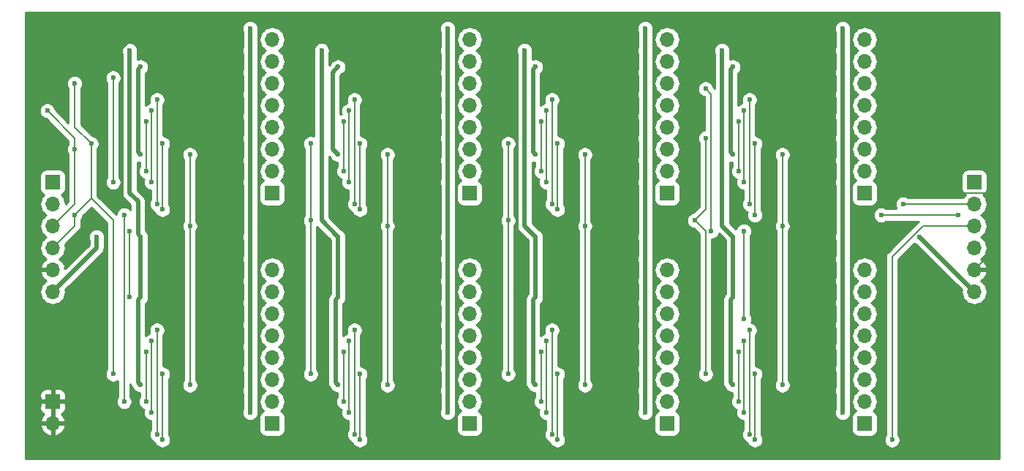
<source format=gbr>
G04 #@! TF.GenerationSoftware,KiCad,Pcbnew,5.1.0-060a0da~80~ubuntu16.04.1*
G04 #@! TF.CreationDate,2019-04-09T13:02:11+02:00*
G04 #@! TF.ProjectId,74HC165 Breakout,37344843-3136-4352-9042-7265616b6f75,rev?*
G04 #@! TF.SameCoordinates,Original*
G04 #@! TF.FileFunction,Copper,L2,Bot*
G04 #@! TF.FilePolarity,Positive*
%FSLAX46Y46*%
G04 Gerber Fmt 4.6, Leading zero omitted, Abs format (unit mm)*
G04 Created by KiCad (PCBNEW 5.1.0-060a0da~80~ubuntu16.04.1) date 2019-04-09 13:02:11*
%MOMM*%
%LPD*%
G04 APERTURE LIST*
%ADD10O,1.700000X1.700000*%
%ADD11R,1.700000X1.700000*%
%ADD12C,0.600000*%
%ADD13C,0.500000*%
%ADD14C,0.200000*%
%ADD15C,0.254000*%
G04 APERTURE END LIST*
D10*
X103810000Y-128260000D03*
D11*
X103810000Y-125720000D03*
D10*
X210490000Y-113020000D03*
X210490000Y-110480000D03*
X210490000Y-107940000D03*
X210490000Y-105400000D03*
X210490000Y-102860000D03*
D11*
X210490000Y-100320000D03*
D10*
X103810000Y-113020000D03*
X103810000Y-110480000D03*
X103810000Y-107940000D03*
X103810000Y-105400000D03*
X103810000Y-102860000D03*
D11*
X103810000Y-100320000D03*
D10*
X197790000Y-110480000D03*
X197790000Y-113020000D03*
X197790000Y-115560000D03*
X197790000Y-118100000D03*
X197790000Y-120640000D03*
X197790000Y-123180000D03*
X197790000Y-125720000D03*
D11*
X197790000Y-128260000D03*
D10*
X174930000Y-110480000D03*
X174930000Y-113020000D03*
X174930000Y-115560000D03*
X174930000Y-118100000D03*
X174930000Y-120640000D03*
X174930000Y-123180000D03*
X174930000Y-125720000D03*
D11*
X174930000Y-128260000D03*
D10*
X152070000Y-110480000D03*
X152070000Y-113020000D03*
X152070000Y-115560000D03*
X152070000Y-118100000D03*
X152070000Y-120640000D03*
X152070000Y-123180000D03*
X152070000Y-125720000D03*
D11*
X152070000Y-128260000D03*
D10*
X129210000Y-110480000D03*
X129210000Y-113020000D03*
X129210000Y-115560000D03*
X129210000Y-118100000D03*
X129210000Y-120640000D03*
X129210000Y-123180000D03*
X129210000Y-125720000D03*
D11*
X129210000Y-128260000D03*
D10*
X197790000Y-83810000D03*
X197790000Y-86350000D03*
X197790000Y-88890000D03*
X197790000Y-91430000D03*
X197790000Y-93970000D03*
X197790000Y-96510000D03*
X197790000Y-99050000D03*
D11*
X197790000Y-101590000D03*
D10*
X174930000Y-83810000D03*
X174930000Y-86350000D03*
X174930000Y-88890000D03*
X174930000Y-91430000D03*
X174930000Y-93970000D03*
X174930000Y-96510000D03*
X174930000Y-99050000D03*
D11*
X174930000Y-101590000D03*
D10*
X152070000Y-83810000D03*
X152070000Y-86350000D03*
X152070000Y-88890000D03*
X152070000Y-91430000D03*
X152070000Y-93970000D03*
X152070000Y-96510000D03*
X152070000Y-99050000D03*
D11*
X152070000Y-101590000D03*
D10*
X129210000Y-83810000D03*
X129210000Y-86350000D03*
X129210000Y-88890000D03*
X129210000Y-91430000D03*
X129210000Y-93970000D03*
X129210000Y-96510000D03*
X129210000Y-99050000D03*
D11*
X129210000Y-101590000D03*
D12*
X108890000Y-106670000D03*
X126670000Y-82540000D03*
X126670000Y-85080000D03*
X126670000Y-87620000D03*
X126670000Y-90160000D03*
X126670000Y-92700000D03*
X126670000Y-95240000D03*
X126670000Y-97780000D03*
X126670000Y-100320000D03*
X149530000Y-106670000D03*
X149530000Y-82540000D03*
X149530000Y-85080000D03*
X149530000Y-87620000D03*
X149530000Y-90160000D03*
X149530000Y-92700000D03*
X149530000Y-95240000D03*
X149530000Y-97780000D03*
X149530000Y-100320000D03*
X172390000Y-106670000D03*
X172390000Y-82540000D03*
X172390000Y-85080000D03*
X172390000Y-87620000D03*
X172390000Y-90160000D03*
X172390000Y-92700000D03*
X172390000Y-95240000D03*
X172390000Y-97780000D03*
X172390000Y-100320000D03*
X195250000Y-106670000D03*
X195250000Y-82540000D03*
X195250000Y-85080000D03*
X195250000Y-87620000D03*
X195250000Y-90160000D03*
X195250000Y-92700000D03*
X195250000Y-95240000D03*
X195250000Y-97780000D03*
X195250000Y-100320000D03*
X204140000Y-106670000D03*
X126670000Y-126990000D03*
X126670000Y-124450000D03*
X126670000Y-121910000D03*
X126670000Y-119370000D03*
X126670000Y-116830000D03*
X126670000Y-114290000D03*
X126670000Y-111750000D03*
X126670000Y-109210000D03*
X149530000Y-126990000D03*
X149530000Y-124450000D03*
X149530000Y-121910000D03*
X149530000Y-119370000D03*
X149530000Y-116830000D03*
X149530000Y-114290000D03*
X149530000Y-111750000D03*
X149530000Y-109210000D03*
X172390000Y-109210000D03*
X172390000Y-111750000D03*
X172390000Y-114290000D03*
X172390000Y-116830000D03*
X172390000Y-119370000D03*
X172390000Y-121910000D03*
X172390000Y-124450000D03*
X172390000Y-126990000D03*
X195250000Y-109210000D03*
X195250000Y-111750000D03*
X195250000Y-114290000D03*
X195250000Y-116830000D03*
X195250000Y-119370000D03*
X195250000Y-121910000D03*
X195250000Y-124450000D03*
X195250000Y-126990000D03*
X113970000Y-97145000D03*
X113970000Y-86985000D03*
X136830000Y-97145000D03*
X136830000Y-86985000D03*
X159690000Y-97145000D03*
X159690000Y-86985000D03*
X182550000Y-97145000D03*
X182550000Y-86985000D03*
X113970000Y-123815000D03*
X113970000Y-113655000D03*
X136830000Y-123815000D03*
X136830000Y-113655000D03*
X159690000Y-123815000D03*
X159690000Y-113655000D03*
X182550000Y-123815000D03*
X182550000Y-113655000D03*
X113970000Y-106670000D03*
X159690000Y-106670000D03*
X182550000Y-106670000D03*
X136830000Y-106670000D03*
X126670000Y-106670000D03*
X181280000Y-85080000D03*
X158420000Y-85080000D03*
X134925000Y-85080000D03*
X112700000Y-85080000D03*
X186360000Y-85080000D03*
X186360000Y-107940000D03*
X163500000Y-85080000D03*
X163500000Y-107940000D03*
X140640000Y-85080000D03*
X140640000Y-107940000D03*
X117780000Y-85080000D03*
X117780000Y-107940000D03*
X117780000Y-111750000D03*
X140640000Y-111750000D03*
X163500000Y-111750000D03*
X186360000Y-111750000D03*
X109524986Y-90160000D03*
X204775000Y-98415000D03*
X114605000Y-93335000D03*
X114605000Y-99050000D03*
X115240000Y-92065000D03*
X115240000Y-100320000D03*
X115875000Y-90795000D03*
X115875000Y-102860000D03*
X137465000Y-93335000D03*
X137465000Y-99050000D03*
X138100000Y-92065000D03*
X138100000Y-100320000D03*
X138735000Y-90795000D03*
X138735000Y-102860000D03*
X160325000Y-93335000D03*
X160325000Y-99050000D03*
X160960000Y-92065000D03*
X160960000Y-100320000D03*
X161595000Y-90795000D03*
X161595000Y-102860000D03*
X183185000Y-93335000D03*
X183185000Y-99050000D03*
X183820000Y-92065000D03*
X183820000Y-100320000D03*
X184455000Y-90795000D03*
X184455000Y-102860000D03*
X114605000Y-120005000D03*
X114605000Y-125720000D03*
X115240000Y-118735000D03*
X115240000Y-126990000D03*
X115875000Y-117465000D03*
X115875000Y-129530000D03*
X137465000Y-120005000D03*
X137465000Y-125720000D03*
X138100000Y-118735000D03*
X138100000Y-126990000D03*
X138735000Y-117465000D03*
X138735000Y-129530000D03*
X160325000Y-120005000D03*
X160325000Y-125720000D03*
X160960000Y-118735000D03*
X160960000Y-126990000D03*
X161595000Y-117465000D03*
X161595000Y-129530000D03*
X183185000Y-120005000D03*
X183185000Y-125720000D03*
X183820000Y-118735000D03*
X183820000Y-126990000D03*
X184455000Y-117465000D03*
X184455000Y-129530000D03*
X106350000Y-104130000D03*
X108255000Y-95875000D03*
X133655000Y-95875000D03*
X133655000Y-104765000D03*
X156515000Y-95875000D03*
X156515000Y-104765000D03*
X178105000Y-104765000D03*
X179375000Y-95240000D03*
X179375000Y-122545000D03*
X156515000Y-122545000D03*
X133655000Y-122545000D03*
X110795000Y-122545000D03*
X106350000Y-88890056D03*
X208585000Y-104130000D03*
X199694996Y-104130000D03*
X106350000Y-96510000D03*
X116510000Y-95875000D03*
X139370000Y-95875000D03*
X162230000Y-95875000D03*
X116510000Y-103495000D03*
X139370000Y-103495000D03*
X162230000Y-103495000D03*
X185090000Y-95875000D03*
X185090000Y-104130000D03*
X112065000Y-104130000D03*
X112065000Y-125720000D03*
X116510000Y-122545000D03*
X116510000Y-130165000D03*
X139370000Y-122545000D03*
X139370000Y-130165000D03*
X162230000Y-122545000D03*
X162230000Y-130165000D03*
X185090000Y-122545000D03*
X185090000Y-130165000D03*
X200965000Y-130165000D03*
X103175000Y-92065000D03*
X119685000Y-97145000D03*
X119685000Y-105400000D03*
X142545000Y-97145000D03*
X142545000Y-105400000D03*
X165405000Y-97145000D03*
X165405000Y-105400000D03*
X188265000Y-97145000D03*
X188265000Y-105400000D03*
X119685000Y-123815000D03*
X142545000Y-123815000D03*
X165405000Y-123815000D03*
X188265000Y-123815000D03*
X202235000Y-102860000D03*
X110795000Y-88255000D03*
X110795000Y-100320000D03*
X183820000Y-116195000D03*
X183820000Y-106000010D03*
X179375000Y-89525000D03*
X112700000Y-113655000D03*
X112700000Y-106000010D03*
X180010000Y-106035000D03*
D13*
X103810000Y-113020000D02*
X108890000Y-107940000D01*
X108890000Y-107940000D02*
X108890000Y-106670000D01*
X126670000Y-85080000D02*
X126670000Y-82540000D01*
X126670000Y-87620000D02*
X126670000Y-85080000D01*
X126670000Y-90160000D02*
X126670000Y-87620000D01*
X126670000Y-92700000D02*
X126670000Y-90160000D01*
X126670000Y-95240000D02*
X126670000Y-92700000D01*
X126670000Y-97780000D02*
X126670000Y-95240000D01*
X126670000Y-100320000D02*
X126670000Y-97780000D01*
X149530000Y-85080000D02*
X149530000Y-82540000D01*
X149530000Y-87620000D02*
X149530000Y-85080000D01*
X149530000Y-90160000D02*
X149530000Y-87620000D01*
X149530000Y-92700000D02*
X149530000Y-90160000D01*
X149530000Y-95240000D02*
X149530000Y-92700000D01*
X149530000Y-97780000D02*
X149530000Y-95240000D01*
X149530000Y-106670000D02*
X149530000Y-97780000D01*
X172390000Y-85080000D02*
X172390000Y-82540000D01*
X172390000Y-87620000D02*
X172390000Y-85080000D01*
X172390000Y-90160000D02*
X172390000Y-87620000D01*
X172390000Y-92700000D02*
X172390000Y-90160000D01*
X172390000Y-95240000D02*
X172390000Y-92700000D01*
X172390000Y-97780000D02*
X172390000Y-95240000D01*
X172390000Y-106670000D02*
X172390000Y-100320000D01*
X172390000Y-100320000D02*
X172390000Y-97780000D01*
X195250000Y-85080000D02*
X195250000Y-82540000D01*
X195250000Y-87620000D02*
X195250000Y-85080000D01*
X195250000Y-90160000D02*
X195250000Y-87620000D01*
X195250000Y-92700000D02*
X195250000Y-90160000D01*
X195250000Y-95240000D02*
X195250000Y-92700000D01*
X195250000Y-97780000D02*
X195250000Y-95240000D01*
X195250000Y-100320000D02*
X195250000Y-97780000D01*
X195250000Y-106670000D02*
X195250000Y-100320000D01*
X210490000Y-113020000D02*
X204140000Y-106670000D01*
X126670000Y-124450000D02*
X126670000Y-126990000D01*
X126670000Y-121910000D02*
X126670000Y-124450000D01*
X126670000Y-119370000D02*
X126670000Y-121910000D01*
X126670000Y-116830000D02*
X126670000Y-119370000D01*
X126670000Y-111750000D02*
X126670000Y-116830000D01*
X126670000Y-109210000D02*
X126670000Y-111750000D01*
X149530000Y-124450000D02*
X149530000Y-126990000D01*
X149530000Y-121910000D02*
X149530000Y-124450000D01*
X149530000Y-119370000D02*
X149530000Y-121910000D01*
X149530000Y-116830000D02*
X149530000Y-119370000D01*
X149530000Y-114290000D02*
X149530000Y-116830000D01*
X149530000Y-111750000D02*
X149530000Y-114290000D01*
X149530000Y-106670000D02*
X149530000Y-109210000D01*
X149530000Y-109210000D02*
X149530000Y-111750000D01*
X172390000Y-106670000D02*
X172390000Y-109210000D01*
X172390000Y-109210000D02*
X172390000Y-111750000D01*
X172390000Y-111750000D02*
X172390000Y-114290000D01*
X172390000Y-114290000D02*
X172390000Y-116830000D01*
X172390000Y-116830000D02*
X172390000Y-119370000D01*
X172390000Y-119370000D02*
X172390000Y-121910000D01*
X172390000Y-121910000D02*
X172390000Y-124450000D01*
X172390000Y-124450000D02*
X172390000Y-126990000D01*
X195250000Y-106670000D02*
X195250000Y-109210000D01*
X195250000Y-109210000D02*
X195250000Y-111750000D01*
X195250000Y-111750000D02*
X195250000Y-114290000D01*
X195250000Y-114290000D02*
X195250000Y-116830000D01*
X195250000Y-116830000D02*
X195250000Y-119370000D01*
X195250000Y-119370000D02*
X195250000Y-121910000D01*
X195250000Y-121910000D02*
X195250000Y-124450000D01*
X195250000Y-124450000D02*
X195250000Y-126990000D01*
X113670001Y-96845001D02*
X113670001Y-87284999D01*
X113670001Y-87284999D02*
X113970000Y-86985000D01*
X113970000Y-97145000D02*
X113670001Y-96845001D01*
X136195000Y-96510000D02*
X136195000Y-87620000D01*
X136830000Y-97145000D02*
X136195000Y-96510000D01*
X136195000Y-87620000D02*
X136830000Y-86985000D01*
X159390001Y-87284999D02*
X159690000Y-86985000D01*
X159390001Y-96845001D02*
X159390001Y-87284999D01*
X159690000Y-97145000D02*
X159390001Y-96845001D01*
X182250001Y-87284999D02*
X182550000Y-86985000D01*
X182250001Y-96845001D02*
X182250001Y-87284999D01*
X182550000Y-97145000D02*
X182250001Y-96845001D01*
X113670001Y-113954999D02*
X113970000Y-113655000D01*
X113670001Y-123515001D02*
X113670001Y-113954999D01*
X113970000Y-123815000D02*
X113670001Y-123515001D01*
X136530001Y-113954999D02*
X136830000Y-113655000D01*
X136530001Y-123515001D02*
X136530001Y-113954999D01*
X136830000Y-123815000D02*
X136530001Y-123515001D01*
X159390001Y-113954999D02*
X159690000Y-113655000D01*
X159390001Y-123515001D02*
X159390001Y-113954999D01*
X159690000Y-123815000D02*
X159390001Y-123515001D01*
X182250001Y-113954999D02*
X182550000Y-113655000D01*
X182250001Y-123515001D02*
X182250001Y-113954999D01*
X182550000Y-123815000D02*
X182250001Y-123515001D01*
X113970000Y-113655000D02*
X113970000Y-106670000D01*
X159690000Y-113655000D02*
X159690000Y-106670000D01*
X182550000Y-113655000D02*
X182550000Y-106670000D01*
X126670000Y-100320000D02*
X126670000Y-106670000D01*
X136830000Y-113655000D02*
X136830000Y-106670000D01*
X126670000Y-106670000D02*
X126670000Y-109210000D01*
X181280000Y-105400000D02*
X181280000Y-98255002D01*
X181280000Y-98255002D02*
X181280000Y-85080000D01*
X182550000Y-106670000D02*
X181280000Y-105400000D01*
X158420000Y-98255002D02*
X158420000Y-85080000D01*
X158420000Y-105400000D02*
X158420000Y-98255002D01*
X159690000Y-106670000D02*
X158420000Y-105400000D01*
X134925000Y-104765000D02*
X134925000Y-85080000D01*
X136830000Y-106670000D02*
X134925000Y-104765000D01*
X113670001Y-106370001D02*
X113670001Y-102560001D01*
X113970000Y-106670000D02*
X113670001Y-106370001D01*
X113670001Y-102560001D02*
X112700000Y-101590000D01*
X112700000Y-101590000D02*
X112700000Y-85080000D01*
X186360000Y-85080000D02*
X186360000Y-107940000D01*
X163500000Y-85080000D02*
X163500000Y-107940000D01*
X140640000Y-85080000D02*
X140640000Y-107940000D01*
X117780000Y-85080000D02*
X117780000Y-107940000D01*
X117780000Y-107940000D02*
X117780000Y-111750000D01*
X140640000Y-107940000D02*
X140640000Y-111750000D01*
X163500000Y-107940000D02*
X163500000Y-111750000D01*
X186360000Y-107940000D02*
X186360000Y-111750000D01*
X109524986Y-89735736D02*
X109524986Y-90160000D01*
X117780000Y-85080000D02*
X116510000Y-83810000D01*
X116510000Y-83810000D02*
X112699990Y-83810000D01*
X109524986Y-86985004D02*
X109524986Y-89735736D01*
X112699990Y-83810000D02*
X109524986Y-86985004D01*
D14*
X211339999Y-109630001D02*
X210490000Y-110480000D01*
X204775000Y-98415000D02*
X207950000Y-101590000D01*
X207950000Y-101590000D02*
X211760000Y-101590000D01*
X211760000Y-101590000D02*
X212395000Y-102225000D01*
X212395000Y-108575000D02*
X211339999Y-109630001D01*
X212395000Y-102225000D02*
X212395000Y-108575000D01*
X114605000Y-93335000D02*
X114605000Y-99050000D01*
X115240000Y-92065000D02*
X115240000Y-100320000D01*
X115875000Y-91219264D02*
X115875000Y-102860000D01*
X115875000Y-90795000D02*
X115875000Y-91219264D01*
X137465000Y-93335000D02*
X137465000Y-99050000D01*
X138100000Y-92065000D02*
X138100000Y-100320000D01*
X138735000Y-90795000D02*
X138735000Y-102860000D01*
X160325000Y-93335000D02*
X160325000Y-99050000D01*
X160960000Y-92065000D02*
X160960000Y-100320000D01*
X161595000Y-90795000D02*
X161595000Y-102860000D01*
X183185000Y-93335000D02*
X183185000Y-99050000D01*
X183820000Y-92065000D02*
X183820000Y-100320000D01*
X184455000Y-90795000D02*
X184455000Y-102860000D01*
X114605000Y-120005000D02*
X114605000Y-125720000D01*
X115240000Y-118735000D02*
X115240000Y-126990000D01*
X115875000Y-117465000D02*
X115875000Y-129530000D01*
X137465000Y-120005000D02*
X137465000Y-125720000D01*
X138100000Y-118735000D02*
X138100000Y-126990000D01*
X138735000Y-117465000D02*
X138735000Y-129530000D01*
X160325000Y-120005000D02*
X160325000Y-125720000D01*
X160960000Y-118735000D02*
X160960000Y-126990000D01*
X161595000Y-117465000D02*
X161595000Y-129530000D01*
X183185000Y-120005000D02*
X183185000Y-125720000D01*
X183820000Y-118735000D02*
X183820000Y-126990000D01*
X184455000Y-117465000D02*
X184455000Y-129530000D01*
X106350000Y-105400000D02*
X106350000Y-104130000D01*
X103810000Y-107940000D02*
X106350000Y-105400000D01*
X108255000Y-102225000D02*
X106350000Y-104130000D01*
X108255000Y-95875000D02*
X108255000Y-102225000D01*
X133655000Y-95875000D02*
X133655000Y-104765000D01*
X156515000Y-95875000D02*
X156515000Y-104765000D01*
X179375000Y-95839998D02*
X179375000Y-95240000D01*
X179375000Y-103495000D02*
X179375000Y-95839998D01*
X178105000Y-104765000D02*
X179375000Y-103495000D01*
X179375000Y-106035000D02*
X179375000Y-122545000D01*
X178105000Y-104765000D02*
X179375000Y-106035000D01*
X156515000Y-104765000D02*
X156515000Y-122545000D01*
X133655000Y-104765000D02*
X133655000Y-122545000D01*
X110795000Y-122545000D02*
X110795000Y-104765000D01*
X110795000Y-104765000D02*
X108255000Y-102225000D01*
X106350000Y-89314320D02*
X106350000Y-88890056D01*
X108255000Y-95875000D02*
X106350000Y-93970000D01*
X106350000Y-93970000D02*
X106350000Y-89314320D01*
X208585000Y-104130000D02*
X199694996Y-104130000D01*
X106350000Y-102022002D02*
X106350000Y-96510000D01*
X106350000Y-102860000D02*
X106350000Y-102022002D01*
X103810000Y-105400000D02*
X106350000Y-102860000D01*
X116510000Y-95875000D02*
X116510000Y-103495000D01*
X139370000Y-95875000D02*
X139370000Y-103495000D01*
X162230000Y-95875000D02*
X162230000Y-103495000D01*
X185090000Y-95875000D02*
X185090000Y-104130000D01*
X112065000Y-104130000D02*
X112065000Y-125720000D01*
X116510000Y-122545000D02*
X116510000Y-130165000D01*
X139370000Y-122545000D02*
X139370000Y-130165000D01*
X162230000Y-122545000D02*
X162230000Y-130165000D01*
X185090000Y-122545000D02*
X185090000Y-130165000D01*
X209287919Y-105400000D02*
X210490000Y-105400000D01*
X200965000Y-108956998D02*
X204521998Y-105400000D01*
X204521998Y-105400000D02*
X209287919Y-105400000D01*
X200965000Y-130165000D02*
X200965000Y-108956998D01*
X106350000Y-95240000D02*
X103175000Y-92065000D01*
X106350000Y-96510000D02*
X106350000Y-95240000D01*
X119685000Y-97145000D02*
X119685000Y-105400000D01*
X142545000Y-97145000D02*
X142545000Y-105400000D01*
X165405000Y-97145000D02*
X165405000Y-105400000D01*
X188265000Y-97145000D02*
X188265000Y-105400000D01*
X119685000Y-105400000D02*
X119685000Y-123815000D01*
X142545000Y-105400000D02*
X142545000Y-123815000D01*
X165405000Y-105400000D02*
X165405000Y-123815000D01*
X188265000Y-105400000D02*
X188265000Y-123815000D01*
X210490000Y-102860000D02*
X202235000Y-102860000D01*
X110795000Y-88255000D02*
X110795000Y-100320000D01*
X183820000Y-116195000D02*
X183820000Y-106000010D01*
X112700000Y-113655000D02*
X112700000Y-106000010D01*
X179375000Y-89525000D02*
X180010000Y-90160000D01*
X180010000Y-90160000D02*
X180010000Y-105610736D01*
X180010000Y-105610736D02*
X180010000Y-106035000D01*
D15*
G36*
X213340001Y-132340000D02*
G01*
X100660000Y-132340000D01*
X100660000Y-128616890D01*
X102368524Y-128616890D01*
X102413175Y-128764099D01*
X102538359Y-129026920D01*
X102712412Y-129260269D01*
X102928645Y-129455178D01*
X103178748Y-129604157D01*
X103453109Y-129701481D01*
X103683000Y-129580814D01*
X103683000Y-128387000D01*
X103937000Y-128387000D01*
X103937000Y-129580814D01*
X104166891Y-129701481D01*
X104441252Y-129604157D01*
X104691355Y-129455178D01*
X104907588Y-129260269D01*
X105081641Y-129026920D01*
X105206825Y-128764099D01*
X105251476Y-128616890D01*
X105130155Y-128387000D01*
X103937000Y-128387000D01*
X103683000Y-128387000D01*
X102489845Y-128387000D01*
X102368524Y-128616890D01*
X100660000Y-128616890D01*
X100660000Y-126570000D01*
X102321928Y-126570000D01*
X102334188Y-126694482D01*
X102370498Y-126814180D01*
X102429463Y-126924494D01*
X102508815Y-127021185D01*
X102605506Y-127100537D01*
X102715820Y-127159502D01*
X102796466Y-127183966D01*
X102712412Y-127259731D01*
X102538359Y-127493080D01*
X102413175Y-127755901D01*
X102368524Y-127903110D01*
X102489845Y-128133000D01*
X103683000Y-128133000D01*
X103683000Y-125847000D01*
X103937000Y-125847000D01*
X103937000Y-128133000D01*
X105130155Y-128133000D01*
X105251476Y-127903110D01*
X105206825Y-127755901D01*
X105081641Y-127493080D01*
X104907588Y-127259731D01*
X104823534Y-127183966D01*
X104904180Y-127159502D01*
X105014494Y-127100537D01*
X105111185Y-127021185D01*
X105190537Y-126924494D01*
X105249502Y-126814180D01*
X105285812Y-126694482D01*
X105298072Y-126570000D01*
X105295000Y-126005750D01*
X105136250Y-125847000D01*
X103937000Y-125847000D01*
X103683000Y-125847000D01*
X102483750Y-125847000D01*
X102325000Y-126005750D01*
X102321928Y-126570000D01*
X100660000Y-126570000D01*
X100660000Y-124870000D01*
X102321928Y-124870000D01*
X102325000Y-125434250D01*
X102483750Y-125593000D01*
X103683000Y-125593000D01*
X103683000Y-124393750D01*
X103937000Y-124393750D01*
X103937000Y-125593000D01*
X105136250Y-125593000D01*
X105295000Y-125434250D01*
X105298072Y-124870000D01*
X105285812Y-124745518D01*
X105249502Y-124625820D01*
X105190537Y-124515506D01*
X105111185Y-124418815D01*
X105014494Y-124339463D01*
X104904180Y-124280498D01*
X104784482Y-124244188D01*
X104660000Y-124231928D01*
X104095750Y-124235000D01*
X103937000Y-124393750D01*
X103683000Y-124393750D01*
X103524250Y-124235000D01*
X102960000Y-124231928D01*
X102835518Y-124244188D01*
X102715820Y-124280498D01*
X102605506Y-124339463D01*
X102508815Y-124418815D01*
X102429463Y-124515506D01*
X102370498Y-124625820D01*
X102334188Y-124745518D01*
X102321928Y-124870000D01*
X100660000Y-124870000D01*
X100660000Y-91972911D01*
X102240000Y-91972911D01*
X102240000Y-92157089D01*
X102275932Y-92337729D01*
X102346414Y-92507889D01*
X102448738Y-92661028D01*
X102578972Y-92791262D01*
X102732111Y-92893586D01*
X102902271Y-92964068D01*
X103067486Y-92996932D01*
X105615001Y-95544448D01*
X105615000Y-95927049D01*
X105521414Y-96067111D01*
X105450932Y-96237271D01*
X105415000Y-96417911D01*
X105415000Y-96602089D01*
X105450932Y-96782729D01*
X105521414Y-96952889D01*
X105615001Y-97092952D01*
X105615000Y-101985897D01*
X105615000Y-102555553D01*
X105301271Y-102869282D01*
X105302185Y-102860000D01*
X105273513Y-102568889D01*
X105188599Y-102288966D01*
X105050706Y-102030986D01*
X104865134Y-101804866D01*
X104835313Y-101780393D01*
X104904180Y-101759502D01*
X105014494Y-101700537D01*
X105111185Y-101621185D01*
X105190537Y-101524494D01*
X105249502Y-101414180D01*
X105285812Y-101294482D01*
X105298072Y-101170000D01*
X105298072Y-99470000D01*
X105285812Y-99345518D01*
X105249502Y-99225820D01*
X105190537Y-99115506D01*
X105111185Y-99018815D01*
X105014494Y-98939463D01*
X104904180Y-98880498D01*
X104784482Y-98844188D01*
X104660000Y-98831928D01*
X102960000Y-98831928D01*
X102835518Y-98844188D01*
X102715820Y-98880498D01*
X102605506Y-98939463D01*
X102508815Y-99018815D01*
X102429463Y-99115506D01*
X102370498Y-99225820D01*
X102334188Y-99345518D01*
X102321928Y-99470000D01*
X102321928Y-101170000D01*
X102334188Y-101294482D01*
X102370498Y-101414180D01*
X102429463Y-101524494D01*
X102508815Y-101621185D01*
X102605506Y-101700537D01*
X102715820Y-101759502D01*
X102784687Y-101780393D01*
X102754866Y-101804866D01*
X102569294Y-102030986D01*
X102431401Y-102288966D01*
X102346487Y-102568889D01*
X102317815Y-102860000D01*
X102346487Y-103151111D01*
X102431401Y-103431034D01*
X102569294Y-103689014D01*
X102754866Y-103915134D01*
X102980986Y-104100706D01*
X103035791Y-104130000D01*
X102980986Y-104159294D01*
X102754866Y-104344866D01*
X102569294Y-104570986D01*
X102431401Y-104828966D01*
X102346487Y-105108889D01*
X102317815Y-105400000D01*
X102346487Y-105691111D01*
X102431401Y-105971034D01*
X102569294Y-106229014D01*
X102754866Y-106455134D01*
X102980986Y-106640706D01*
X103035791Y-106670000D01*
X102980986Y-106699294D01*
X102754866Y-106884866D01*
X102569294Y-107110986D01*
X102431401Y-107368966D01*
X102346487Y-107648889D01*
X102317815Y-107940000D01*
X102346487Y-108231111D01*
X102431401Y-108511034D01*
X102569294Y-108769014D01*
X102754866Y-108995134D01*
X102980986Y-109180706D01*
X103045523Y-109215201D01*
X102928645Y-109284822D01*
X102712412Y-109479731D01*
X102538359Y-109713080D01*
X102413175Y-109975901D01*
X102368524Y-110123110D01*
X102489845Y-110353000D01*
X103683000Y-110353000D01*
X103683000Y-110333000D01*
X103937000Y-110333000D01*
X103937000Y-110353000D01*
X103957000Y-110353000D01*
X103957000Y-110607000D01*
X103937000Y-110607000D01*
X103937000Y-110627000D01*
X103683000Y-110627000D01*
X103683000Y-110607000D01*
X102489845Y-110607000D01*
X102368524Y-110836890D01*
X102413175Y-110984099D01*
X102538359Y-111246920D01*
X102712412Y-111480269D01*
X102928645Y-111675178D01*
X103045523Y-111744799D01*
X102980986Y-111779294D01*
X102754866Y-111964866D01*
X102569294Y-112190986D01*
X102431401Y-112448966D01*
X102346487Y-112728889D01*
X102317815Y-113020000D01*
X102346487Y-113311111D01*
X102431401Y-113591034D01*
X102569294Y-113849014D01*
X102754866Y-114075134D01*
X102980986Y-114260706D01*
X103238966Y-114398599D01*
X103518889Y-114483513D01*
X103737050Y-114505000D01*
X103882950Y-114505000D01*
X104101111Y-114483513D01*
X104381034Y-114398599D01*
X104639014Y-114260706D01*
X104865134Y-114075134D01*
X105050706Y-113849014D01*
X105188599Y-113591034D01*
X105273513Y-113311111D01*
X105302185Y-113020000D01*
X105280612Y-112800966D01*
X109485051Y-108596528D01*
X109518817Y-108568817D01*
X109629411Y-108434059D01*
X109711589Y-108280313D01*
X109762195Y-108113490D01*
X109775000Y-107983477D01*
X109775000Y-107983469D01*
X109779281Y-107940000D01*
X109775000Y-107896531D01*
X109775000Y-106976692D01*
X109789068Y-106942729D01*
X109825000Y-106762089D01*
X109825000Y-106577911D01*
X109789068Y-106397271D01*
X109718586Y-106227111D01*
X109616262Y-106073972D01*
X109486028Y-105943738D01*
X109332889Y-105841414D01*
X109162729Y-105770932D01*
X108982089Y-105735000D01*
X108797911Y-105735000D01*
X108617271Y-105770932D01*
X108447111Y-105841414D01*
X108293972Y-105943738D01*
X108163738Y-106073972D01*
X108061414Y-106227111D01*
X107990932Y-106397271D01*
X107955000Y-106577911D01*
X107955000Y-106762089D01*
X107990932Y-106942729D01*
X108005001Y-106976694D01*
X108005000Y-107573421D01*
X105225424Y-110352998D01*
X105130156Y-110352998D01*
X105251476Y-110123110D01*
X105206825Y-109975901D01*
X105081641Y-109713080D01*
X104907588Y-109479731D01*
X104691355Y-109284822D01*
X104574477Y-109215201D01*
X104639014Y-109180706D01*
X104865134Y-108995134D01*
X105050706Y-108769014D01*
X105188599Y-108511034D01*
X105273513Y-108231111D01*
X105302185Y-107940000D01*
X105273513Y-107648889D01*
X105242568Y-107546878D01*
X106844197Y-105945250D01*
X106872237Y-105922238D01*
X106895250Y-105894197D01*
X106895253Y-105894194D01*
X106964086Y-105810321D01*
X106964087Y-105810320D01*
X107032337Y-105682633D01*
X107074365Y-105544085D01*
X107085000Y-105436105D01*
X107085000Y-105436096D01*
X107088555Y-105400001D01*
X107085000Y-105363906D01*
X107085000Y-104712951D01*
X107178586Y-104572889D01*
X107249068Y-104402729D01*
X107281932Y-104237515D01*
X108255000Y-103264446D01*
X110060001Y-105069448D01*
X110060000Y-121962049D01*
X109966414Y-122102111D01*
X109895932Y-122272271D01*
X109860000Y-122452911D01*
X109860000Y-122637089D01*
X109895932Y-122817729D01*
X109966414Y-122987889D01*
X110068738Y-123141028D01*
X110198972Y-123271262D01*
X110352111Y-123373586D01*
X110522271Y-123444068D01*
X110702911Y-123480000D01*
X110887089Y-123480000D01*
X111067729Y-123444068D01*
X111237889Y-123373586D01*
X111330001Y-123312039D01*
X111330001Y-125137048D01*
X111236414Y-125277111D01*
X111165932Y-125447271D01*
X111130000Y-125627911D01*
X111130000Y-125812089D01*
X111165932Y-125992729D01*
X111236414Y-126162889D01*
X111338738Y-126316028D01*
X111468972Y-126446262D01*
X111622111Y-126548586D01*
X111792271Y-126619068D01*
X111972911Y-126655000D01*
X112157089Y-126655000D01*
X112337729Y-126619068D01*
X112507889Y-126548586D01*
X112661028Y-126446262D01*
X112791262Y-126316028D01*
X112893586Y-126162889D01*
X112964068Y-125992729D01*
X113000000Y-125812089D01*
X113000000Y-125627911D01*
X112964068Y-125447271D01*
X112893586Y-125277111D01*
X112800000Y-125137049D01*
X112800000Y-123695723D01*
X112813158Y-123739097D01*
X112848412Y-123855313D01*
X112930590Y-124009059D01*
X113041184Y-124143818D01*
X113074957Y-124171535D01*
X113127345Y-124223923D01*
X113141414Y-124257889D01*
X113243738Y-124411028D01*
X113373972Y-124541262D01*
X113527111Y-124643586D01*
X113697271Y-124714068D01*
X113870001Y-124748427D01*
X113870001Y-125137048D01*
X113776414Y-125277111D01*
X113705932Y-125447271D01*
X113670000Y-125627911D01*
X113670000Y-125812089D01*
X113705932Y-125992729D01*
X113776414Y-126162889D01*
X113878738Y-126316028D01*
X114008972Y-126446262D01*
X114162111Y-126548586D01*
X114332271Y-126619068D01*
X114377853Y-126628135D01*
X114340932Y-126717271D01*
X114305000Y-126897911D01*
X114305000Y-127082089D01*
X114340932Y-127262729D01*
X114411414Y-127432889D01*
X114513738Y-127586028D01*
X114643972Y-127716262D01*
X114797111Y-127818586D01*
X114967271Y-127889068D01*
X115140001Y-127923427D01*
X115140001Y-128947048D01*
X115046414Y-129087111D01*
X114975932Y-129257271D01*
X114940000Y-129437911D01*
X114940000Y-129622089D01*
X114975932Y-129802729D01*
X115046414Y-129972889D01*
X115148738Y-130126028D01*
X115278972Y-130256262D01*
X115432111Y-130358586D01*
X115602271Y-130429068D01*
X115609495Y-130430505D01*
X115610932Y-130437729D01*
X115681414Y-130607889D01*
X115783738Y-130761028D01*
X115913972Y-130891262D01*
X116067111Y-130993586D01*
X116237271Y-131064068D01*
X116417911Y-131100000D01*
X116602089Y-131100000D01*
X116782729Y-131064068D01*
X116952889Y-130993586D01*
X117106028Y-130891262D01*
X117236262Y-130761028D01*
X117338586Y-130607889D01*
X117409068Y-130437729D01*
X117445000Y-130257089D01*
X117445000Y-130072911D01*
X117409068Y-129892271D01*
X117338586Y-129722111D01*
X117245000Y-129582049D01*
X117245000Y-123127951D01*
X117338586Y-122987889D01*
X117409068Y-122817729D01*
X117445000Y-122637089D01*
X117445000Y-122452911D01*
X117409068Y-122272271D01*
X117338586Y-122102111D01*
X117236262Y-121948972D01*
X117106028Y-121818738D01*
X116952889Y-121716414D01*
X116782729Y-121645932D01*
X116610000Y-121611574D01*
X116610000Y-118047951D01*
X116703586Y-117907889D01*
X116774068Y-117737729D01*
X116810000Y-117557089D01*
X116810000Y-117372911D01*
X116774068Y-117192271D01*
X116703586Y-117022111D01*
X116601262Y-116868972D01*
X116471028Y-116738738D01*
X116317889Y-116636414D01*
X116147729Y-116565932D01*
X115967089Y-116530000D01*
X115782911Y-116530000D01*
X115602271Y-116565932D01*
X115432111Y-116636414D01*
X115278972Y-116738738D01*
X115148738Y-116868972D01*
X115046414Y-117022111D01*
X114975932Y-117192271D01*
X114940000Y-117372911D01*
X114940000Y-117557089D01*
X114975932Y-117737729D01*
X115012853Y-117826865D01*
X114967271Y-117835932D01*
X114797111Y-117906414D01*
X114643972Y-118008738D01*
X114555001Y-118097709D01*
X114555001Y-114388630D01*
X114566028Y-114381262D01*
X114696262Y-114251028D01*
X114798586Y-114097889D01*
X114869068Y-113927729D01*
X114905000Y-113747089D01*
X114905000Y-113562911D01*
X114869068Y-113382271D01*
X114855000Y-113348308D01*
X114855000Y-106976692D01*
X114869068Y-106942729D01*
X114905000Y-106762089D01*
X114905000Y-106577911D01*
X114869068Y-106397271D01*
X114798586Y-106227111D01*
X114696262Y-106073972D01*
X114566028Y-105943738D01*
X114555001Y-105936370D01*
X114555001Y-102603470D01*
X114559282Y-102560001D01*
X114555001Y-102516532D01*
X114555001Y-102516524D01*
X114542196Y-102386511D01*
X114517359Y-102304635D01*
X114491590Y-102219687D01*
X114409412Y-102065942D01*
X114326533Y-101964954D01*
X114326531Y-101964952D01*
X114298818Y-101931184D01*
X114265050Y-101903471D01*
X113585000Y-101223422D01*
X113585000Y-97997564D01*
X113697271Y-98044068D01*
X113870001Y-98078427D01*
X113870001Y-98467048D01*
X113776414Y-98607111D01*
X113705932Y-98777271D01*
X113670000Y-98957911D01*
X113670000Y-99142089D01*
X113705932Y-99322729D01*
X113776414Y-99492889D01*
X113878738Y-99646028D01*
X114008972Y-99776262D01*
X114162111Y-99878586D01*
X114332271Y-99949068D01*
X114377853Y-99958135D01*
X114340932Y-100047271D01*
X114305000Y-100227911D01*
X114305000Y-100412089D01*
X114340932Y-100592729D01*
X114411414Y-100762889D01*
X114513738Y-100916028D01*
X114643972Y-101046262D01*
X114797111Y-101148586D01*
X114967271Y-101219068D01*
X115140001Y-101253427D01*
X115140001Y-102277048D01*
X115046414Y-102417111D01*
X114975932Y-102587271D01*
X114940000Y-102767911D01*
X114940000Y-102952089D01*
X114975932Y-103132729D01*
X115046414Y-103302889D01*
X115148738Y-103456028D01*
X115278972Y-103586262D01*
X115432111Y-103688586D01*
X115602271Y-103759068D01*
X115609495Y-103760505D01*
X115610932Y-103767729D01*
X115681414Y-103937889D01*
X115783738Y-104091028D01*
X115913972Y-104221262D01*
X116067111Y-104323586D01*
X116237271Y-104394068D01*
X116417911Y-104430000D01*
X116602089Y-104430000D01*
X116782729Y-104394068D01*
X116952889Y-104323586D01*
X117106028Y-104221262D01*
X117236262Y-104091028D01*
X117338586Y-103937889D01*
X117409068Y-103767729D01*
X117445000Y-103587089D01*
X117445000Y-103402911D01*
X117409068Y-103222271D01*
X117338586Y-103052111D01*
X117245000Y-102912049D01*
X117245000Y-97052911D01*
X118750000Y-97052911D01*
X118750000Y-97237089D01*
X118785932Y-97417729D01*
X118856414Y-97587889D01*
X118950000Y-97727951D01*
X118950001Y-104817048D01*
X118856414Y-104957111D01*
X118785932Y-105127271D01*
X118750000Y-105307911D01*
X118750000Y-105492089D01*
X118785932Y-105672729D01*
X118856414Y-105842889D01*
X118950000Y-105982951D01*
X118950001Y-123232048D01*
X118856414Y-123372111D01*
X118785932Y-123542271D01*
X118750000Y-123722911D01*
X118750000Y-123907089D01*
X118785932Y-124087729D01*
X118856414Y-124257889D01*
X118958738Y-124411028D01*
X119088972Y-124541262D01*
X119242111Y-124643586D01*
X119412271Y-124714068D01*
X119592911Y-124750000D01*
X119777089Y-124750000D01*
X119957729Y-124714068D01*
X120127889Y-124643586D01*
X120281028Y-124541262D01*
X120411262Y-124411028D01*
X120513586Y-124257889D01*
X120584068Y-124087729D01*
X120620000Y-123907089D01*
X120620000Y-123722911D01*
X120584068Y-123542271D01*
X120513586Y-123372111D01*
X120420000Y-123232049D01*
X120420000Y-105982951D01*
X120513586Y-105842889D01*
X120584068Y-105672729D01*
X120620000Y-105492089D01*
X120620000Y-105307911D01*
X120584068Y-105127271D01*
X120513586Y-104957111D01*
X120420000Y-104817049D01*
X120420000Y-97727951D01*
X120513586Y-97587889D01*
X120584068Y-97417729D01*
X120620000Y-97237089D01*
X120620000Y-97052911D01*
X120584068Y-96872271D01*
X120513586Y-96702111D01*
X120411262Y-96548972D01*
X120281028Y-96418738D01*
X120127889Y-96316414D01*
X119957729Y-96245932D01*
X119777089Y-96210000D01*
X119592911Y-96210000D01*
X119412271Y-96245932D01*
X119242111Y-96316414D01*
X119088972Y-96418738D01*
X118958738Y-96548972D01*
X118856414Y-96702111D01*
X118785932Y-96872271D01*
X118750000Y-97052911D01*
X117245000Y-97052911D01*
X117245000Y-96457951D01*
X117338586Y-96317889D01*
X117409068Y-96147729D01*
X117445000Y-95967089D01*
X117445000Y-95782911D01*
X117409068Y-95602271D01*
X117338586Y-95432111D01*
X117236262Y-95278972D01*
X117106028Y-95148738D01*
X116952889Y-95046414D01*
X116782729Y-94975932D01*
X116610000Y-94941574D01*
X116610000Y-91377951D01*
X116703586Y-91237889D01*
X116774068Y-91067729D01*
X116810000Y-90887089D01*
X116810000Y-90702911D01*
X116774068Y-90522271D01*
X116703586Y-90352111D01*
X116601262Y-90198972D01*
X116471028Y-90068738D01*
X116317889Y-89966414D01*
X116147729Y-89895932D01*
X115967089Y-89860000D01*
X115782911Y-89860000D01*
X115602271Y-89895932D01*
X115432111Y-89966414D01*
X115278972Y-90068738D01*
X115148738Y-90198972D01*
X115046414Y-90352111D01*
X114975932Y-90522271D01*
X114940000Y-90702911D01*
X114940000Y-90887089D01*
X114975932Y-91067729D01*
X115012853Y-91156865D01*
X114967271Y-91165932D01*
X114797111Y-91236414D01*
X114643972Y-91338738D01*
X114555001Y-91427709D01*
X114555001Y-87718630D01*
X114566028Y-87711262D01*
X114696262Y-87581028D01*
X114798586Y-87427889D01*
X114869068Y-87257729D01*
X114905000Y-87077089D01*
X114905000Y-86892911D01*
X114869068Y-86712271D01*
X114798586Y-86542111D01*
X114696262Y-86388972D01*
X114566028Y-86258738D01*
X114412889Y-86156414D01*
X114242729Y-86085932D01*
X114062089Y-86050000D01*
X113877911Y-86050000D01*
X113697271Y-86085932D01*
X113585000Y-86132436D01*
X113585000Y-85386692D01*
X113599068Y-85352729D01*
X113635000Y-85172089D01*
X113635000Y-84987911D01*
X113599068Y-84807271D01*
X113528586Y-84637111D01*
X113426262Y-84483972D01*
X113296028Y-84353738D01*
X113142889Y-84251414D01*
X112972729Y-84180932D01*
X112792089Y-84145000D01*
X112607911Y-84145000D01*
X112427271Y-84180932D01*
X112257111Y-84251414D01*
X112103972Y-84353738D01*
X111973738Y-84483972D01*
X111871414Y-84637111D01*
X111800932Y-84807271D01*
X111765000Y-84987911D01*
X111765000Y-85172089D01*
X111800932Y-85352729D01*
X111815001Y-85386695D01*
X111815000Y-101546531D01*
X111810719Y-101590000D01*
X111815000Y-101633469D01*
X111815000Y-101633476D01*
X111827805Y-101763489D01*
X111878411Y-101930312D01*
X111960589Y-102084058D01*
X112071183Y-102218817D01*
X112104956Y-102246534D01*
X112785002Y-102926581D01*
X112785002Y-103527712D01*
X112661028Y-103403738D01*
X112507889Y-103301414D01*
X112337729Y-103230932D01*
X112157089Y-103195000D01*
X111972911Y-103195000D01*
X111792271Y-103230932D01*
X111622111Y-103301414D01*
X111468972Y-103403738D01*
X111338738Y-103533972D01*
X111236414Y-103687111D01*
X111165932Y-103857271D01*
X111130000Y-104037911D01*
X111130000Y-104060553D01*
X108990000Y-101920554D01*
X108990000Y-96457951D01*
X109083586Y-96317889D01*
X109154068Y-96147729D01*
X109190000Y-95967089D01*
X109190000Y-95782911D01*
X109154068Y-95602271D01*
X109083586Y-95432111D01*
X108981262Y-95278972D01*
X108851028Y-95148738D01*
X108697889Y-95046414D01*
X108527729Y-94975932D01*
X108362515Y-94943069D01*
X107085000Y-93665554D01*
X107085000Y-89473007D01*
X107178586Y-89332945D01*
X107249068Y-89162785D01*
X107285000Y-88982145D01*
X107285000Y-88797967D01*
X107249068Y-88617327D01*
X107178586Y-88447167D01*
X107076262Y-88294028D01*
X106946028Y-88163794D01*
X106944707Y-88162911D01*
X109860000Y-88162911D01*
X109860000Y-88347089D01*
X109895932Y-88527729D01*
X109966414Y-88697889D01*
X110060000Y-88837951D01*
X110060001Y-99737048D01*
X109966414Y-99877111D01*
X109895932Y-100047271D01*
X109860000Y-100227911D01*
X109860000Y-100412089D01*
X109895932Y-100592729D01*
X109966414Y-100762889D01*
X110068738Y-100916028D01*
X110198972Y-101046262D01*
X110352111Y-101148586D01*
X110522271Y-101219068D01*
X110702911Y-101255000D01*
X110887089Y-101255000D01*
X111067729Y-101219068D01*
X111237889Y-101148586D01*
X111391028Y-101046262D01*
X111521262Y-100916028D01*
X111623586Y-100762889D01*
X111694068Y-100592729D01*
X111730000Y-100412089D01*
X111730000Y-100227911D01*
X111694068Y-100047271D01*
X111623586Y-99877111D01*
X111530000Y-99737049D01*
X111530000Y-88837951D01*
X111623586Y-88697889D01*
X111694068Y-88527729D01*
X111730000Y-88347089D01*
X111730000Y-88162911D01*
X111694068Y-87982271D01*
X111623586Y-87812111D01*
X111521262Y-87658972D01*
X111391028Y-87528738D01*
X111237889Y-87426414D01*
X111067729Y-87355932D01*
X110887089Y-87320000D01*
X110702911Y-87320000D01*
X110522271Y-87355932D01*
X110352111Y-87426414D01*
X110198972Y-87528738D01*
X110068738Y-87658972D01*
X109966414Y-87812111D01*
X109895932Y-87982271D01*
X109860000Y-88162911D01*
X106944707Y-88162911D01*
X106792889Y-88061470D01*
X106622729Y-87990988D01*
X106442089Y-87955056D01*
X106257911Y-87955056D01*
X106077271Y-87990988D01*
X105907111Y-88061470D01*
X105753972Y-88163794D01*
X105623738Y-88294028D01*
X105521414Y-88447167D01*
X105450932Y-88617327D01*
X105415000Y-88797967D01*
X105415000Y-88982145D01*
X105450932Y-89162785D01*
X105521414Y-89332945D01*
X105615001Y-89473008D01*
X105615000Y-93465554D01*
X104106932Y-91957486D01*
X104074068Y-91792271D01*
X104003586Y-91622111D01*
X103901262Y-91468972D01*
X103771028Y-91338738D01*
X103617889Y-91236414D01*
X103447729Y-91165932D01*
X103267089Y-91130000D01*
X103082911Y-91130000D01*
X102902271Y-91165932D01*
X102732111Y-91236414D01*
X102578972Y-91338738D01*
X102448738Y-91468972D01*
X102346414Y-91622111D01*
X102275932Y-91792271D01*
X102240000Y-91972911D01*
X100660000Y-91972911D01*
X100660000Y-82447911D01*
X125735000Y-82447911D01*
X125735000Y-82632089D01*
X125770932Y-82812729D01*
X125785001Y-82846695D01*
X125785000Y-84773307D01*
X125770932Y-84807271D01*
X125735000Y-84987911D01*
X125735000Y-85172089D01*
X125770932Y-85352729D01*
X125785001Y-85386695D01*
X125785000Y-87313307D01*
X125770932Y-87347271D01*
X125735000Y-87527911D01*
X125735000Y-87712089D01*
X125770932Y-87892729D01*
X125785001Y-87926695D01*
X125785000Y-89853307D01*
X125770932Y-89887271D01*
X125735000Y-90067911D01*
X125735000Y-90252089D01*
X125770932Y-90432729D01*
X125785001Y-90466695D01*
X125785000Y-92393307D01*
X125770932Y-92427271D01*
X125735000Y-92607911D01*
X125735000Y-92792089D01*
X125770932Y-92972729D01*
X125785001Y-93006695D01*
X125785000Y-94933307D01*
X125770932Y-94967271D01*
X125735000Y-95147911D01*
X125735000Y-95332089D01*
X125770932Y-95512729D01*
X125785001Y-95546695D01*
X125785000Y-97473307D01*
X125770932Y-97507271D01*
X125735000Y-97687911D01*
X125735000Y-97872089D01*
X125770932Y-98052729D01*
X125785001Y-98086695D01*
X125785000Y-100013307D01*
X125770932Y-100047271D01*
X125735000Y-100227911D01*
X125735000Y-100412089D01*
X125770932Y-100592729D01*
X125785000Y-100626693D01*
X125785001Y-106363305D01*
X125770932Y-106397271D01*
X125735000Y-106577911D01*
X125735000Y-106762089D01*
X125770932Y-106942729D01*
X125785000Y-106976693D01*
X125785001Y-108903305D01*
X125770932Y-108937271D01*
X125735000Y-109117911D01*
X125735000Y-109302089D01*
X125770932Y-109482729D01*
X125785000Y-109516693D01*
X125785001Y-111443305D01*
X125770932Y-111477271D01*
X125735000Y-111657911D01*
X125735000Y-111842089D01*
X125770932Y-112022729D01*
X125785000Y-112056693D01*
X125785000Y-113983307D01*
X125770932Y-114017271D01*
X125735000Y-114197911D01*
X125735000Y-114382089D01*
X125770932Y-114562729D01*
X125785001Y-114596694D01*
X125785001Y-116523305D01*
X125770932Y-116557271D01*
X125735000Y-116737911D01*
X125735000Y-116922089D01*
X125770932Y-117102729D01*
X125785000Y-117136693D01*
X125785001Y-119063305D01*
X125770932Y-119097271D01*
X125735000Y-119277911D01*
X125735000Y-119462089D01*
X125770932Y-119642729D01*
X125785000Y-119676693D01*
X125785001Y-121603305D01*
X125770932Y-121637271D01*
X125735000Y-121817911D01*
X125735000Y-122002089D01*
X125770932Y-122182729D01*
X125785000Y-122216693D01*
X125785001Y-124143305D01*
X125770932Y-124177271D01*
X125735000Y-124357911D01*
X125735000Y-124542089D01*
X125770932Y-124722729D01*
X125785000Y-124756693D01*
X125785001Y-126683305D01*
X125770932Y-126717271D01*
X125735000Y-126897911D01*
X125735000Y-127082089D01*
X125770932Y-127262729D01*
X125841414Y-127432889D01*
X125943738Y-127586028D01*
X126073972Y-127716262D01*
X126227111Y-127818586D01*
X126397271Y-127889068D01*
X126577911Y-127925000D01*
X126762089Y-127925000D01*
X126942729Y-127889068D01*
X127112889Y-127818586D01*
X127266028Y-127716262D01*
X127396262Y-127586028D01*
X127498586Y-127432889D01*
X127569068Y-127262729D01*
X127605000Y-127082089D01*
X127605000Y-126897911D01*
X127569068Y-126717271D01*
X127555000Y-126683308D01*
X127555000Y-124756692D01*
X127569068Y-124722729D01*
X127605000Y-124542089D01*
X127605000Y-124357911D01*
X127569068Y-124177271D01*
X127555000Y-124143308D01*
X127555000Y-122216692D01*
X127569068Y-122182729D01*
X127605000Y-122002089D01*
X127605000Y-121817911D01*
X127569068Y-121637271D01*
X127555000Y-121603308D01*
X127555000Y-119676692D01*
X127569068Y-119642729D01*
X127605000Y-119462089D01*
X127605000Y-119277911D01*
X127569068Y-119097271D01*
X127555000Y-119063308D01*
X127555000Y-117136692D01*
X127569068Y-117102729D01*
X127605000Y-116922089D01*
X127605000Y-116737911D01*
X127569068Y-116557271D01*
X127555000Y-116523308D01*
X127555000Y-114596692D01*
X127569068Y-114562729D01*
X127605000Y-114382089D01*
X127605000Y-114197911D01*
X127569068Y-114017271D01*
X127555000Y-113983308D01*
X127555000Y-112056692D01*
X127569068Y-112022729D01*
X127605000Y-111842089D01*
X127605000Y-111657911D01*
X127569068Y-111477271D01*
X127555000Y-111443308D01*
X127555000Y-110480000D01*
X127717815Y-110480000D01*
X127746487Y-110771111D01*
X127831401Y-111051034D01*
X127969294Y-111309014D01*
X128154866Y-111535134D01*
X128380986Y-111720706D01*
X128435791Y-111750000D01*
X128380986Y-111779294D01*
X128154866Y-111964866D01*
X127969294Y-112190986D01*
X127831401Y-112448966D01*
X127746487Y-112728889D01*
X127717815Y-113020000D01*
X127746487Y-113311111D01*
X127831401Y-113591034D01*
X127969294Y-113849014D01*
X128154866Y-114075134D01*
X128380986Y-114260706D01*
X128435791Y-114290000D01*
X128380986Y-114319294D01*
X128154866Y-114504866D01*
X127969294Y-114730986D01*
X127831401Y-114988966D01*
X127746487Y-115268889D01*
X127717815Y-115560000D01*
X127746487Y-115851111D01*
X127831401Y-116131034D01*
X127969294Y-116389014D01*
X128154866Y-116615134D01*
X128380986Y-116800706D01*
X128435791Y-116830000D01*
X128380986Y-116859294D01*
X128154866Y-117044866D01*
X127969294Y-117270986D01*
X127831401Y-117528966D01*
X127746487Y-117808889D01*
X127717815Y-118100000D01*
X127746487Y-118391111D01*
X127831401Y-118671034D01*
X127969294Y-118929014D01*
X128154866Y-119155134D01*
X128380986Y-119340706D01*
X128435791Y-119370000D01*
X128380986Y-119399294D01*
X128154866Y-119584866D01*
X127969294Y-119810986D01*
X127831401Y-120068966D01*
X127746487Y-120348889D01*
X127717815Y-120640000D01*
X127746487Y-120931111D01*
X127831401Y-121211034D01*
X127969294Y-121469014D01*
X128154866Y-121695134D01*
X128380986Y-121880706D01*
X128435791Y-121910000D01*
X128380986Y-121939294D01*
X128154866Y-122124866D01*
X127969294Y-122350986D01*
X127831401Y-122608966D01*
X127746487Y-122888889D01*
X127717815Y-123180000D01*
X127746487Y-123471111D01*
X127831401Y-123751034D01*
X127969294Y-124009014D01*
X128154866Y-124235134D01*
X128380986Y-124420706D01*
X128435791Y-124450000D01*
X128380986Y-124479294D01*
X128154866Y-124664866D01*
X127969294Y-124890986D01*
X127831401Y-125148966D01*
X127746487Y-125428889D01*
X127717815Y-125720000D01*
X127746487Y-126011111D01*
X127831401Y-126291034D01*
X127969294Y-126549014D01*
X128154866Y-126775134D01*
X128184687Y-126799607D01*
X128115820Y-126820498D01*
X128005506Y-126879463D01*
X127908815Y-126958815D01*
X127829463Y-127055506D01*
X127770498Y-127165820D01*
X127734188Y-127285518D01*
X127721928Y-127410000D01*
X127721928Y-129110000D01*
X127734188Y-129234482D01*
X127770498Y-129354180D01*
X127829463Y-129464494D01*
X127908815Y-129561185D01*
X128005506Y-129640537D01*
X128115820Y-129699502D01*
X128235518Y-129735812D01*
X128360000Y-129748072D01*
X130060000Y-129748072D01*
X130184482Y-129735812D01*
X130304180Y-129699502D01*
X130414494Y-129640537D01*
X130511185Y-129561185D01*
X130590537Y-129464494D01*
X130649502Y-129354180D01*
X130685812Y-129234482D01*
X130698072Y-129110000D01*
X130698072Y-127410000D01*
X130685812Y-127285518D01*
X130649502Y-127165820D01*
X130590537Y-127055506D01*
X130511185Y-126958815D01*
X130414494Y-126879463D01*
X130304180Y-126820498D01*
X130235313Y-126799607D01*
X130265134Y-126775134D01*
X130450706Y-126549014D01*
X130588599Y-126291034D01*
X130673513Y-126011111D01*
X130702185Y-125720000D01*
X130673513Y-125428889D01*
X130588599Y-125148966D01*
X130450706Y-124890986D01*
X130265134Y-124664866D01*
X130039014Y-124479294D01*
X129984209Y-124450000D01*
X130039014Y-124420706D01*
X130265134Y-124235134D01*
X130450706Y-124009014D01*
X130588599Y-123751034D01*
X130673513Y-123471111D01*
X130702185Y-123180000D01*
X130673513Y-122888889D01*
X130588599Y-122608966D01*
X130450706Y-122350986D01*
X130265134Y-122124866D01*
X130039014Y-121939294D01*
X129984209Y-121910000D01*
X130039014Y-121880706D01*
X130265134Y-121695134D01*
X130450706Y-121469014D01*
X130588599Y-121211034D01*
X130673513Y-120931111D01*
X130702185Y-120640000D01*
X130673513Y-120348889D01*
X130588599Y-120068966D01*
X130450706Y-119810986D01*
X130265134Y-119584866D01*
X130039014Y-119399294D01*
X129984209Y-119370000D01*
X130039014Y-119340706D01*
X130265134Y-119155134D01*
X130450706Y-118929014D01*
X130588599Y-118671034D01*
X130673513Y-118391111D01*
X130702185Y-118100000D01*
X130673513Y-117808889D01*
X130588599Y-117528966D01*
X130450706Y-117270986D01*
X130265134Y-117044866D01*
X130039014Y-116859294D01*
X129984209Y-116830000D01*
X130039014Y-116800706D01*
X130265134Y-116615134D01*
X130450706Y-116389014D01*
X130588599Y-116131034D01*
X130673513Y-115851111D01*
X130702185Y-115560000D01*
X130673513Y-115268889D01*
X130588599Y-114988966D01*
X130450706Y-114730986D01*
X130265134Y-114504866D01*
X130039014Y-114319294D01*
X129984209Y-114290000D01*
X130039014Y-114260706D01*
X130265134Y-114075134D01*
X130450706Y-113849014D01*
X130588599Y-113591034D01*
X130673513Y-113311111D01*
X130702185Y-113020000D01*
X130673513Y-112728889D01*
X130588599Y-112448966D01*
X130450706Y-112190986D01*
X130265134Y-111964866D01*
X130039014Y-111779294D01*
X129984209Y-111750000D01*
X130039014Y-111720706D01*
X130265134Y-111535134D01*
X130450706Y-111309014D01*
X130588599Y-111051034D01*
X130673513Y-110771111D01*
X130702185Y-110480000D01*
X130673513Y-110188889D01*
X130588599Y-109908966D01*
X130450706Y-109650986D01*
X130265134Y-109424866D01*
X130039014Y-109239294D01*
X129781034Y-109101401D01*
X129501111Y-109016487D01*
X129282950Y-108995000D01*
X129137050Y-108995000D01*
X128918889Y-109016487D01*
X128638966Y-109101401D01*
X128380986Y-109239294D01*
X128154866Y-109424866D01*
X127969294Y-109650986D01*
X127831401Y-109908966D01*
X127746487Y-110188889D01*
X127717815Y-110480000D01*
X127555000Y-110480000D01*
X127555000Y-109516692D01*
X127569068Y-109482729D01*
X127605000Y-109302089D01*
X127605000Y-109117911D01*
X127569068Y-108937271D01*
X127555000Y-108903308D01*
X127555000Y-106976692D01*
X127569068Y-106942729D01*
X127605000Y-106762089D01*
X127605000Y-106577911D01*
X127569068Y-106397271D01*
X127555000Y-106363308D01*
X127555000Y-100626692D01*
X127569068Y-100592729D01*
X127605000Y-100412089D01*
X127605000Y-100227911D01*
X127569068Y-100047271D01*
X127555000Y-100013308D01*
X127555000Y-98086692D01*
X127569068Y-98052729D01*
X127605000Y-97872089D01*
X127605000Y-97687911D01*
X127569068Y-97507271D01*
X127555000Y-97473308D01*
X127555000Y-95546692D01*
X127569068Y-95512729D01*
X127605000Y-95332089D01*
X127605000Y-95147911D01*
X127569068Y-94967271D01*
X127555000Y-94933308D01*
X127555000Y-93006692D01*
X127569068Y-92972729D01*
X127605000Y-92792089D01*
X127605000Y-92607911D01*
X127569068Y-92427271D01*
X127555000Y-92393308D01*
X127555000Y-90466692D01*
X127569068Y-90432729D01*
X127605000Y-90252089D01*
X127605000Y-90067911D01*
X127569068Y-89887271D01*
X127555000Y-89853308D01*
X127555000Y-87926692D01*
X127569068Y-87892729D01*
X127605000Y-87712089D01*
X127605000Y-87527911D01*
X127569068Y-87347271D01*
X127555000Y-87313308D01*
X127555000Y-85386692D01*
X127569068Y-85352729D01*
X127605000Y-85172089D01*
X127605000Y-84987911D01*
X127569068Y-84807271D01*
X127555000Y-84773308D01*
X127555000Y-83810000D01*
X127717815Y-83810000D01*
X127746487Y-84101111D01*
X127831401Y-84381034D01*
X127969294Y-84639014D01*
X128154866Y-84865134D01*
X128380986Y-85050706D01*
X128435791Y-85080000D01*
X128380986Y-85109294D01*
X128154866Y-85294866D01*
X127969294Y-85520986D01*
X127831401Y-85778966D01*
X127746487Y-86058889D01*
X127717815Y-86350000D01*
X127746487Y-86641111D01*
X127831401Y-86921034D01*
X127969294Y-87179014D01*
X128154866Y-87405134D01*
X128380986Y-87590706D01*
X128435791Y-87620000D01*
X128380986Y-87649294D01*
X128154866Y-87834866D01*
X127969294Y-88060986D01*
X127831401Y-88318966D01*
X127746487Y-88598889D01*
X127717815Y-88890000D01*
X127746487Y-89181111D01*
X127831401Y-89461034D01*
X127969294Y-89719014D01*
X128154866Y-89945134D01*
X128380986Y-90130706D01*
X128435791Y-90160000D01*
X128380986Y-90189294D01*
X128154866Y-90374866D01*
X127969294Y-90600986D01*
X127831401Y-90858966D01*
X127746487Y-91138889D01*
X127717815Y-91430000D01*
X127746487Y-91721111D01*
X127831401Y-92001034D01*
X127969294Y-92259014D01*
X128154866Y-92485134D01*
X128380986Y-92670706D01*
X128435791Y-92700000D01*
X128380986Y-92729294D01*
X128154866Y-92914866D01*
X127969294Y-93140986D01*
X127831401Y-93398966D01*
X127746487Y-93678889D01*
X127717815Y-93970000D01*
X127746487Y-94261111D01*
X127831401Y-94541034D01*
X127969294Y-94799014D01*
X128154866Y-95025134D01*
X128380986Y-95210706D01*
X128435791Y-95240000D01*
X128380986Y-95269294D01*
X128154866Y-95454866D01*
X127969294Y-95680986D01*
X127831401Y-95938966D01*
X127746487Y-96218889D01*
X127717815Y-96510000D01*
X127746487Y-96801111D01*
X127831401Y-97081034D01*
X127969294Y-97339014D01*
X128154866Y-97565134D01*
X128380986Y-97750706D01*
X128435791Y-97780000D01*
X128380986Y-97809294D01*
X128154866Y-97994866D01*
X127969294Y-98220986D01*
X127831401Y-98478966D01*
X127746487Y-98758889D01*
X127717815Y-99050000D01*
X127746487Y-99341111D01*
X127831401Y-99621034D01*
X127969294Y-99879014D01*
X128154866Y-100105134D01*
X128184687Y-100129607D01*
X128115820Y-100150498D01*
X128005506Y-100209463D01*
X127908815Y-100288815D01*
X127829463Y-100385506D01*
X127770498Y-100495820D01*
X127734188Y-100615518D01*
X127721928Y-100740000D01*
X127721928Y-102440000D01*
X127734188Y-102564482D01*
X127770498Y-102684180D01*
X127829463Y-102794494D01*
X127908815Y-102891185D01*
X128005506Y-102970537D01*
X128115820Y-103029502D01*
X128235518Y-103065812D01*
X128360000Y-103078072D01*
X130060000Y-103078072D01*
X130184482Y-103065812D01*
X130304180Y-103029502D01*
X130414494Y-102970537D01*
X130511185Y-102891185D01*
X130590537Y-102794494D01*
X130649502Y-102684180D01*
X130685812Y-102564482D01*
X130698072Y-102440000D01*
X130698072Y-100740000D01*
X130685812Y-100615518D01*
X130649502Y-100495820D01*
X130590537Y-100385506D01*
X130511185Y-100288815D01*
X130414494Y-100209463D01*
X130304180Y-100150498D01*
X130235313Y-100129607D01*
X130265134Y-100105134D01*
X130450706Y-99879014D01*
X130588599Y-99621034D01*
X130673513Y-99341111D01*
X130702185Y-99050000D01*
X130673513Y-98758889D01*
X130588599Y-98478966D01*
X130450706Y-98220986D01*
X130265134Y-97994866D01*
X130039014Y-97809294D01*
X129984209Y-97780000D01*
X130039014Y-97750706D01*
X130265134Y-97565134D01*
X130450706Y-97339014D01*
X130588599Y-97081034D01*
X130673513Y-96801111D01*
X130702185Y-96510000D01*
X130673513Y-96218889D01*
X130588599Y-95938966D01*
X130505186Y-95782911D01*
X132720000Y-95782911D01*
X132720000Y-95967089D01*
X132755932Y-96147729D01*
X132826414Y-96317889D01*
X132920000Y-96457951D01*
X132920001Y-104182048D01*
X132826414Y-104322111D01*
X132755932Y-104492271D01*
X132720000Y-104672911D01*
X132720000Y-104857089D01*
X132755932Y-105037729D01*
X132826414Y-105207889D01*
X132920000Y-105347951D01*
X132920001Y-121962048D01*
X132826414Y-122102111D01*
X132755932Y-122272271D01*
X132720000Y-122452911D01*
X132720000Y-122637089D01*
X132755932Y-122817729D01*
X132826414Y-122987889D01*
X132928738Y-123141028D01*
X133058972Y-123271262D01*
X133212111Y-123373586D01*
X133382271Y-123444068D01*
X133562911Y-123480000D01*
X133747089Y-123480000D01*
X133927729Y-123444068D01*
X134097889Y-123373586D01*
X134251028Y-123271262D01*
X134381262Y-123141028D01*
X134483586Y-122987889D01*
X134554068Y-122817729D01*
X134590000Y-122637089D01*
X134590000Y-122452911D01*
X134554068Y-122272271D01*
X134483586Y-122102111D01*
X134390000Y-121962049D01*
X134390000Y-105481578D01*
X135945001Y-107036580D01*
X135945000Y-113288422D01*
X135934953Y-113298469D01*
X135901185Y-113326182D01*
X135873472Y-113359950D01*
X135873469Y-113359953D01*
X135790591Y-113460940D01*
X135708413Y-113614686D01*
X135657806Y-113781509D01*
X135640720Y-113954999D01*
X135645002Y-113998478D01*
X135645001Y-123471532D01*
X135640720Y-123515001D01*
X135645001Y-123558470D01*
X135645001Y-123558477D01*
X135645222Y-123560718D01*
X135657806Y-123688491D01*
X135673158Y-123739097D01*
X135708412Y-123855313D01*
X135790590Y-124009059D01*
X135901184Y-124143818D01*
X135934957Y-124171535D01*
X135987345Y-124223923D01*
X136001414Y-124257889D01*
X136103738Y-124411028D01*
X136233972Y-124541262D01*
X136387111Y-124643586D01*
X136557271Y-124714068D01*
X136730001Y-124748427D01*
X136730001Y-125137048D01*
X136636414Y-125277111D01*
X136565932Y-125447271D01*
X136530000Y-125627911D01*
X136530000Y-125812089D01*
X136565932Y-125992729D01*
X136636414Y-126162889D01*
X136738738Y-126316028D01*
X136868972Y-126446262D01*
X137022111Y-126548586D01*
X137192271Y-126619068D01*
X137237853Y-126628135D01*
X137200932Y-126717271D01*
X137165000Y-126897911D01*
X137165000Y-127082089D01*
X137200932Y-127262729D01*
X137271414Y-127432889D01*
X137373738Y-127586028D01*
X137503972Y-127716262D01*
X137657111Y-127818586D01*
X137827271Y-127889068D01*
X138000001Y-127923427D01*
X138000001Y-128947048D01*
X137906414Y-129087111D01*
X137835932Y-129257271D01*
X137800000Y-129437911D01*
X137800000Y-129622089D01*
X137835932Y-129802729D01*
X137906414Y-129972889D01*
X138008738Y-130126028D01*
X138138972Y-130256262D01*
X138292111Y-130358586D01*
X138462271Y-130429068D01*
X138469495Y-130430505D01*
X138470932Y-130437729D01*
X138541414Y-130607889D01*
X138643738Y-130761028D01*
X138773972Y-130891262D01*
X138927111Y-130993586D01*
X139097271Y-131064068D01*
X139277911Y-131100000D01*
X139462089Y-131100000D01*
X139642729Y-131064068D01*
X139812889Y-130993586D01*
X139966028Y-130891262D01*
X140096262Y-130761028D01*
X140198586Y-130607889D01*
X140269068Y-130437729D01*
X140305000Y-130257089D01*
X140305000Y-130072911D01*
X140269068Y-129892271D01*
X140198586Y-129722111D01*
X140105000Y-129582049D01*
X140105000Y-123127951D01*
X140198586Y-122987889D01*
X140269068Y-122817729D01*
X140305000Y-122637089D01*
X140305000Y-122452911D01*
X140269068Y-122272271D01*
X140198586Y-122102111D01*
X140096262Y-121948972D01*
X139966028Y-121818738D01*
X139812889Y-121716414D01*
X139642729Y-121645932D01*
X139470000Y-121611574D01*
X139470000Y-118047951D01*
X139563586Y-117907889D01*
X139634068Y-117737729D01*
X139670000Y-117557089D01*
X139670000Y-117372911D01*
X139634068Y-117192271D01*
X139563586Y-117022111D01*
X139461262Y-116868972D01*
X139331028Y-116738738D01*
X139177889Y-116636414D01*
X139007729Y-116565932D01*
X138827089Y-116530000D01*
X138642911Y-116530000D01*
X138462271Y-116565932D01*
X138292111Y-116636414D01*
X138138972Y-116738738D01*
X138008738Y-116868972D01*
X137906414Y-117022111D01*
X137835932Y-117192271D01*
X137800000Y-117372911D01*
X137800000Y-117557089D01*
X137835932Y-117737729D01*
X137872853Y-117826865D01*
X137827271Y-117835932D01*
X137657111Y-117906414D01*
X137503972Y-118008738D01*
X137415001Y-118097709D01*
X137415001Y-114388630D01*
X137426028Y-114381262D01*
X137556262Y-114251028D01*
X137658586Y-114097889D01*
X137729068Y-113927729D01*
X137765000Y-113747089D01*
X137765000Y-113562911D01*
X137729068Y-113382271D01*
X137715000Y-113348308D01*
X137715000Y-106976692D01*
X137729068Y-106942729D01*
X137765000Y-106762089D01*
X137765000Y-106577911D01*
X137729068Y-106397271D01*
X137658586Y-106227111D01*
X137556262Y-106073972D01*
X137426028Y-105943738D01*
X137272889Y-105841414D01*
X137238924Y-105827346D01*
X135810000Y-104398422D01*
X135810000Y-97376578D01*
X135987345Y-97553924D01*
X136001414Y-97587889D01*
X136103738Y-97741028D01*
X136233972Y-97871262D01*
X136387111Y-97973586D01*
X136557271Y-98044068D01*
X136730001Y-98078427D01*
X136730001Y-98467048D01*
X136636414Y-98607111D01*
X136565932Y-98777271D01*
X136530000Y-98957911D01*
X136530000Y-99142089D01*
X136565932Y-99322729D01*
X136636414Y-99492889D01*
X136738738Y-99646028D01*
X136868972Y-99776262D01*
X137022111Y-99878586D01*
X137192271Y-99949068D01*
X137237853Y-99958135D01*
X137200932Y-100047271D01*
X137165000Y-100227911D01*
X137165000Y-100412089D01*
X137200932Y-100592729D01*
X137271414Y-100762889D01*
X137373738Y-100916028D01*
X137503972Y-101046262D01*
X137657111Y-101148586D01*
X137827271Y-101219068D01*
X138000001Y-101253427D01*
X138000001Y-102277048D01*
X137906414Y-102417111D01*
X137835932Y-102587271D01*
X137800000Y-102767911D01*
X137800000Y-102952089D01*
X137835932Y-103132729D01*
X137906414Y-103302889D01*
X138008738Y-103456028D01*
X138138972Y-103586262D01*
X138292111Y-103688586D01*
X138462271Y-103759068D01*
X138469495Y-103760505D01*
X138470932Y-103767729D01*
X138541414Y-103937889D01*
X138643738Y-104091028D01*
X138773972Y-104221262D01*
X138927111Y-104323586D01*
X139097271Y-104394068D01*
X139277911Y-104430000D01*
X139462089Y-104430000D01*
X139642729Y-104394068D01*
X139812889Y-104323586D01*
X139966028Y-104221262D01*
X140096262Y-104091028D01*
X140198586Y-103937889D01*
X140269068Y-103767729D01*
X140305000Y-103587089D01*
X140305000Y-103402911D01*
X140269068Y-103222271D01*
X140198586Y-103052111D01*
X140105000Y-102912049D01*
X140105000Y-97052911D01*
X141610000Y-97052911D01*
X141610000Y-97237089D01*
X141645932Y-97417729D01*
X141716414Y-97587889D01*
X141810000Y-97727951D01*
X141810001Y-104817048D01*
X141716414Y-104957111D01*
X141645932Y-105127271D01*
X141610000Y-105307911D01*
X141610000Y-105492089D01*
X141645932Y-105672729D01*
X141716414Y-105842889D01*
X141810000Y-105982951D01*
X141810001Y-123232048D01*
X141716414Y-123372111D01*
X141645932Y-123542271D01*
X141610000Y-123722911D01*
X141610000Y-123907089D01*
X141645932Y-124087729D01*
X141716414Y-124257889D01*
X141818738Y-124411028D01*
X141948972Y-124541262D01*
X142102111Y-124643586D01*
X142272271Y-124714068D01*
X142452911Y-124750000D01*
X142637089Y-124750000D01*
X142817729Y-124714068D01*
X142987889Y-124643586D01*
X143141028Y-124541262D01*
X143271262Y-124411028D01*
X143373586Y-124257889D01*
X143444068Y-124087729D01*
X143480000Y-123907089D01*
X143480000Y-123722911D01*
X143444068Y-123542271D01*
X143373586Y-123372111D01*
X143280000Y-123232049D01*
X143280000Y-105982951D01*
X143373586Y-105842889D01*
X143444068Y-105672729D01*
X143480000Y-105492089D01*
X143480000Y-105307911D01*
X143444068Y-105127271D01*
X143373586Y-104957111D01*
X143280000Y-104817049D01*
X143280000Y-97727951D01*
X143373586Y-97587889D01*
X143444068Y-97417729D01*
X143480000Y-97237089D01*
X143480000Y-97052911D01*
X143444068Y-96872271D01*
X143373586Y-96702111D01*
X143271262Y-96548972D01*
X143141028Y-96418738D01*
X142987889Y-96316414D01*
X142817729Y-96245932D01*
X142637089Y-96210000D01*
X142452911Y-96210000D01*
X142272271Y-96245932D01*
X142102111Y-96316414D01*
X141948972Y-96418738D01*
X141818738Y-96548972D01*
X141716414Y-96702111D01*
X141645932Y-96872271D01*
X141610000Y-97052911D01*
X140105000Y-97052911D01*
X140105000Y-96457951D01*
X140198586Y-96317889D01*
X140269068Y-96147729D01*
X140305000Y-95967089D01*
X140305000Y-95782911D01*
X140269068Y-95602271D01*
X140198586Y-95432111D01*
X140096262Y-95278972D01*
X139966028Y-95148738D01*
X139812889Y-95046414D01*
X139642729Y-94975932D01*
X139470000Y-94941574D01*
X139470000Y-91377951D01*
X139563586Y-91237889D01*
X139634068Y-91067729D01*
X139670000Y-90887089D01*
X139670000Y-90702911D01*
X139634068Y-90522271D01*
X139563586Y-90352111D01*
X139461262Y-90198972D01*
X139331028Y-90068738D01*
X139177889Y-89966414D01*
X139007729Y-89895932D01*
X138827089Y-89860000D01*
X138642911Y-89860000D01*
X138462271Y-89895932D01*
X138292111Y-89966414D01*
X138138972Y-90068738D01*
X138008738Y-90198972D01*
X137906414Y-90352111D01*
X137835932Y-90522271D01*
X137800000Y-90702911D01*
X137800000Y-90887089D01*
X137835932Y-91067729D01*
X137872853Y-91156865D01*
X137827271Y-91165932D01*
X137657111Y-91236414D01*
X137503972Y-91338738D01*
X137373738Y-91468972D01*
X137271414Y-91622111D01*
X137200932Y-91792271D01*
X137165000Y-91972911D01*
X137165000Y-92157089D01*
X137200932Y-92337729D01*
X137237853Y-92426865D01*
X137192271Y-92435932D01*
X137080000Y-92482436D01*
X137080000Y-87986578D01*
X137238924Y-87827655D01*
X137272889Y-87813586D01*
X137426028Y-87711262D01*
X137556262Y-87581028D01*
X137658586Y-87427889D01*
X137729068Y-87257729D01*
X137765000Y-87077089D01*
X137765000Y-86892911D01*
X137729068Y-86712271D01*
X137658586Y-86542111D01*
X137556262Y-86388972D01*
X137426028Y-86258738D01*
X137272889Y-86156414D01*
X137102729Y-86085932D01*
X136922089Y-86050000D01*
X136737911Y-86050000D01*
X136557271Y-86085932D01*
X136387111Y-86156414D01*
X136233972Y-86258738D01*
X136103738Y-86388972D01*
X136001414Y-86542111D01*
X135987345Y-86576076D01*
X135810000Y-86753422D01*
X135810000Y-85386692D01*
X135824068Y-85352729D01*
X135860000Y-85172089D01*
X135860000Y-84987911D01*
X135824068Y-84807271D01*
X135753586Y-84637111D01*
X135651262Y-84483972D01*
X135521028Y-84353738D01*
X135367889Y-84251414D01*
X135197729Y-84180932D01*
X135017089Y-84145000D01*
X134832911Y-84145000D01*
X134652271Y-84180932D01*
X134482111Y-84251414D01*
X134328972Y-84353738D01*
X134198738Y-84483972D01*
X134096414Y-84637111D01*
X134025932Y-84807271D01*
X133990000Y-84987911D01*
X133990000Y-85172089D01*
X134025932Y-85352729D01*
X134040001Y-85386695D01*
X134040000Y-95022436D01*
X133927729Y-94975932D01*
X133747089Y-94940000D01*
X133562911Y-94940000D01*
X133382271Y-94975932D01*
X133212111Y-95046414D01*
X133058972Y-95148738D01*
X132928738Y-95278972D01*
X132826414Y-95432111D01*
X132755932Y-95602271D01*
X132720000Y-95782911D01*
X130505186Y-95782911D01*
X130450706Y-95680986D01*
X130265134Y-95454866D01*
X130039014Y-95269294D01*
X129984209Y-95240000D01*
X130039014Y-95210706D01*
X130265134Y-95025134D01*
X130450706Y-94799014D01*
X130588599Y-94541034D01*
X130673513Y-94261111D01*
X130702185Y-93970000D01*
X130673513Y-93678889D01*
X130588599Y-93398966D01*
X130450706Y-93140986D01*
X130265134Y-92914866D01*
X130039014Y-92729294D01*
X129984209Y-92700000D01*
X130039014Y-92670706D01*
X130265134Y-92485134D01*
X130450706Y-92259014D01*
X130588599Y-92001034D01*
X130673513Y-91721111D01*
X130702185Y-91430000D01*
X130673513Y-91138889D01*
X130588599Y-90858966D01*
X130450706Y-90600986D01*
X130265134Y-90374866D01*
X130039014Y-90189294D01*
X129984209Y-90160000D01*
X130039014Y-90130706D01*
X130265134Y-89945134D01*
X130450706Y-89719014D01*
X130588599Y-89461034D01*
X130673513Y-89181111D01*
X130702185Y-88890000D01*
X130673513Y-88598889D01*
X130588599Y-88318966D01*
X130450706Y-88060986D01*
X130265134Y-87834866D01*
X130039014Y-87649294D01*
X129984209Y-87620000D01*
X130039014Y-87590706D01*
X130265134Y-87405134D01*
X130450706Y-87179014D01*
X130588599Y-86921034D01*
X130673513Y-86641111D01*
X130702185Y-86350000D01*
X130673513Y-86058889D01*
X130588599Y-85778966D01*
X130450706Y-85520986D01*
X130265134Y-85294866D01*
X130039014Y-85109294D01*
X129984209Y-85080000D01*
X130039014Y-85050706D01*
X130265134Y-84865134D01*
X130450706Y-84639014D01*
X130588599Y-84381034D01*
X130673513Y-84101111D01*
X130702185Y-83810000D01*
X130673513Y-83518889D01*
X130588599Y-83238966D01*
X130450706Y-82980986D01*
X130265134Y-82754866D01*
X130039014Y-82569294D01*
X129811923Y-82447911D01*
X148595000Y-82447911D01*
X148595000Y-82632089D01*
X148630932Y-82812729D01*
X148645001Y-82846695D01*
X148645000Y-84773307D01*
X148630932Y-84807271D01*
X148595000Y-84987911D01*
X148595000Y-85172089D01*
X148630932Y-85352729D01*
X148645001Y-85386695D01*
X148645000Y-87313307D01*
X148630932Y-87347271D01*
X148595000Y-87527911D01*
X148595000Y-87712089D01*
X148630932Y-87892729D01*
X148645001Y-87926695D01*
X148645000Y-89853307D01*
X148630932Y-89887271D01*
X148595000Y-90067911D01*
X148595000Y-90252089D01*
X148630932Y-90432729D01*
X148645001Y-90466695D01*
X148645000Y-92393307D01*
X148630932Y-92427271D01*
X148595000Y-92607911D01*
X148595000Y-92792089D01*
X148630932Y-92972729D01*
X148645001Y-93006695D01*
X148645000Y-94933307D01*
X148630932Y-94967271D01*
X148595000Y-95147911D01*
X148595000Y-95332089D01*
X148630932Y-95512729D01*
X148645001Y-95546695D01*
X148645000Y-97473307D01*
X148630932Y-97507271D01*
X148595000Y-97687911D01*
X148595000Y-97872089D01*
X148630932Y-98052729D01*
X148645001Y-98086695D01*
X148645001Y-100013306D01*
X148630932Y-100047271D01*
X148595000Y-100227911D01*
X148595000Y-100412089D01*
X148630932Y-100592729D01*
X148645001Y-100626694D01*
X148645000Y-106363307D01*
X148630932Y-106397271D01*
X148595000Y-106577911D01*
X148595000Y-106762089D01*
X148630932Y-106942729D01*
X148645000Y-106976693D01*
X148645001Y-108903305D01*
X148630932Y-108937271D01*
X148595000Y-109117911D01*
X148595000Y-109302089D01*
X148630932Y-109482729D01*
X148645000Y-109516693D01*
X148645001Y-111443305D01*
X148630932Y-111477271D01*
X148595000Y-111657911D01*
X148595000Y-111842089D01*
X148630932Y-112022729D01*
X148645000Y-112056693D01*
X148645001Y-113983305D01*
X148630932Y-114017271D01*
X148595000Y-114197911D01*
X148595000Y-114382089D01*
X148630932Y-114562729D01*
X148645000Y-114596693D01*
X148645001Y-116523305D01*
X148630932Y-116557271D01*
X148595000Y-116737911D01*
X148595000Y-116922089D01*
X148630932Y-117102729D01*
X148645000Y-117136693D01*
X148645001Y-119063305D01*
X148630932Y-119097271D01*
X148595000Y-119277911D01*
X148595000Y-119462089D01*
X148630932Y-119642729D01*
X148645000Y-119676693D01*
X148645001Y-121603305D01*
X148630932Y-121637271D01*
X148595000Y-121817911D01*
X148595000Y-122002089D01*
X148630932Y-122182729D01*
X148645000Y-122216693D01*
X148645001Y-124143305D01*
X148630932Y-124177271D01*
X148595000Y-124357911D01*
X148595000Y-124542089D01*
X148630932Y-124722729D01*
X148645000Y-124756693D01*
X148645001Y-126683305D01*
X148630932Y-126717271D01*
X148595000Y-126897911D01*
X148595000Y-127082089D01*
X148630932Y-127262729D01*
X148701414Y-127432889D01*
X148803738Y-127586028D01*
X148933972Y-127716262D01*
X149087111Y-127818586D01*
X149257271Y-127889068D01*
X149437911Y-127925000D01*
X149622089Y-127925000D01*
X149802729Y-127889068D01*
X149972889Y-127818586D01*
X150126028Y-127716262D01*
X150256262Y-127586028D01*
X150358586Y-127432889D01*
X150429068Y-127262729D01*
X150465000Y-127082089D01*
X150465000Y-126897911D01*
X150429068Y-126717271D01*
X150415000Y-126683308D01*
X150415000Y-124756692D01*
X150429068Y-124722729D01*
X150465000Y-124542089D01*
X150465000Y-124357911D01*
X150429068Y-124177271D01*
X150415000Y-124143308D01*
X150415000Y-122216692D01*
X150429068Y-122182729D01*
X150465000Y-122002089D01*
X150465000Y-121817911D01*
X150429068Y-121637271D01*
X150415000Y-121603308D01*
X150415000Y-119676692D01*
X150429068Y-119642729D01*
X150465000Y-119462089D01*
X150465000Y-119277911D01*
X150429068Y-119097271D01*
X150415000Y-119063308D01*
X150415000Y-117136692D01*
X150429068Y-117102729D01*
X150465000Y-116922089D01*
X150465000Y-116737911D01*
X150429068Y-116557271D01*
X150415000Y-116523308D01*
X150415000Y-114596692D01*
X150429068Y-114562729D01*
X150465000Y-114382089D01*
X150465000Y-114197911D01*
X150429068Y-114017271D01*
X150415000Y-113983308D01*
X150415000Y-112056692D01*
X150429068Y-112022729D01*
X150465000Y-111842089D01*
X150465000Y-111657911D01*
X150429068Y-111477271D01*
X150415000Y-111443308D01*
X150415000Y-110480000D01*
X150577815Y-110480000D01*
X150606487Y-110771111D01*
X150691401Y-111051034D01*
X150829294Y-111309014D01*
X151014866Y-111535134D01*
X151240986Y-111720706D01*
X151295791Y-111750000D01*
X151240986Y-111779294D01*
X151014866Y-111964866D01*
X150829294Y-112190986D01*
X150691401Y-112448966D01*
X150606487Y-112728889D01*
X150577815Y-113020000D01*
X150606487Y-113311111D01*
X150691401Y-113591034D01*
X150829294Y-113849014D01*
X151014866Y-114075134D01*
X151240986Y-114260706D01*
X151295791Y-114290000D01*
X151240986Y-114319294D01*
X151014866Y-114504866D01*
X150829294Y-114730986D01*
X150691401Y-114988966D01*
X150606487Y-115268889D01*
X150577815Y-115560000D01*
X150606487Y-115851111D01*
X150691401Y-116131034D01*
X150829294Y-116389014D01*
X151014866Y-116615134D01*
X151240986Y-116800706D01*
X151295791Y-116830000D01*
X151240986Y-116859294D01*
X151014866Y-117044866D01*
X150829294Y-117270986D01*
X150691401Y-117528966D01*
X150606487Y-117808889D01*
X150577815Y-118100000D01*
X150606487Y-118391111D01*
X150691401Y-118671034D01*
X150829294Y-118929014D01*
X151014866Y-119155134D01*
X151240986Y-119340706D01*
X151295791Y-119370000D01*
X151240986Y-119399294D01*
X151014866Y-119584866D01*
X150829294Y-119810986D01*
X150691401Y-120068966D01*
X150606487Y-120348889D01*
X150577815Y-120640000D01*
X150606487Y-120931111D01*
X150691401Y-121211034D01*
X150829294Y-121469014D01*
X151014866Y-121695134D01*
X151240986Y-121880706D01*
X151295791Y-121910000D01*
X151240986Y-121939294D01*
X151014866Y-122124866D01*
X150829294Y-122350986D01*
X150691401Y-122608966D01*
X150606487Y-122888889D01*
X150577815Y-123180000D01*
X150606487Y-123471111D01*
X150691401Y-123751034D01*
X150829294Y-124009014D01*
X151014866Y-124235134D01*
X151240986Y-124420706D01*
X151295791Y-124450000D01*
X151240986Y-124479294D01*
X151014866Y-124664866D01*
X150829294Y-124890986D01*
X150691401Y-125148966D01*
X150606487Y-125428889D01*
X150577815Y-125720000D01*
X150606487Y-126011111D01*
X150691401Y-126291034D01*
X150829294Y-126549014D01*
X151014866Y-126775134D01*
X151044687Y-126799607D01*
X150975820Y-126820498D01*
X150865506Y-126879463D01*
X150768815Y-126958815D01*
X150689463Y-127055506D01*
X150630498Y-127165820D01*
X150594188Y-127285518D01*
X150581928Y-127410000D01*
X150581928Y-129110000D01*
X150594188Y-129234482D01*
X150630498Y-129354180D01*
X150689463Y-129464494D01*
X150768815Y-129561185D01*
X150865506Y-129640537D01*
X150975820Y-129699502D01*
X151095518Y-129735812D01*
X151220000Y-129748072D01*
X152920000Y-129748072D01*
X153044482Y-129735812D01*
X153164180Y-129699502D01*
X153274494Y-129640537D01*
X153371185Y-129561185D01*
X153450537Y-129464494D01*
X153509502Y-129354180D01*
X153545812Y-129234482D01*
X153558072Y-129110000D01*
X153558072Y-127410000D01*
X153545812Y-127285518D01*
X153509502Y-127165820D01*
X153450537Y-127055506D01*
X153371185Y-126958815D01*
X153274494Y-126879463D01*
X153164180Y-126820498D01*
X153095313Y-126799607D01*
X153125134Y-126775134D01*
X153310706Y-126549014D01*
X153448599Y-126291034D01*
X153533513Y-126011111D01*
X153562185Y-125720000D01*
X153533513Y-125428889D01*
X153448599Y-125148966D01*
X153310706Y-124890986D01*
X153125134Y-124664866D01*
X152899014Y-124479294D01*
X152844209Y-124450000D01*
X152899014Y-124420706D01*
X153125134Y-124235134D01*
X153310706Y-124009014D01*
X153448599Y-123751034D01*
X153533513Y-123471111D01*
X153562185Y-123180000D01*
X153533513Y-122888889D01*
X153448599Y-122608966D01*
X153310706Y-122350986D01*
X153125134Y-122124866D01*
X152899014Y-121939294D01*
X152844209Y-121910000D01*
X152899014Y-121880706D01*
X153125134Y-121695134D01*
X153310706Y-121469014D01*
X153448599Y-121211034D01*
X153533513Y-120931111D01*
X153562185Y-120640000D01*
X153533513Y-120348889D01*
X153448599Y-120068966D01*
X153310706Y-119810986D01*
X153125134Y-119584866D01*
X152899014Y-119399294D01*
X152844209Y-119370000D01*
X152899014Y-119340706D01*
X153125134Y-119155134D01*
X153310706Y-118929014D01*
X153448599Y-118671034D01*
X153533513Y-118391111D01*
X153562185Y-118100000D01*
X153533513Y-117808889D01*
X153448599Y-117528966D01*
X153310706Y-117270986D01*
X153125134Y-117044866D01*
X152899014Y-116859294D01*
X152844209Y-116830000D01*
X152899014Y-116800706D01*
X153125134Y-116615134D01*
X153310706Y-116389014D01*
X153448599Y-116131034D01*
X153533513Y-115851111D01*
X153562185Y-115560000D01*
X153533513Y-115268889D01*
X153448599Y-114988966D01*
X153310706Y-114730986D01*
X153125134Y-114504866D01*
X152899014Y-114319294D01*
X152844209Y-114290000D01*
X152899014Y-114260706D01*
X153125134Y-114075134D01*
X153310706Y-113849014D01*
X153448599Y-113591034D01*
X153533513Y-113311111D01*
X153562185Y-113020000D01*
X153533513Y-112728889D01*
X153448599Y-112448966D01*
X153310706Y-112190986D01*
X153125134Y-111964866D01*
X152899014Y-111779294D01*
X152844209Y-111750000D01*
X152899014Y-111720706D01*
X153125134Y-111535134D01*
X153310706Y-111309014D01*
X153448599Y-111051034D01*
X153533513Y-110771111D01*
X153562185Y-110480000D01*
X153533513Y-110188889D01*
X153448599Y-109908966D01*
X153310706Y-109650986D01*
X153125134Y-109424866D01*
X152899014Y-109239294D01*
X152641034Y-109101401D01*
X152361111Y-109016487D01*
X152142950Y-108995000D01*
X151997050Y-108995000D01*
X151778889Y-109016487D01*
X151498966Y-109101401D01*
X151240986Y-109239294D01*
X151014866Y-109424866D01*
X150829294Y-109650986D01*
X150691401Y-109908966D01*
X150606487Y-110188889D01*
X150577815Y-110480000D01*
X150415000Y-110480000D01*
X150415000Y-109516692D01*
X150429068Y-109482729D01*
X150465000Y-109302089D01*
X150465000Y-109117911D01*
X150429068Y-108937271D01*
X150415000Y-108903308D01*
X150415000Y-106976692D01*
X150429068Y-106942729D01*
X150465000Y-106762089D01*
X150465000Y-106577911D01*
X150429068Y-106397271D01*
X150415000Y-106363308D01*
X150415000Y-100626692D01*
X150429068Y-100592729D01*
X150465000Y-100412089D01*
X150465000Y-100227911D01*
X150429068Y-100047271D01*
X150415000Y-100013308D01*
X150415000Y-98086692D01*
X150429068Y-98052729D01*
X150465000Y-97872089D01*
X150465000Y-97687911D01*
X150429068Y-97507271D01*
X150415000Y-97473308D01*
X150415000Y-95546692D01*
X150429068Y-95512729D01*
X150465000Y-95332089D01*
X150465000Y-95147911D01*
X150429068Y-94967271D01*
X150415000Y-94933308D01*
X150415000Y-93006692D01*
X150429068Y-92972729D01*
X150465000Y-92792089D01*
X150465000Y-92607911D01*
X150429068Y-92427271D01*
X150415000Y-92393308D01*
X150415000Y-90466692D01*
X150429068Y-90432729D01*
X150465000Y-90252089D01*
X150465000Y-90067911D01*
X150429068Y-89887271D01*
X150415000Y-89853308D01*
X150415000Y-87926692D01*
X150429068Y-87892729D01*
X150465000Y-87712089D01*
X150465000Y-87527911D01*
X150429068Y-87347271D01*
X150415000Y-87313308D01*
X150415000Y-85386692D01*
X150429068Y-85352729D01*
X150465000Y-85172089D01*
X150465000Y-84987911D01*
X150429068Y-84807271D01*
X150415000Y-84773308D01*
X150415000Y-83810000D01*
X150577815Y-83810000D01*
X150606487Y-84101111D01*
X150691401Y-84381034D01*
X150829294Y-84639014D01*
X151014866Y-84865134D01*
X151240986Y-85050706D01*
X151295791Y-85080000D01*
X151240986Y-85109294D01*
X151014866Y-85294866D01*
X150829294Y-85520986D01*
X150691401Y-85778966D01*
X150606487Y-86058889D01*
X150577815Y-86350000D01*
X150606487Y-86641111D01*
X150691401Y-86921034D01*
X150829294Y-87179014D01*
X151014866Y-87405134D01*
X151240986Y-87590706D01*
X151295791Y-87620000D01*
X151240986Y-87649294D01*
X151014866Y-87834866D01*
X150829294Y-88060986D01*
X150691401Y-88318966D01*
X150606487Y-88598889D01*
X150577815Y-88890000D01*
X150606487Y-89181111D01*
X150691401Y-89461034D01*
X150829294Y-89719014D01*
X151014866Y-89945134D01*
X151240986Y-90130706D01*
X151295791Y-90160000D01*
X151240986Y-90189294D01*
X151014866Y-90374866D01*
X150829294Y-90600986D01*
X150691401Y-90858966D01*
X150606487Y-91138889D01*
X150577815Y-91430000D01*
X150606487Y-91721111D01*
X150691401Y-92001034D01*
X150829294Y-92259014D01*
X151014866Y-92485134D01*
X151240986Y-92670706D01*
X151295791Y-92700000D01*
X151240986Y-92729294D01*
X151014866Y-92914866D01*
X150829294Y-93140986D01*
X150691401Y-93398966D01*
X150606487Y-93678889D01*
X150577815Y-93970000D01*
X150606487Y-94261111D01*
X150691401Y-94541034D01*
X150829294Y-94799014D01*
X151014866Y-95025134D01*
X151240986Y-95210706D01*
X151295791Y-95240000D01*
X151240986Y-95269294D01*
X151014866Y-95454866D01*
X150829294Y-95680986D01*
X150691401Y-95938966D01*
X150606487Y-96218889D01*
X150577815Y-96510000D01*
X150606487Y-96801111D01*
X150691401Y-97081034D01*
X150829294Y-97339014D01*
X151014866Y-97565134D01*
X151240986Y-97750706D01*
X151295791Y-97780000D01*
X151240986Y-97809294D01*
X151014866Y-97994866D01*
X150829294Y-98220986D01*
X150691401Y-98478966D01*
X150606487Y-98758889D01*
X150577815Y-99050000D01*
X150606487Y-99341111D01*
X150691401Y-99621034D01*
X150829294Y-99879014D01*
X151014866Y-100105134D01*
X151044687Y-100129607D01*
X150975820Y-100150498D01*
X150865506Y-100209463D01*
X150768815Y-100288815D01*
X150689463Y-100385506D01*
X150630498Y-100495820D01*
X150594188Y-100615518D01*
X150581928Y-100740000D01*
X150581928Y-102440000D01*
X150594188Y-102564482D01*
X150630498Y-102684180D01*
X150689463Y-102794494D01*
X150768815Y-102891185D01*
X150865506Y-102970537D01*
X150975820Y-103029502D01*
X151095518Y-103065812D01*
X151220000Y-103078072D01*
X152920000Y-103078072D01*
X153044482Y-103065812D01*
X153164180Y-103029502D01*
X153274494Y-102970537D01*
X153371185Y-102891185D01*
X153450537Y-102794494D01*
X153509502Y-102684180D01*
X153545812Y-102564482D01*
X153558072Y-102440000D01*
X153558072Y-100740000D01*
X153545812Y-100615518D01*
X153509502Y-100495820D01*
X153450537Y-100385506D01*
X153371185Y-100288815D01*
X153274494Y-100209463D01*
X153164180Y-100150498D01*
X153095313Y-100129607D01*
X153125134Y-100105134D01*
X153310706Y-99879014D01*
X153448599Y-99621034D01*
X153533513Y-99341111D01*
X153562185Y-99050000D01*
X153533513Y-98758889D01*
X153448599Y-98478966D01*
X153310706Y-98220986D01*
X153125134Y-97994866D01*
X152899014Y-97809294D01*
X152844209Y-97780000D01*
X152899014Y-97750706D01*
X153125134Y-97565134D01*
X153310706Y-97339014D01*
X153448599Y-97081034D01*
X153533513Y-96801111D01*
X153562185Y-96510000D01*
X153533513Y-96218889D01*
X153448599Y-95938966D01*
X153365186Y-95782911D01*
X155580000Y-95782911D01*
X155580000Y-95967089D01*
X155615932Y-96147729D01*
X155686414Y-96317889D01*
X155780000Y-96457951D01*
X155780001Y-104182048D01*
X155686414Y-104322111D01*
X155615932Y-104492271D01*
X155580000Y-104672911D01*
X155580000Y-104857089D01*
X155615932Y-105037729D01*
X155686414Y-105207889D01*
X155780000Y-105347951D01*
X155780001Y-121962048D01*
X155686414Y-122102111D01*
X155615932Y-122272271D01*
X155580000Y-122452911D01*
X155580000Y-122637089D01*
X155615932Y-122817729D01*
X155686414Y-122987889D01*
X155788738Y-123141028D01*
X155918972Y-123271262D01*
X156072111Y-123373586D01*
X156242271Y-123444068D01*
X156422911Y-123480000D01*
X156607089Y-123480000D01*
X156787729Y-123444068D01*
X156957889Y-123373586D01*
X157111028Y-123271262D01*
X157241262Y-123141028D01*
X157343586Y-122987889D01*
X157414068Y-122817729D01*
X157450000Y-122637089D01*
X157450000Y-122452911D01*
X157414068Y-122272271D01*
X157343586Y-122102111D01*
X157250000Y-121962049D01*
X157250000Y-105347951D01*
X157343586Y-105207889D01*
X157414068Y-105037729D01*
X157450000Y-104857089D01*
X157450000Y-104672911D01*
X157414068Y-104492271D01*
X157343586Y-104322111D01*
X157250000Y-104182049D01*
X157250000Y-96457951D01*
X157343586Y-96317889D01*
X157414068Y-96147729D01*
X157450000Y-95967089D01*
X157450000Y-95782911D01*
X157414068Y-95602271D01*
X157343586Y-95432111D01*
X157241262Y-95278972D01*
X157111028Y-95148738D01*
X156957889Y-95046414D01*
X156787729Y-94975932D01*
X156607089Y-94940000D01*
X156422911Y-94940000D01*
X156242271Y-94975932D01*
X156072111Y-95046414D01*
X155918972Y-95148738D01*
X155788738Y-95278972D01*
X155686414Y-95432111D01*
X155615932Y-95602271D01*
X155580000Y-95782911D01*
X153365186Y-95782911D01*
X153310706Y-95680986D01*
X153125134Y-95454866D01*
X152899014Y-95269294D01*
X152844209Y-95240000D01*
X152899014Y-95210706D01*
X153125134Y-95025134D01*
X153310706Y-94799014D01*
X153448599Y-94541034D01*
X153533513Y-94261111D01*
X153562185Y-93970000D01*
X153533513Y-93678889D01*
X153448599Y-93398966D01*
X153310706Y-93140986D01*
X153125134Y-92914866D01*
X152899014Y-92729294D01*
X152844209Y-92700000D01*
X152899014Y-92670706D01*
X153125134Y-92485134D01*
X153310706Y-92259014D01*
X153448599Y-92001034D01*
X153533513Y-91721111D01*
X153562185Y-91430000D01*
X153533513Y-91138889D01*
X153448599Y-90858966D01*
X153310706Y-90600986D01*
X153125134Y-90374866D01*
X152899014Y-90189294D01*
X152844209Y-90160000D01*
X152899014Y-90130706D01*
X153125134Y-89945134D01*
X153310706Y-89719014D01*
X153448599Y-89461034D01*
X153533513Y-89181111D01*
X153562185Y-88890000D01*
X153533513Y-88598889D01*
X153448599Y-88318966D01*
X153310706Y-88060986D01*
X153125134Y-87834866D01*
X152899014Y-87649294D01*
X152844209Y-87620000D01*
X152899014Y-87590706D01*
X153125134Y-87405134D01*
X153310706Y-87179014D01*
X153448599Y-86921034D01*
X153533513Y-86641111D01*
X153562185Y-86350000D01*
X153533513Y-86058889D01*
X153448599Y-85778966D01*
X153310706Y-85520986D01*
X153125134Y-85294866D01*
X152899014Y-85109294D01*
X152844209Y-85080000D01*
X152899014Y-85050706D01*
X152975529Y-84987911D01*
X157485000Y-84987911D01*
X157485000Y-85172089D01*
X157520932Y-85352729D01*
X157535001Y-85386695D01*
X157535000Y-98298478D01*
X157535001Y-98298488D01*
X157535000Y-105356531D01*
X157530719Y-105400000D01*
X157535000Y-105443469D01*
X157535000Y-105443476D01*
X157541824Y-105512762D01*
X157547805Y-105573490D01*
X157553454Y-105592111D01*
X157598411Y-105740312D01*
X157680589Y-105894058D01*
X157791183Y-106028817D01*
X157824956Y-106056534D01*
X158805001Y-107036580D01*
X158805000Y-113288422D01*
X158794953Y-113298469D01*
X158761185Y-113326182D01*
X158733472Y-113359950D01*
X158733469Y-113359953D01*
X158650591Y-113460940D01*
X158568413Y-113614686D01*
X158517806Y-113781509D01*
X158500720Y-113954999D01*
X158505002Y-113998478D01*
X158505001Y-123471532D01*
X158500720Y-123515001D01*
X158505001Y-123558470D01*
X158505001Y-123558477D01*
X158505222Y-123560718D01*
X158517806Y-123688491D01*
X158533158Y-123739097D01*
X158568412Y-123855313D01*
X158650590Y-124009059D01*
X158761184Y-124143818D01*
X158794957Y-124171535D01*
X158847345Y-124223923D01*
X158861414Y-124257889D01*
X158963738Y-124411028D01*
X159093972Y-124541262D01*
X159247111Y-124643586D01*
X159417271Y-124714068D01*
X159590001Y-124748427D01*
X159590001Y-125137048D01*
X159496414Y-125277111D01*
X159425932Y-125447271D01*
X159390000Y-125627911D01*
X159390000Y-125812089D01*
X159425932Y-125992729D01*
X159496414Y-126162889D01*
X159598738Y-126316028D01*
X159728972Y-126446262D01*
X159882111Y-126548586D01*
X160052271Y-126619068D01*
X160097853Y-126628135D01*
X160060932Y-126717271D01*
X160025000Y-126897911D01*
X160025000Y-127082089D01*
X160060932Y-127262729D01*
X160131414Y-127432889D01*
X160233738Y-127586028D01*
X160363972Y-127716262D01*
X160517111Y-127818586D01*
X160687271Y-127889068D01*
X160860001Y-127923427D01*
X160860001Y-128947048D01*
X160766414Y-129087111D01*
X160695932Y-129257271D01*
X160660000Y-129437911D01*
X160660000Y-129622089D01*
X160695932Y-129802729D01*
X160766414Y-129972889D01*
X160868738Y-130126028D01*
X160998972Y-130256262D01*
X161152111Y-130358586D01*
X161322271Y-130429068D01*
X161329495Y-130430505D01*
X161330932Y-130437729D01*
X161401414Y-130607889D01*
X161503738Y-130761028D01*
X161633972Y-130891262D01*
X161787111Y-130993586D01*
X161957271Y-131064068D01*
X162137911Y-131100000D01*
X162322089Y-131100000D01*
X162502729Y-131064068D01*
X162672889Y-130993586D01*
X162826028Y-130891262D01*
X162956262Y-130761028D01*
X163058586Y-130607889D01*
X163129068Y-130437729D01*
X163165000Y-130257089D01*
X163165000Y-130072911D01*
X163129068Y-129892271D01*
X163058586Y-129722111D01*
X162965000Y-129582049D01*
X162965000Y-123127951D01*
X163058586Y-122987889D01*
X163129068Y-122817729D01*
X163165000Y-122637089D01*
X163165000Y-122452911D01*
X163129068Y-122272271D01*
X163058586Y-122102111D01*
X162956262Y-121948972D01*
X162826028Y-121818738D01*
X162672889Y-121716414D01*
X162502729Y-121645932D01*
X162330000Y-121611574D01*
X162330000Y-118047951D01*
X162423586Y-117907889D01*
X162494068Y-117737729D01*
X162530000Y-117557089D01*
X162530000Y-117372911D01*
X162494068Y-117192271D01*
X162423586Y-117022111D01*
X162321262Y-116868972D01*
X162191028Y-116738738D01*
X162037889Y-116636414D01*
X161867729Y-116565932D01*
X161687089Y-116530000D01*
X161502911Y-116530000D01*
X161322271Y-116565932D01*
X161152111Y-116636414D01*
X160998972Y-116738738D01*
X160868738Y-116868972D01*
X160766414Y-117022111D01*
X160695932Y-117192271D01*
X160660000Y-117372911D01*
X160660000Y-117557089D01*
X160695932Y-117737729D01*
X160732853Y-117826865D01*
X160687271Y-117835932D01*
X160517111Y-117906414D01*
X160363972Y-118008738D01*
X160275001Y-118097709D01*
X160275001Y-114388630D01*
X160286028Y-114381262D01*
X160416262Y-114251028D01*
X160518586Y-114097889D01*
X160589068Y-113927729D01*
X160625000Y-113747089D01*
X160625000Y-113562911D01*
X160589068Y-113382271D01*
X160575000Y-113348308D01*
X160575000Y-106976692D01*
X160589068Y-106942729D01*
X160625000Y-106762089D01*
X160625000Y-106577911D01*
X160589068Y-106397271D01*
X160518586Y-106227111D01*
X160416262Y-106073972D01*
X160286028Y-105943738D01*
X160132889Y-105841414D01*
X160098924Y-105827345D01*
X159305000Y-105033422D01*
X159305000Y-97997564D01*
X159417271Y-98044068D01*
X159590001Y-98078427D01*
X159590001Y-98467048D01*
X159496414Y-98607111D01*
X159425932Y-98777271D01*
X159390000Y-98957911D01*
X159390000Y-99142089D01*
X159425932Y-99322729D01*
X159496414Y-99492889D01*
X159598738Y-99646028D01*
X159728972Y-99776262D01*
X159882111Y-99878586D01*
X160052271Y-99949068D01*
X160097853Y-99958135D01*
X160060932Y-100047271D01*
X160025000Y-100227911D01*
X160025000Y-100412089D01*
X160060932Y-100592729D01*
X160131414Y-100762889D01*
X160233738Y-100916028D01*
X160363972Y-101046262D01*
X160517111Y-101148586D01*
X160687271Y-101219068D01*
X160860001Y-101253427D01*
X160860001Y-102277048D01*
X160766414Y-102417111D01*
X160695932Y-102587271D01*
X160660000Y-102767911D01*
X160660000Y-102952089D01*
X160695932Y-103132729D01*
X160766414Y-103302889D01*
X160868738Y-103456028D01*
X160998972Y-103586262D01*
X161152111Y-103688586D01*
X161322271Y-103759068D01*
X161329495Y-103760505D01*
X161330932Y-103767729D01*
X161401414Y-103937889D01*
X161503738Y-104091028D01*
X161633972Y-104221262D01*
X161787111Y-104323586D01*
X161957271Y-104394068D01*
X162137911Y-104430000D01*
X162322089Y-104430000D01*
X162502729Y-104394068D01*
X162672889Y-104323586D01*
X162826028Y-104221262D01*
X162956262Y-104091028D01*
X163058586Y-103937889D01*
X163129068Y-103767729D01*
X163165000Y-103587089D01*
X163165000Y-103402911D01*
X163129068Y-103222271D01*
X163058586Y-103052111D01*
X162965000Y-102912049D01*
X162965000Y-97052911D01*
X164470000Y-97052911D01*
X164470000Y-97237089D01*
X164505932Y-97417729D01*
X164576414Y-97587889D01*
X164670000Y-97727951D01*
X164670001Y-104817048D01*
X164576414Y-104957111D01*
X164505932Y-105127271D01*
X164470000Y-105307911D01*
X164470000Y-105492089D01*
X164505932Y-105672729D01*
X164576414Y-105842889D01*
X164670000Y-105982951D01*
X164670001Y-123232048D01*
X164576414Y-123372111D01*
X164505932Y-123542271D01*
X164470000Y-123722911D01*
X164470000Y-123907089D01*
X164505932Y-124087729D01*
X164576414Y-124257889D01*
X164678738Y-124411028D01*
X164808972Y-124541262D01*
X164962111Y-124643586D01*
X165132271Y-124714068D01*
X165312911Y-124750000D01*
X165497089Y-124750000D01*
X165677729Y-124714068D01*
X165847889Y-124643586D01*
X166001028Y-124541262D01*
X166131262Y-124411028D01*
X166233586Y-124257889D01*
X166304068Y-124087729D01*
X166340000Y-123907089D01*
X166340000Y-123722911D01*
X166304068Y-123542271D01*
X166233586Y-123372111D01*
X166140000Y-123232049D01*
X166140000Y-105982951D01*
X166233586Y-105842889D01*
X166304068Y-105672729D01*
X166340000Y-105492089D01*
X166340000Y-105307911D01*
X166304068Y-105127271D01*
X166233586Y-104957111D01*
X166140000Y-104817049D01*
X166140000Y-97727951D01*
X166233586Y-97587889D01*
X166304068Y-97417729D01*
X166340000Y-97237089D01*
X166340000Y-97052911D01*
X166304068Y-96872271D01*
X166233586Y-96702111D01*
X166131262Y-96548972D01*
X166001028Y-96418738D01*
X165847889Y-96316414D01*
X165677729Y-96245932D01*
X165497089Y-96210000D01*
X165312911Y-96210000D01*
X165132271Y-96245932D01*
X164962111Y-96316414D01*
X164808972Y-96418738D01*
X164678738Y-96548972D01*
X164576414Y-96702111D01*
X164505932Y-96872271D01*
X164470000Y-97052911D01*
X162965000Y-97052911D01*
X162965000Y-96457951D01*
X163058586Y-96317889D01*
X163129068Y-96147729D01*
X163165000Y-95967089D01*
X163165000Y-95782911D01*
X163129068Y-95602271D01*
X163058586Y-95432111D01*
X162956262Y-95278972D01*
X162826028Y-95148738D01*
X162672889Y-95046414D01*
X162502729Y-94975932D01*
X162330000Y-94941574D01*
X162330000Y-91377951D01*
X162423586Y-91237889D01*
X162494068Y-91067729D01*
X162530000Y-90887089D01*
X162530000Y-90702911D01*
X162494068Y-90522271D01*
X162423586Y-90352111D01*
X162321262Y-90198972D01*
X162191028Y-90068738D01*
X162037889Y-89966414D01*
X161867729Y-89895932D01*
X161687089Y-89860000D01*
X161502911Y-89860000D01*
X161322271Y-89895932D01*
X161152111Y-89966414D01*
X160998972Y-90068738D01*
X160868738Y-90198972D01*
X160766414Y-90352111D01*
X160695932Y-90522271D01*
X160660000Y-90702911D01*
X160660000Y-90887089D01*
X160695932Y-91067729D01*
X160732853Y-91156865D01*
X160687271Y-91165932D01*
X160517111Y-91236414D01*
X160363972Y-91338738D01*
X160275001Y-91427709D01*
X160275001Y-87718630D01*
X160286028Y-87711262D01*
X160416262Y-87581028D01*
X160518586Y-87427889D01*
X160589068Y-87257729D01*
X160625000Y-87077089D01*
X160625000Y-86892911D01*
X160589068Y-86712271D01*
X160518586Y-86542111D01*
X160416262Y-86388972D01*
X160286028Y-86258738D01*
X160132889Y-86156414D01*
X159962729Y-86085932D01*
X159782089Y-86050000D01*
X159597911Y-86050000D01*
X159417271Y-86085932D01*
X159305000Y-86132436D01*
X159305000Y-85386692D01*
X159319068Y-85352729D01*
X159355000Y-85172089D01*
X159355000Y-84987911D01*
X159319068Y-84807271D01*
X159248586Y-84637111D01*
X159146262Y-84483972D01*
X159016028Y-84353738D01*
X158862889Y-84251414D01*
X158692729Y-84180932D01*
X158512089Y-84145000D01*
X158327911Y-84145000D01*
X158147271Y-84180932D01*
X157977111Y-84251414D01*
X157823972Y-84353738D01*
X157693738Y-84483972D01*
X157591414Y-84637111D01*
X157520932Y-84807271D01*
X157485000Y-84987911D01*
X152975529Y-84987911D01*
X153125134Y-84865134D01*
X153310706Y-84639014D01*
X153448599Y-84381034D01*
X153533513Y-84101111D01*
X153562185Y-83810000D01*
X153533513Y-83518889D01*
X153448599Y-83238966D01*
X153310706Y-82980986D01*
X153125134Y-82754866D01*
X152899014Y-82569294D01*
X152671923Y-82447911D01*
X171455000Y-82447911D01*
X171455000Y-82632089D01*
X171490932Y-82812729D01*
X171505001Y-82846695D01*
X171505000Y-84773307D01*
X171490932Y-84807271D01*
X171455000Y-84987911D01*
X171455000Y-85172089D01*
X171490932Y-85352729D01*
X171505001Y-85386695D01*
X171505000Y-87313307D01*
X171490932Y-87347271D01*
X171455000Y-87527911D01*
X171455000Y-87712089D01*
X171490932Y-87892729D01*
X171505001Y-87926695D01*
X171505000Y-89853307D01*
X171490932Y-89887271D01*
X171455000Y-90067911D01*
X171455000Y-90252089D01*
X171490932Y-90432729D01*
X171505001Y-90466695D01*
X171505000Y-92393307D01*
X171490932Y-92427271D01*
X171455000Y-92607911D01*
X171455000Y-92792089D01*
X171490932Y-92972729D01*
X171505001Y-93006695D01*
X171505000Y-94933307D01*
X171490932Y-94967271D01*
X171455000Y-95147911D01*
X171455000Y-95332089D01*
X171490932Y-95512729D01*
X171505001Y-95546695D01*
X171505000Y-97473307D01*
X171490932Y-97507271D01*
X171455000Y-97687911D01*
X171455000Y-97872089D01*
X171490932Y-98052729D01*
X171505001Y-98086695D01*
X171505000Y-100013307D01*
X171490932Y-100047271D01*
X171455000Y-100227911D01*
X171455000Y-100412089D01*
X171490932Y-100592729D01*
X171505001Y-100626695D01*
X171505000Y-106363307D01*
X171490932Y-106397271D01*
X171455000Y-106577911D01*
X171455000Y-106762089D01*
X171490932Y-106942729D01*
X171505000Y-106976693D01*
X171505001Y-108903305D01*
X171490932Y-108937271D01*
X171455000Y-109117911D01*
X171455000Y-109302089D01*
X171490932Y-109482729D01*
X171505000Y-109516693D01*
X171505001Y-111443305D01*
X171490932Y-111477271D01*
X171455000Y-111657911D01*
X171455000Y-111842089D01*
X171490932Y-112022729D01*
X171505000Y-112056693D01*
X171505001Y-113983305D01*
X171490932Y-114017271D01*
X171455000Y-114197911D01*
X171455000Y-114382089D01*
X171490932Y-114562729D01*
X171505000Y-114596693D01*
X171505001Y-116523305D01*
X171490932Y-116557271D01*
X171455000Y-116737911D01*
X171455000Y-116922089D01*
X171490932Y-117102729D01*
X171505000Y-117136693D01*
X171505001Y-119063305D01*
X171490932Y-119097271D01*
X171455000Y-119277911D01*
X171455000Y-119462089D01*
X171490932Y-119642729D01*
X171505000Y-119676693D01*
X171505001Y-121603305D01*
X171490932Y-121637271D01*
X171455000Y-121817911D01*
X171455000Y-122002089D01*
X171490932Y-122182729D01*
X171505000Y-122216693D01*
X171505001Y-124143305D01*
X171490932Y-124177271D01*
X171455000Y-124357911D01*
X171455000Y-124542089D01*
X171490932Y-124722729D01*
X171505000Y-124756693D01*
X171505001Y-126683305D01*
X171490932Y-126717271D01*
X171455000Y-126897911D01*
X171455000Y-127082089D01*
X171490932Y-127262729D01*
X171561414Y-127432889D01*
X171663738Y-127586028D01*
X171793972Y-127716262D01*
X171947111Y-127818586D01*
X172117271Y-127889068D01*
X172297911Y-127925000D01*
X172482089Y-127925000D01*
X172662729Y-127889068D01*
X172832889Y-127818586D01*
X172986028Y-127716262D01*
X173116262Y-127586028D01*
X173218586Y-127432889D01*
X173289068Y-127262729D01*
X173325000Y-127082089D01*
X173325000Y-126897911D01*
X173289068Y-126717271D01*
X173275000Y-126683308D01*
X173275000Y-124756692D01*
X173289068Y-124722729D01*
X173325000Y-124542089D01*
X173325000Y-124357911D01*
X173289068Y-124177271D01*
X173275000Y-124143308D01*
X173275000Y-122216692D01*
X173289068Y-122182729D01*
X173325000Y-122002089D01*
X173325000Y-121817911D01*
X173289068Y-121637271D01*
X173275000Y-121603308D01*
X173275000Y-119676692D01*
X173289068Y-119642729D01*
X173325000Y-119462089D01*
X173325000Y-119277911D01*
X173289068Y-119097271D01*
X173275000Y-119063308D01*
X173275000Y-117136692D01*
X173289068Y-117102729D01*
X173325000Y-116922089D01*
X173325000Y-116737911D01*
X173289068Y-116557271D01*
X173275000Y-116523308D01*
X173275000Y-114596692D01*
X173289068Y-114562729D01*
X173325000Y-114382089D01*
X173325000Y-114197911D01*
X173289068Y-114017271D01*
X173275000Y-113983308D01*
X173275000Y-112056692D01*
X173289068Y-112022729D01*
X173325000Y-111842089D01*
X173325000Y-111657911D01*
X173289068Y-111477271D01*
X173275000Y-111443308D01*
X173275000Y-110480000D01*
X173437815Y-110480000D01*
X173466487Y-110771111D01*
X173551401Y-111051034D01*
X173689294Y-111309014D01*
X173874866Y-111535134D01*
X174100986Y-111720706D01*
X174155791Y-111750000D01*
X174100986Y-111779294D01*
X173874866Y-111964866D01*
X173689294Y-112190986D01*
X173551401Y-112448966D01*
X173466487Y-112728889D01*
X173437815Y-113020000D01*
X173466487Y-113311111D01*
X173551401Y-113591034D01*
X173689294Y-113849014D01*
X173874866Y-114075134D01*
X174100986Y-114260706D01*
X174155791Y-114290000D01*
X174100986Y-114319294D01*
X173874866Y-114504866D01*
X173689294Y-114730986D01*
X173551401Y-114988966D01*
X173466487Y-115268889D01*
X173437815Y-115560000D01*
X173466487Y-115851111D01*
X173551401Y-116131034D01*
X173689294Y-116389014D01*
X173874866Y-116615134D01*
X174100986Y-116800706D01*
X174155791Y-116830000D01*
X174100986Y-116859294D01*
X173874866Y-117044866D01*
X173689294Y-117270986D01*
X173551401Y-117528966D01*
X173466487Y-117808889D01*
X173437815Y-118100000D01*
X173466487Y-118391111D01*
X173551401Y-118671034D01*
X173689294Y-118929014D01*
X173874866Y-119155134D01*
X174100986Y-119340706D01*
X174155791Y-119370000D01*
X174100986Y-119399294D01*
X173874866Y-119584866D01*
X173689294Y-119810986D01*
X173551401Y-120068966D01*
X173466487Y-120348889D01*
X173437815Y-120640000D01*
X173466487Y-120931111D01*
X173551401Y-121211034D01*
X173689294Y-121469014D01*
X173874866Y-121695134D01*
X174100986Y-121880706D01*
X174155791Y-121910000D01*
X174100986Y-121939294D01*
X173874866Y-122124866D01*
X173689294Y-122350986D01*
X173551401Y-122608966D01*
X173466487Y-122888889D01*
X173437815Y-123180000D01*
X173466487Y-123471111D01*
X173551401Y-123751034D01*
X173689294Y-124009014D01*
X173874866Y-124235134D01*
X174100986Y-124420706D01*
X174155791Y-124450000D01*
X174100986Y-124479294D01*
X173874866Y-124664866D01*
X173689294Y-124890986D01*
X173551401Y-125148966D01*
X173466487Y-125428889D01*
X173437815Y-125720000D01*
X173466487Y-126011111D01*
X173551401Y-126291034D01*
X173689294Y-126549014D01*
X173874866Y-126775134D01*
X173904687Y-126799607D01*
X173835820Y-126820498D01*
X173725506Y-126879463D01*
X173628815Y-126958815D01*
X173549463Y-127055506D01*
X173490498Y-127165820D01*
X173454188Y-127285518D01*
X173441928Y-127410000D01*
X173441928Y-129110000D01*
X173454188Y-129234482D01*
X173490498Y-129354180D01*
X173549463Y-129464494D01*
X173628815Y-129561185D01*
X173725506Y-129640537D01*
X173835820Y-129699502D01*
X173955518Y-129735812D01*
X174080000Y-129748072D01*
X175780000Y-129748072D01*
X175904482Y-129735812D01*
X176024180Y-129699502D01*
X176134494Y-129640537D01*
X176231185Y-129561185D01*
X176310537Y-129464494D01*
X176369502Y-129354180D01*
X176405812Y-129234482D01*
X176418072Y-129110000D01*
X176418072Y-127410000D01*
X176405812Y-127285518D01*
X176369502Y-127165820D01*
X176310537Y-127055506D01*
X176231185Y-126958815D01*
X176134494Y-126879463D01*
X176024180Y-126820498D01*
X175955313Y-126799607D01*
X175985134Y-126775134D01*
X176170706Y-126549014D01*
X176308599Y-126291034D01*
X176393513Y-126011111D01*
X176422185Y-125720000D01*
X176393513Y-125428889D01*
X176308599Y-125148966D01*
X176170706Y-124890986D01*
X175985134Y-124664866D01*
X175759014Y-124479294D01*
X175704209Y-124450000D01*
X175759014Y-124420706D01*
X175985134Y-124235134D01*
X176170706Y-124009014D01*
X176308599Y-123751034D01*
X176393513Y-123471111D01*
X176422185Y-123180000D01*
X176393513Y-122888889D01*
X176308599Y-122608966D01*
X176170706Y-122350986D01*
X175985134Y-122124866D01*
X175759014Y-121939294D01*
X175704209Y-121910000D01*
X175759014Y-121880706D01*
X175985134Y-121695134D01*
X176170706Y-121469014D01*
X176308599Y-121211034D01*
X176393513Y-120931111D01*
X176422185Y-120640000D01*
X176393513Y-120348889D01*
X176308599Y-120068966D01*
X176170706Y-119810986D01*
X175985134Y-119584866D01*
X175759014Y-119399294D01*
X175704209Y-119370000D01*
X175759014Y-119340706D01*
X175985134Y-119155134D01*
X176170706Y-118929014D01*
X176308599Y-118671034D01*
X176393513Y-118391111D01*
X176422185Y-118100000D01*
X176393513Y-117808889D01*
X176308599Y-117528966D01*
X176170706Y-117270986D01*
X175985134Y-117044866D01*
X175759014Y-116859294D01*
X175704209Y-116830000D01*
X175759014Y-116800706D01*
X175985134Y-116615134D01*
X176170706Y-116389014D01*
X176308599Y-116131034D01*
X176393513Y-115851111D01*
X176422185Y-115560000D01*
X176393513Y-115268889D01*
X176308599Y-114988966D01*
X176170706Y-114730986D01*
X175985134Y-114504866D01*
X175759014Y-114319294D01*
X175704209Y-114290000D01*
X175759014Y-114260706D01*
X175985134Y-114075134D01*
X176170706Y-113849014D01*
X176308599Y-113591034D01*
X176393513Y-113311111D01*
X176422185Y-113020000D01*
X176393513Y-112728889D01*
X176308599Y-112448966D01*
X176170706Y-112190986D01*
X175985134Y-111964866D01*
X175759014Y-111779294D01*
X175704209Y-111750000D01*
X175759014Y-111720706D01*
X175985134Y-111535134D01*
X176170706Y-111309014D01*
X176308599Y-111051034D01*
X176393513Y-110771111D01*
X176422185Y-110480000D01*
X176393513Y-110188889D01*
X176308599Y-109908966D01*
X176170706Y-109650986D01*
X175985134Y-109424866D01*
X175759014Y-109239294D01*
X175501034Y-109101401D01*
X175221111Y-109016487D01*
X175002950Y-108995000D01*
X174857050Y-108995000D01*
X174638889Y-109016487D01*
X174358966Y-109101401D01*
X174100986Y-109239294D01*
X173874866Y-109424866D01*
X173689294Y-109650986D01*
X173551401Y-109908966D01*
X173466487Y-110188889D01*
X173437815Y-110480000D01*
X173275000Y-110480000D01*
X173275000Y-109516692D01*
X173289068Y-109482729D01*
X173325000Y-109302089D01*
X173325000Y-109117911D01*
X173289068Y-108937271D01*
X173275000Y-108903308D01*
X173275000Y-106976692D01*
X173289068Y-106942729D01*
X173325000Y-106762089D01*
X173325000Y-106577911D01*
X173289068Y-106397271D01*
X173275000Y-106363308D01*
X173275000Y-104672911D01*
X177170000Y-104672911D01*
X177170000Y-104857089D01*
X177205932Y-105037729D01*
X177276414Y-105207889D01*
X177378738Y-105361028D01*
X177508972Y-105491262D01*
X177662111Y-105593586D01*
X177832271Y-105664068D01*
X177997485Y-105696932D01*
X178640000Y-106339447D01*
X178640001Y-121962048D01*
X178546414Y-122102111D01*
X178475932Y-122272271D01*
X178440000Y-122452911D01*
X178440000Y-122637089D01*
X178475932Y-122817729D01*
X178546414Y-122987889D01*
X178648738Y-123141028D01*
X178778972Y-123271262D01*
X178932111Y-123373586D01*
X179102271Y-123444068D01*
X179282911Y-123480000D01*
X179467089Y-123480000D01*
X179647729Y-123444068D01*
X179817889Y-123373586D01*
X179971028Y-123271262D01*
X180101262Y-123141028D01*
X180203586Y-122987889D01*
X180274068Y-122817729D01*
X180310000Y-122637089D01*
X180310000Y-122452911D01*
X180274068Y-122272271D01*
X180203586Y-122102111D01*
X180110000Y-121962049D01*
X180110000Y-106968426D01*
X180282729Y-106934068D01*
X180452889Y-106863586D01*
X180606028Y-106761262D01*
X180736262Y-106631028D01*
X180838586Y-106477889D01*
X180909068Y-106307729D01*
X180913561Y-106285140D01*
X181665001Y-107036580D01*
X181665000Y-113288422D01*
X181654953Y-113298469D01*
X181621185Y-113326182D01*
X181593472Y-113359950D01*
X181593469Y-113359953D01*
X181510591Y-113460940D01*
X181428413Y-113614686D01*
X181377806Y-113781509D01*
X181360720Y-113954999D01*
X181365002Y-113998478D01*
X181365001Y-123471532D01*
X181360720Y-123515001D01*
X181365001Y-123558470D01*
X181365001Y-123558477D01*
X181365222Y-123560718D01*
X181377806Y-123688491D01*
X181393158Y-123739097D01*
X181428412Y-123855313D01*
X181510590Y-124009059D01*
X181621184Y-124143818D01*
X181654957Y-124171535D01*
X181707345Y-124223923D01*
X181721414Y-124257889D01*
X181823738Y-124411028D01*
X181953972Y-124541262D01*
X182107111Y-124643586D01*
X182277271Y-124714068D01*
X182450001Y-124748427D01*
X182450001Y-125137048D01*
X182356414Y-125277111D01*
X182285932Y-125447271D01*
X182250000Y-125627911D01*
X182250000Y-125812089D01*
X182285932Y-125992729D01*
X182356414Y-126162889D01*
X182458738Y-126316028D01*
X182588972Y-126446262D01*
X182742111Y-126548586D01*
X182912271Y-126619068D01*
X182957853Y-126628135D01*
X182920932Y-126717271D01*
X182885000Y-126897911D01*
X182885000Y-127082089D01*
X182920932Y-127262729D01*
X182991414Y-127432889D01*
X183093738Y-127586028D01*
X183223972Y-127716262D01*
X183377111Y-127818586D01*
X183547271Y-127889068D01*
X183720001Y-127923427D01*
X183720001Y-128947048D01*
X183626414Y-129087111D01*
X183555932Y-129257271D01*
X183520000Y-129437911D01*
X183520000Y-129622089D01*
X183555932Y-129802729D01*
X183626414Y-129972889D01*
X183728738Y-130126028D01*
X183858972Y-130256262D01*
X184012111Y-130358586D01*
X184182271Y-130429068D01*
X184189495Y-130430505D01*
X184190932Y-130437729D01*
X184261414Y-130607889D01*
X184363738Y-130761028D01*
X184493972Y-130891262D01*
X184647111Y-130993586D01*
X184817271Y-131064068D01*
X184997911Y-131100000D01*
X185182089Y-131100000D01*
X185362729Y-131064068D01*
X185532889Y-130993586D01*
X185686028Y-130891262D01*
X185816262Y-130761028D01*
X185918586Y-130607889D01*
X185989068Y-130437729D01*
X186025000Y-130257089D01*
X186025000Y-130072911D01*
X185989068Y-129892271D01*
X185918586Y-129722111D01*
X185825000Y-129582049D01*
X185825000Y-123127951D01*
X185918586Y-122987889D01*
X185989068Y-122817729D01*
X186025000Y-122637089D01*
X186025000Y-122452911D01*
X185989068Y-122272271D01*
X185918586Y-122102111D01*
X185816262Y-121948972D01*
X185686028Y-121818738D01*
X185532889Y-121716414D01*
X185362729Y-121645932D01*
X185190000Y-121611574D01*
X185190000Y-118047951D01*
X185283586Y-117907889D01*
X185354068Y-117737729D01*
X185390000Y-117557089D01*
X185390000Y-117372911D01*
X185354068Y-117192271D01*
X185283586Y-117022111D01*
X185181262Y-116868972D01*
X185051028Y-116738738D01*
X184897889Y-116636414D01*
X184727729Y-116565932D01*
X184682147Y-116556865D01*
X184719068Y-116467729D01*
X184755000Y-116287089D01*
X184755000Y-116102911D01*
X184719068Y-115922271D01*
X184648586Y-115752111D01*
X184555000Y-115612049D01*
X184555000Y-106582961D01*
X184648586Y-106442899D01*
X184719068Y-106272739D01*
X184755000Y-106092099D01*
X184755000Y-105907921D01*
X184719068Y-105727281D01*
X184648586Y-105557121D01*
X184546262Y-105403982D01*
X184416028Y-105273748D01*
X184262889Y-105171424D01*
X184092729Y-105100942D01*
X183912089Y-105065010D01*
X183727911Y-105065010D01*
X183547271Y-105100942D01*
X183377111Y-105171424D01*
X183223972Y-105273748D01*
X183093738Y-105403982D01*
X182991414Y-105557121D01*
X182920932Y-105727281D01*
X182910633Y-105779055D01*
X182165000Y-105033422D01*
X182165000Y-97997564D01*
X182277271Y-98044068D01*
X182450001Y-98078427D01*
X182450001Y-98467048D01*
X182356414Y-98607111D01*
X182285932Y-98777271D01*
X182250000Y-98957911D01*
X182250000Y-99142089D01*
X182285932Y-99322729D01*
X182356414Y-99492889D01*
X182458738Y-99646028D01*
X182588972Y-99776262D01*
X182742111Y-99878586D01*
X182912271Y-99949068D01*
X182957853Y-99958135D01*
X182920932Y-100047271D01*
X182885000Y-100227911D01*
X182885000Y-100412089D01*
X182920932Y-100592729D01*
X182991414Y-100762889D01*
X183093738Y-100916028D01*
X183223972Y-101046262D01*
X183377111Y-101148586D01*
X183547271Y-101219068D01*
X183720001Y-101253427D01*
X183720001Y-102277048D01*
X183626414Y-102417111D01*
X183555932Y-102587271D01*
X183520000Y-102767911D01*
X183520000Y-102952089D01*
X183555932Y-103132729D01*
X183626414Y-103302889D01*
X183728738Y-103456028D01*
X183858972Y-103586262D01*
X184012111Y-103688586D01*
X184182271Y-103759068D01*
X184227853Y-103768135D01*
X184190932Y-103857271D01*
X184155000Y-104037911D01*
X184155000Y-104222089D01*
X184190932Y-104402729D01*
X184261414Y-104572889D01*
X184363738Y-104726028D01*
X184493972Y-104856262D01*
X184647111Y-104958586D01*
X184817271Y-105029068D01*
X184997911Y-105065000D01*
X185182089Y-105065000D01*
X185362729Y-105029068D01*
X185532889Y-104958586D01*
X185686028Y-104856262D01*
X185816262Y-104726028D01*
X185918586Y-104572889D01*
X185989068Y-104402729D01*
X186025000Y-104222089D01*
X186025000Y-104037911D01*
X185989068Y-103857271D01*
X185918586Y-103687111D01*
X185825000Y-103547049D01*
X185825000Y-97052911D01*
X187330000Y-97052911D01*
X187330000Y-97237089D01*
X187365932Y-97417729D01*
X187436414Y-97587889D01*
X187530000Y-97727951D01*
X187530001Y-104817048D01*
X187436414Y-104957111D01*
X187365932Y-105127271D01*
X187330000Y-105307911D01*
X187330000Y-105492089D01*
X187365932Y-105672729D01*
X187436414Y-105842889D01*
X187530000Y-105982951D01*
X187530001Y-123232048D01*
X187436414Y-123372111D01*
X187365932Y-123542271D01*
X187330000Y-123722911D01*
X187330000Y-123907089D01*
X187365932Y-124087729D01*
X187436414Y-124257889D01*
X187538738Y-124411028D01*
X187668972Y-124541262D01*
X187822111Y-124643586D01*
X187992271Y-124714068D01*
X188172911Y-124750000D01*
X188357089Y-124750000D01*
X188537729Y-124714068D01*
X188707889Y-124643586D01*
X188861028Y-124541262D01*
X188991262Y-124411028D01*
X189093586Y-124257889D01*
X189164068Y-124087729D01*
X189200000Y-123907089D01*
X189200000Y-123722911D01*
X189164068Y-123542271D01*
X189093586Y-123372111D01*
X189000000Y-123232049D01*
X189000000Y-105982951D01*
X189093586Y-105842889D01*
X189164068Y-105672729D01*
X189200000Y-105492089D01*
X189200000Y-105307911D01*
X189164068Y-105127271D01*
X189093586Y-104957111D01*
X189000000Y-104817049D01*
X189000000Y-97727951D01*
X189093586Y-97587889D01*
X189164068Y-97417729D01*
X189200000Y-97237089D01*
X189200000Y-97052911D01*
X189164068Y-96872271D01*
X189093586Y-96702111D01*
X188991262Y-96548972D01*
X188861028Y-96418738D01*
X188707889Y-96316414D01*
X188537729Y-96245932D01*
X188357089Y-96210000D01*
X188172911Y-96210000D01*
X187992271Y-96245932D01*
X187822111Y-96316414D01*
X187668972Y-96418738D01*
X187538738Y-96548972D01*
X187436414Y-96702111D01*
X187365932Y-96872271D01*
X187330000Y-97052911D01*
X185825000Y-97052911D01*
X185825000Y-96457951D01*
X185918586Y-96317889D01*
X185989068Y-96147729D01*
X186025000Y-95967089D01*
X186025000Y-95782911D01*
X185989068Y-95602271D01*
X185918586Y-95432111D01*
X185816262Y-95278972D01*
X185686028Y-95148738D01*
X185532889Y-95046414D01*
X185362729Y-94975932D01*
X185190000Y-94941574D01*
X185190000Y-91377951D01*
X185283586Y-91237889D01*
X185354068Y-91067729D01*
X185390000Y-90887089D01*
X185390000Y-90702911D01*
X185354068Y-90522271D01*
X185283586Y-90352111D01*
X185181262Y-90198972D01*
X185051028Y-90068738D01*
X184897889Y-89966414D01*
X184727729Y-89895932D01*
X184547089Y-89860000D01*
X184362911Y-89860000D01*
X184182271Y-89895932D01*
X184012111Y-89966414D01*
X183858972Y-90068738D01*
X183728738Y-90198972D01*
X183626414Y-90352111D01*
X183555932Y-90522271D01*
X183520000Y-90702911D01*
X183520000Y-90887089D01*
X183555932Y-91067729D01*
X183592853Y-91156865D01*
X183547271Y-91165932D01*
X183377111Y-91236414D01*
X183223972Y-91338738D01*
X183135001Y-91427709D01*
X183135001Y-87718630D01*
X183146028Y-87711262D01*
X183276262Y-87581028D01*
X183378586Y-87427889D01*
X183449068Y-87257729D01*
X183485000Y-87077089D01*
X183485000Y-86892911D01*
X183449068Y-86712271D01*
X183378586Y-86542111D01*
X183276262Y-86388972D01*
X183146028Y-86258738D01*
X182992889Y-86156414D01*
X182822729Y-86085932D01*
X182642089Y-86050000D01*
X182457911Y-86050000D01*
X182277271Y-86085932D01*
X182165000Y-86132436D01*
X182165000Y-85386692D01*
X182179068Y-85352729D01*
X182215000Y-85172089D01*
X182215000Y-84987911D01*
X182179068Y-84807271D01*
X182108586Y-84637111D01*
X182006262Y-84483972D01*
X181876028Y-84353738D01*
X181722889Y-84251414D01*
X181552729Y-84180932D01*
X181372089Y-84145000D01*
X181187911Y-84145000D01*
X181007271Y-84180932D01*
X180837111Y-84251414D01*
X180683972Y-84353738D01*
X180553738Y-84483972D01*
X180451414Y-84637111D01*
X180380932Y-84807271D01*
X180345000Y-84987911D01*
X180345000Y-85172089D01*
X180380932Y-85352729D01*
X180395001Y-85386695D01*
X180395001Y-89505554D01*
X180306932Y-89417485D01*
X180274068Y-89252271D01*
X180203586Y-89082111D01*
X180101262Y-88928972D01*
X179971028Y-88798738D01*
X179817889Y-88696414D01*
X179647729Y-88625932D01*
X179467089Y-88590000D01*
X179282911Y-88590000D01*
X179102271Y-88625932D01*
X178932111Y-88696414D01*
X178778972Y-88798738D01*
X178648738Y-88928972D01*
X178546414Y-89082111D01*
X178475932Y-89252271D01*
X178440000Y-89432911D01*
X178440000Y-89617089D01*
X178475932Y-89797729D01*
X178546414Y-89967889D01*
X178648738Y-90121028D01*
X178778972Y-90251262D01*
X178932111Y-90353586D01*
X179102271Y-90424068D01*
X179267485Y-90456932D01*
X179275000Y-90464447D01*
X179275000Y-94306574D01*
X179102271Y-94340932D01*
X178932111Y-94411414D01*
X178778972Y-94513738D01*
X178648738Y-94643972D01*
X178546414Y-94797111D01*
X178475932Y-94967271D01*
X178440000Y-95147911D01*
X178440000Y-95332089D01*
X178475932Y-95512729D01*
X178546414Y-95682889D01*
X178640000Y-95822951D01*
X178640000Y-95876102D01*
X178640001Y-95876112D01*
X178640000Y-103190553D01*
X177997485Y-103833068D01*
X177832271Y-103865932D01*
X177662111Y-103936414D01*
X177508972Y-104038738D01*
X177378738Y-104168972D01*
X177276414Y-104322111D01*
X177205932Y-104492271D01*
X177170000Y-104672911D01*
X173275000Y-104672911D01*
X173275000Y-100626692D01*
X173289068Y-100592729D01*
X173325000Y-100412089D01*
X173325000Y-100227911D01*
X173289068Y-100047271D01*
X173275000Y-100013308D01*
X173275000Y-98086692D01*
X173289068Y-98052729D01*
X173325000Y-97872089D01*
X173325000Y-97687911D01*
X173289068Y-97507271D01*
X173275000Y-97473308D01*
X173275000Y-95546692D01*
X173289068Y-95512729D01*
X173325000Y-95332089D01*
X173325000Y-95147911D01*
X173289068Y-94967271D01*
X173275000Y-94933308D01*
X173275000Y-93006692D01*
X173289068Y-92972729D01*
X173325000Y-92792089D01*
X173325000Y-92607911D01*
X173289068Y-92427271D01*
X173275000Y-92393308D01*
X173275000Y-90466692D01*
X173289068Y-90432729D01*
X173325000Y-90252089D01*
X173325000Y-90067911D01*
X173289068Y-89887271D01*
X173275000Y-89853308D01*
X173275000Y-87926692D01*
X173289068Y-87892729D01*
X173325000Y-87712089D01*
X173325000Y-87527911D01*
X173289068Y-87347271D01*
X173275000Y-87313308D01*
X173275000Y-85386692D01*
X173289068Y-85352729D01*
X173325000Y-85172089D01*
X173325000Y-84987911D01*
X173289068Y-84807271D01*
X173275000Y-84773308D01*
X173275000Y-83810000D01*
X173437815Y-83810000D01*
X173466487Y-84101111D01*
X173551401Y-84381034D01*
X173689294Y-84639014D01*
X173874866Y-84865134D01*
X174100986Y-85050706D01*
X174155791Y-85080000D01*
X174100986Y-85109294D01*
X173874866Y-85294866D01*
X173689294Y-85520986D01*
X173551401Y-85778966D01*
X173466487Y-86058889D01*
X173437815Y-86350000D01*
X173466487Y-86641111D01*
X173551401Y-86921034D01*
X173689294Y-87179014D01*
X173874866Y-87405134D01*
X174100986Y-87590706D01*
X174155791Y-87620000D01*
X174100986Y-87649294D01*
X173874866Y-87834866D01*
X173689294Y-88060986D01*
X173551401Y-88318966D01*
X173466487Y-88598889D01*
X173437815Y-88890000D01*
X173466487Y-89181111D01*
X173551401Y-89461034D01*
X173689294Y-89719014D01*
X173874866Y-89945134D01*
X174100986Y-90130706D01*
X174155791Y-90160000D01*
X174100986Y-90189294D01*
X173874866Y-90374866D01*
X173689294Y-90600986D01*
X173551401Y-90858966D01*
X173466487Y-91138889D01*
X173437815Y-91430000D01*
X173466487Y-91721111D01*
X173551401Y-92001034D01*
X173689294Y-92259014D01*
X173874866Y-92485134D01*
X174100986Y-92670706D01*
X174155791Y-92700000D01*
X174100986Y-92729294D01*
X173874866Y-92914866D01*
X173689294Y-93140986D01*
X173551401Y-93398966D01*
X173466487Y-93678889D01*
X173437815Y-93970000D01*
X173466487Y-94261111D01*
X173551401Y-94541034D01*
X173689294Y-94799014D01*
X173874866Y-95025134D01*
X174100986Y-95210706D01*
X174155791Y-95240000D01*
X174100986Y-95269294D01*
X173874866Y-95454866D01*
X173689294Y-95680986D01*
X173551401Y-95938966D01*
X173466487Y-96218889D01*
X173437815Y-96510000D01*
X173466487Y-96801111D01*
X173551401Y-97081034D01*
X173689294Y-97339014D01*
X173874866Y-97565134D01*
X174100986Y-97750706D01*
X174155791Y-97780000D01*
X174100986Y-97809294D01*
X173874866Y-97994866D01*
X173689294Y-98220986D01*
X173551401Y-98478966D01*
X173466487Y-98758889D01*
X173437815Y-99050000D01*
X173466487Y-99341111D01*
X173551401Y-99621034D01*
X173689294Y-99879014D01*
X173874866Y-100105134D01*
X173904687Y-100129607D01*
X173835820Y-100150498D01*
X173725506Y-100209463D01*
X173628815Y-100288815D01*
X173549463Y-100385506D01*
X173490498Y-100495820D01*
X173454188Y-100615518D01*
X173441928Y-100740000D01*
X173441928Y-102440000D01*
X173454188Y-102564482D01*
X173490498Y-102684180D01*
X173549463Y-102794494D01*
X173628815Y-102891185D01*
X173725506Y-102970537D01*
X173835820Y-103029502D01*
X173955518Y-103065812D01*
X174080000Y-103078072D01*
X175780000Y-103078072D01*
X175904482Y-103065812D01*
X176024180Y-103029502D01*
X176134494Y-102970537D01*
X176231185Y-102891185D01*
X176310537Y-102794494D01*
X176369502Y-102684180D01*
X176405812Y-102564482D01*
X176418072Y-102440000D01*
X176418072Y-100740000D01*
X176405812Y-100615518D01*
X176369502Y-100495820D01*
X176310537Y-100385506D01*
X176231185Y-100288815D01*
X176134494Y-100209463D01*
X176024180Y-100150498D01*
X175955313Y-100129607D01*
X175985134Y-100105134D01*
X176170706Y-99879014D01*
X176308599Y-99621034D01*
X176393513Y-99341111D01*
X176422185Y-99050000D01*
X176393513Y-98758889D01*
X176308599Y-98478966D01*
X176170706Y-98220986D01*
X175985134Y-97994866D01*
X175759014Y-97809294D01*
X175704209Y-97780000D01*
X175759014Y-97750706D01*
X175985134Y-97565134D01*
X176170706Y-97339014D01*
X176308599Y-97081034D01*
X176393513Y-96801111D01*
X176422185Y-96510000D01*
X176393513Y-96218889D01*
X176308599Y-95938966D01*
X176170706Y-95680986D01*
X175985134Y-95454866D01*
X175759014Y-95269294D01*
X175704209Y-95240000D01*
X175759014Y-95210706D01*
X175985134Y-95025134D01*
X176170706Y-94799014D01*
X176308599Y-94541034D01*
X176393513Y-94261111D01*
X176422185Y-93970000D01*
X176393513Y-93678889D01*
X176308599Y-93398966D01*
X176170706Y-93140986D01*
X175985134Y-92914866D01*
X175759014Y-92729294D01*
X175704209Y-92700000D01*
X175759014Y-92670706D01*
X175985134Y-92485134D01*
X176170706Y-92259014D01*
X176308599Y-92001034D01*
X176393513Y-91721111D01*
X176422185Y-91430000D01*
X176393513Y-91138889D01*
X176308599Y-90858966D01*
X176170706Y-90600986D01*
X175985134Y-90374866D01*
X175759014Y-90189294D01*
X175704209Y-90160000D01*
X175759014Y-90130706D01*
X175985134Y-89945134D01*
X176170706Y-89719014D01*
X176308599Y-89461034D01*
X176393513Y-89181111D01*
X176422185Y-88890000D01*
X176393513Y-88598889D01*
X176308599Y-88318966D01*
X176170706Y-88060986D01*
X175985134Y-87834866D01*
X175759014Y-87649294D01*
X175704209Y-87620000D01*
X175759014Y-87590706D01*
X175985134Y-87405134D01*
X176170706Y-87179014D01*
X176308599Y-86921034D01*
X176393513Y-86641111D01*
X176422185Y-86350000D01*
X176393513Y-86058889D01*
X176308599Y-85778966D01*
X176170706Y-85520986D01*
X175985134Y-85294866D01*
X175759014Y-85109294D01*
X175704209Y-85080000D01*
X175759014Y-85050706D01*
X175985134Y-84865134D01*
X176170706Y-84639014D01*
X176308599Y-84381034D01*
X176393513Y-84101111D01*
X176422185Y-83810000D01*
X176393513Y-83518889D01*
X176308599Y-83238966D01*
X176170706Y-82980986D01*
X175985134Y-82754866D01*
X175759014Y-82569294D01*
X175531923Y-82447911D01*
X194315000Y-82447911D01*
X194315000Y-82632089D01*
X194350932Y-82812729D01*
X194365001Y-82846695D01*
X194365000Y-84773307D01*
X194350932Y-84807271D01*
X194315000Y-84987911D01*
X194315000Y-85172089D01*
X194350932Y-85352729D01*
X194365001Y-85386695D01*
X194365000Y-87313307D01*
X194350932Y-87347271D01*
X194315000Y-87527911D01*
X194315000Y-87712089D01*
X194350932Y-87892729D01*
X194365001Y-87926695D01*
X194365000Y-89853307D01*
X194350932Y-89887271D01*
X194315000Y-90067911D01*
X194315000Y-90252089D01*
X194350932Y-90432729D01*
X194365001Y-90466695D01*
X194365000Y-92393307D01*
X194350932Y-92427271D01*
X194315000Y-92607911D01*
X194315000Y-92792089D01*
X194350932Y-92972729D01*
X194365001Y-93006695D01*
X194365000Y-94933307D01*
X194350932Y-94967271D01*
X194315000Y-95147911D01*
X194315000Y-95332089D01*
X194350932Y-95512729D01*
X194365001Y-95546695D01*
X194365000Y-97473307D01*
X194350932Y-97507271D01*
X194315000Y-97687911D01*
X194315000Y-97872089D01*
X194350932Y-98052729D01*
X194365001Y-98086695D01*
X194365000Y-100013307D01*
X194350932Y-100047271D01*
X194315000Y-100227911D01*
X194315000Y-100412089D01*
X194350932Y-100592729D01*
X194365001Y-100626695D01*
X194365000Y-106363307D01*
X194350932Y-106397271D01*
X194315000Y-106577911D01*
X194315000Y-106762089D01*
X194350932Y-106942729D01*
X194365000Y-106976693D01*
X194365001Y-108903305D01*
X194350932Y-108937271D01*
X194315000Y-109117911D01*
X194315000Y-109302089D01*
X194350932Y-109482729D01*
X194365000Y-109516693D01*
X194365001Y-111443305D01*
X194350932Y-111477271D01*
X194315000Y-111657911D01*
X194315000Y-111842089D01*
X194350932Y-112022729D01*
X194365000Y-112056693D01*
X194365001Y-113983305D01*
X194350932Y-114017271D01*
X194315000Y-114197911D01*
X194315000Y-114382089D01*
X194350932Y-114562729D01*
X194365000Y-114596693D01*
X194365001Y-116523305D01*
X194350932Y-116557271D01*
X194315000Y-116737911D01*
X194315000Y-116922089D01*
X194350932Y-117102729D01*
X194365000Y-117136693D01*
X194365001Y-119063305D01*
X194350932Y-119097271D01*
X194315000Y-119277911D01*
X194315000Y-119462089D01*
X194350932Y-119642729D01*
X194365000Y-119676693D01*
X194365001Y-121603305D01*
X194350932Y-121637271D01*
X194315000Y-121817911D01*
X194315000Y-122002089D01*
X194350932Y-122182729D01*
X194365000Y-122216693D01*
X194365001Y-124143305D01*
X194350932Y-124177271D01*
X194315000Y-124357911D01*
X194315000Y-124542089D01*
X194350932Y-124722729D01*
X194365000Y-124756693D01*
X194365001Y-126683305D01*
X194350932Y-126717271D01*
X194315000Y-126897911D01*
X194315000Y-127082089D01*
X194350932Y-127262729D01*
X194421414Y-127432889D01*
X194523738Y-127586028D01*
X194653972Y-127716262D01*
X194807111Y-127818586D01*
X194977271Y-127889068D01*
X195157911Y-127925000D01*
X195342089Y-127925000D01*
X195522729Y-127889068D01*
X195692889Y-127818586D01*
X195846028Y-127716262D01*
X195976262Y-127586028D01*
X196078586Y-127432889D01*
X196149068Y-127262729D01*
X196185000Y-127082089D01*
X196185000Y-126897911D01*
X196149068Y-126717271D01*
X196135000Y-126683308D01*
X196135000Y-124756692D01*
X196149068Y-124722729D01*
X196185000Y-124542089D01*
X196185000Y-124357911D01*
X196149068Y-124177271D01*
X196135000Y-124143308D01*
X196135000Y-122216692D01*
X196149068Y-122182729D01*
X196185000Y-122002089D01*
X196185000Y-121817911D01*
X196149068Y-121637271D01*
X196135000Y-121603308D01*
X196135000Y-119676692D01*
X196149068Y-119642729D01*
X196185000Y-119462089D01*
X196185000Y-119277911D01*
X196149068Y-119097271D01*
X196135000Y-119063308D01*
X196135000Y-117136692D01*
X196149068Y-117102729D01*
X196185000Y-116922089D01*
X196185000Y-116737911D01*
X196149068Y-116557271D01*
X196135000Y-116523308D01*
X196135000Y-114596692D01*
X196149068Y-114562729D01*
X196185000Y-114382089D01*
X196185000Y-114197911D01*
X196149068Y-114017271D01*
X196135000Y-113983308D01*
X196135000Y-112056692D01*
X196149068Y-112022729D01*
X196185000Y-111842089D01*
X196185000Y-111657911D01*
X196149068Y-111477271D01*
X196135000Y-111443308D01*
X196135000Y-110480000D01*
X196297815Y-110480000D01*
X196326487Y-110771111D01*
X196411401Y-111051034D01*
X196549294Y-111309014D01*
X196734866Y-111535134D01*
X196960986Y-111720706D01*
X197015791Y-111750000D01*
X196960986Y-111779294D01*
X196734866Y-111964866D01*
X196549294Y-112190986D01*
X196411401Y-112448966D01*
X196326487Y-112728889D01*
X196297815Y-113020000D01*
X196326487Y-113311111D01*
X196411401Y-113591034D01*
X196549294Y-113849014D01*
X196734866Y-114075134D01*
X196960986Y-114260706D01*
X197015791Y-114290000D01*
X196960986Y-114319294D01*
X196734866Y-114504866D01*
X196549294Y-114730986D01*
X196411401Y-114988966D01*
X196326487Y-115268889D01*
X196297815Y-115560000D01*
X196326487Y-115851111D01*
X196411401Y-116131034D01*
X196549294Y-116389014D01*
X196734866Y-116615134D01*
X196960986Y-116800706D01*
X197015791Y-116830000D01*
X196960986Y-116859294D01*
X196734866Y-117044866D01*
X196549294Y-117270986D01*
X196411401Y-117528966D01*
X196326487Y-117808889D01*
X196297815Y-118100000D01*
X196326487Y-118391111D01*
X196411401Y-118671034D01*
X196549294Y-118929014D01*
X196734866Y-119155134D01*
X196960986Y-119340706D01*
X197015791Y-119370000D01*
X196960986Y-119399294D01*
X196734866Y-119584866D01*
X196549294Y-119810986D01*
X196411401Y-120068966D01*
X196326487Y-120348889D01*
X196297815Y-120640000D01*
X196326487Y-120931111D01*
X196411401Y-121211034D01*
X196549294Y-121469014D01*
X196734866Y-121695134D01*
X196960986Y-121880706D01*
X197015791Y-121910000D01*
X196960986Y-121939294D01*
X196734866Y-122124866D01*
X196549294Y-122350986D01*
X196411401Y-122608966D01*
X196326487Y-122888889D01*
X196297815Y-123180000D01*
X196326487Y-123471111D01*
X196411401Y-123751034D01*
X196549294Y-124009014D01*
X196734866Y-124235134D01*
X196960986Y-124420706D01*
X197015791Y-124450000D01*
X196960986Y-124479294D01*
X196734866Y-124664866D01*
X196549294Y-124890986D01*
X196411401Y-125148966D01*
X196326487Y-125428889D01*
X196297815Y-125720000D01*
X196326487Y-126011111D01*
X196411401Y-126291034D01*
X196549294Y-126549014D01*
X196734866Y-126775134D01*
X196764687Y-126799607D01*
X196695820Y-126820498D01*
X196585506Y-126879463D01*
X196488815Y-126958815D01*
X196409463Y-127055506D01*
X196350498Y-127165820D01*
X196314188Y-127285518D01*
X196301928Y-127410000D01*
X196301928Y-129110000D01*
X196314188Y-129234482D01*
X196350498Y-129354180D01*
X196409463Y-129464494D01*
X196488815Y-129561185D01*
X196585506Y-129640537D01*
X196695820Y-129699502D01*
X196815518Y-129735812D01*
X196940000Y-129748072D01*
X198640000Y-129748072D01*
X198764482Y-129735812D01*
X198884180Y-129699502D01*
X198994494Y-129640537D01*
X199091185Y-129561185D01*
X199170537Y-129464494D01*
X199229502Y-129354180D01*
X199265812Y-129234482D01*
X199278072Y-129110000D01*
X199278072Y-127410000D01*
X199265812Y-127285518D01*
X199229502Y-127165820D01*
X199170537Y-127055506D01*
X199091185Y-126958815D01*
X198994494Y-126879463D01*
X198884180Y-126820498D01*
X198815313Y-126799607D01*
X198845134Y-126775134D01*
X199030706Y-126549014D01*
X199168599Y-126291034D01*
X199253513Y-126011111D01*
X199282185Y-125720000D01*
X199253513Y-125428889D01*
X199168599Y-125148966D01*
X199030706Y-124890986D01*
X198845134Y-124664866D01*
X198619014Y-124479294D01*
X198564209Y-124450000D01*
X198619014Y-124420706D01*
X198845134Y-124235134D01*
X199030706Y-124009014D01*
X199168599Y-123751034D01*
X199253513Y-123471111D01*
X199282185Y-123180000D01*
X199253513Y-122888889D01*
X199168599Y-122608966D01*
X199030706Y-122350986D01*
X198845134Y-122124866D01*
X198619014Y-121939294D01*
X198564209Y-121910000D01*
X198619014Y-121880706D01*
X198845134Y-121695134D01*
X199030706Y-121469014D01*
X199168599Y-121211034D01*
X199253513Y-120931111D01*
X199282185Y-120640000D01*
X199253513Y-120348889D01*
X199168599Y-120068966D01*
X199030706Y-119810986D01*
X198845134Y-119584866D01*
X198619014Y-119399294D01*
X198564209Y-119370000D01*
X198619014Y-119340706D01*
X198845134Y-119155134D01*
X199030706Y-118929014D01*
X199168599Y-118671034D01*
X199253513Y-118391111D01*
X199282185Y-118100000D01*
X199253513Y-117808889D01*
X199168599Y-117528966D01*
X199030706Y-117270986D01*
X198845134Y-117044866D01*
X198619014Y-116859294D01*
X198564209Y-116830000D01*
X198619014Y-116800706D01*
X198845134Y-116615134D01*
X199030706Y-116389014D01*
X199168599Y-116131034D01*
X199253513Y-115851111D01*
X199282185Y-115560000D01*
X199253513Y-115268889D01*
X199168599Y-114988966D01*
X199030706Y-114730986D01*
X198845134Y-114504866D01*
X198619014Y-114319294D01*
X198564209Y-114290000D01*
X198619014Y-114260706D01*
X198845134Y-114075134D01*
X199030706Y-113849014D01*
X199168599Y-113591034D01*
X199253513Y-113311111D01*
X199282185Y-113020000D01*
X199253513Y-112728889D01*
X199168599Y-112448966D01*
X199030706Y-112190986D01*
X198845134Y-111964866D01*
X198619014Y-111779294D01*
X198564209Y-111750000D01*
X198619014Y-111720706D01*
X198845134Y-111535134D01*
X199030706Y-111309014D01*
X199168599Y-111051034D01*
X199253513Y-110771111D01*
X199282185Y-110480000D01*
X199253513Y-110188889D01*
X199168599Y-109908966D01*
X199030706Y-109650986D01*
X198845134Y-109424866D01*
X198619014Y-109239294D01*
X198361034Y-109101401D01*
X198081111Y-109016487D01*
X197862950Y-108995000D01*
X197717050Y-108995000D01*
X197498889Y-109016487D01*
X197218966Y-109101401D01*
X196960986Y-109239294D01*
X196734866Y-109424866D01*
X196549294Y-109650986D01*
X196411401Y-109908966D01*
X196326487Y-110188889D01*
X196297815Y-110480000D01*
X196135000Y-110480000D01*
X196135000Y-109516692D01*
X196149068Y-109482729D01*
X196185000Y-109302089D01*
X196185000Y-109117911D01*
X196149068Y-108937271D01*
X196135000Y-108903308D01*
X196135000Y-106976692D01*
X196149068Y-106942729D01*
X196185000Y-106762089D01*
X196185000Y-106577911D01*
X196149068Y-106397271D01*
X196135000Y-106363308D01*
X196135000Y-104037911D01*
X198759996Y-104037911D01*
X198759996Y-104222089D01*
X198795928Y-104402729D01*
X198866410Y-104572889D01*
X198968734Y-104726028D01*
X199098968Y-104856262D01*
X199252107Y-104958586D01*
X199422267Y-105029068D01*
X199602907Y-105065000D01*
X199787085Y-105065000D01*
X199967725Y-105029068D01*
X200137885Y-104958586D01*
X200277947Y-104865000D01*
X204015310Y-104865000D01*
X203999760Y-104877762D01*
X203976744Y-104905807D01*
X200470808Y-108411744D01*
X200442763Y-108434760D01*
X200350914Y-108546678D01*
X200332471Y-108581183D01*
X200282664Y-108674365D01*
X200240635Y-108812913D01*
X200226444Y-108956998D01*
X200230001Y-108993113D01*
X200230000Y-129582049D01*
X200136414Y-129722111D01*
X200065932Y-129892271D01*
X200030000Y-130072911D01*
X200030000Y-130257089D01*
X200065932Y-130437729D01*
X200136414Y-130607889D01*
X200238738Y-130761028D01*
X200368972Y-130891262D01*
X200522111Y-130993586D01*
X200692271Y-131064068D01*
X200872911Y-131100000D01*
X201057089Y-131100000D01*
X201237729Y-131064068D01*
X201407889Y-130993586D01*
X201561028Y-130891262D01*
X201691262Y-130761028D01*
X201793586Y-130607889D01*
X201864068Y-130437729D01*
X201900000Y-130257089D01*
X201900000Y-130072911D01*
X201864068Y-129892271D01*
X201793586Y-129722111D01*
X201700000Y-129582049D01*
X201700000Y-109261444D01*
X203556687Y-107404758D01*
X203697111Y-107498586D01*
X203731077Y-107512655D01*
X209019388Y-112800967D01*
X208997815Y-113020000D01*
X209026487Y-113311111D01*
X209111401Y-113591034D01*
X209249294Y-113849014D01*
X209434866Y-114075134D01*
X209660986Y-114260706D01*
X209918966Y-114398599D01*
X210198889Y-114483513D01*
X210417050Y-114505000D01*
X210562950Y-114505000D01*
X210781111Y-114483513D01*
X211061034Y-114398599D01*
X211319014Y-114260706D01*
X211545134Y-114075134D01*
X211730706Y-113849014D01*
X211868599Y-113591034D01*
X211953513Y-113311111D01*
X211982185Y-113020000D01*
X211953513Y-112728889D01*
X211868599Y-112448966D01*
X211730706Y-112190986D01*
X211545134Y-111964866D01*
X211319014Y-111779294D01*
X211254477Y-111744799D01*
X211371355Y-111675178D01*
X211587588Y-111480269D01*
X211761641Y-111246920D01*
X211886825Y-110984099D01*
X211931476Y-110836890D01*
X211810155Y-110607000D01*
X210617000Y-110607000D01*
X210617000Y-110627000D01*
X210363000Y-110627000D01*
X210363000Y-110607000D01*
X210343000Y-110607000D01*
X210343000Y-110353000D01*
X210363000Y-110353000D01*
X210363000Y-110333000D01*
X210617000Y-110333000D01*
X210617000Y-110353000D01*
X211810155Y-110353000D01*
X211931476Y-110123110D01*
X211886825Y-109975901D01*
X211761641Y-109713080D01*
X211587588Y-109479731D01*
X211371355Y-109284822D01*
X211254477Y-109215201D01*
X211319014Y-109180706D01*
X211545134Y-108995134D01*
X211730706Y-108769014D01*
X211868599Y-108511034D01*
X211953513Y-108231111D01*
X211982185Y-107940000D01*
X211953513Y-107648889D01*
X211868599Y-107368966D01*
X211730706Y-107110986D01*
X211545134Y-106884866D01*
X211319014Y-106699294D01*
X211264209Y-106670000D01*
X211319014Y-106640706D01*
X211545134Y-106455134D01*
X211730706Y-106229014D01*
X211868599Y-105971034D01*
X211953513Y-105691111D01*
X211982185Y-105400000D01*
X211953513Y-105108889D01*
X211868599Y-104828966D01*
X211730706Y-104570986D01*
X211545134Y-104344866D01*
X211319014Y-104159294D01*
X211264209Y-104130000D01*
X211319014Y-104100706D01*
X211545134Y-103915134D01*
X211730706Y-103689014D01*
X211868599Y-103431034D01*
X211953513Y-103151111D01*
X211982185Y-102860000D01*
X211953513Y-102568889D01*
X211868599Y-102288966D01*
X211730706Y-102030986D01*
X211545134Y-101804866D01*
X211515313Y-101780393D01*
X211584180Y-101759502D01*
X211694494Y-101700537D01*
X211791185Y-101621185D01*
X211870537Y-101524494D01*
X211929502Y-101414180D01*
X211965812Y-101294482D01*
X211978072Y-101170000D01*
X211978072Y-99470000D01*
X211965812Y-99345518D01*
X211929502Y-99225820D01*
X211870537Y-99115506D01*
X211791185Y-99018815D01*
X211694494Y-98939463D01*
X211584180Y-98880498D01*
X211464482Y-98844188D01*
X211340000Y-98831928D01*
X209640000Y-98831928D01*
X209515518Y-98844188D01*
X209395820Y-98880498D01*
X209285506Y-98939463D01*
X209188815Y-99018815D01*
X209109463Y-99115506D01*
X209050498Y-99225820D01*
X209014188Y-99345518D01*
X209001928Y-99470000D01*
X209001928Y-101170000D01*
X209014188Y-101294482D01*
X209050498Y-101414180D01*
X209109463Y-101524494D01*
X209188815Y-101621185D01*
X209285506Y-101700537D01*
X209395820Y-101759502D01*
X209464687Y-101780393D01*
X209434866Y-101804866D01*
X209249294Y-102030986D01*
X209199043Y-102125000D01*
X202817951Y-102125000D01*
X202677889Y-102031414D01*
X202507729Y-101960932D01*
X202327089Y-101925000D01*
X202142911Y-101925000D01*
X201962271Y-101960932D01*
X201792111Y-102031414D01*
X201638972Y-102133738D01*
X201508738Y-102263972D01*
X201406414Y-102417111D01*
X201335932Y-102587271D01*
X201300000Y-102767911D01*
X201300000Y-102952089D01*
X201335932Y-103132729D01*
X201406414Y-103302889D01*
X201467960Y-103395000D01*
X200277947Y-103395000D01*
X200137885Y-103301414D01*
X199967725Y-103230932D01*
X199787085Y-103195000D01*
X199602907Y-103195000D01*
X199422267Y-103230932D01*
X199252107Y-103301414D01*
X199098968Y-103403738D01*
X198968734Y-103533972D01*
X198866410Y-103687111D01*
X198795928Y-103857271D01*
X198759996Y-104037911D01*
X196135000Y-104037911D01*
X196135000Y-100626692D01*
X196149068Y-100592729D01*
X196185000Y-100412089D01*
X196185000Y-100227911D01*
X196149068Y-100047271D01*
X196135000Y-100013308D01*
X196135000Y-98086692D01*
X196149068Y-98052729D01*
X196185000Y-97872089D01*
X196185000Y-97687911D01*
X196149068Y-97507271D01*
X196135000Y-97473308D01*
X196135000Y-95546692D01*
X196149068Y-95512729D01*
X196185000Y-95332089D01*
X196185000Y-95147911D01*
X196149068Y-94967271D01*
X196135000Y-94933308D01*
X196135000Y-93006692D01*
X196149068Y-92972729D01*
X196185000Y-92792089D01*
X196185000Y-92607911D01*
X196149068Y-92427271D01*
X196135000Y-92393308D01*
X196135000Y-90466692D01*
X196149068Y-90432729D01*
X196185000Y-90252089D01*
X196185000Y-90067911D01*
X196149068Y-89887271D01*
X196135000Y-89853308D01*
X196135000Y-87926692D01*
X196149068Y-87892729D01*
X196185000Y-87712089D01*
X196185000Y-87527911D01*
X196149068Y-87347271D01*
X196135000Y-87313308D01*
X196135000Y-85386692D01*
X196149068Y-85352729D01*
X196185000Y-85172089D01*
X196185000Y-84987911D01*
X196149068Y-84807271D01*
X196135000Y-84773308D01*
X196135000Y-83810000D01*
X196297815Y-83810000D01*
X196326487Y-84101111D01*
X196411401Y-84381034D01*
X196549294Y-84639014D01*
X196734866Y-84865134D01*
X196960986Y-85050706D01*
X197015791Y-85080000D01*
X196960986Y-85109294D01*
X196734866Y-85294866D01*
X196549294Y-85520986D01*
X196411401Y-85778966D01*
X196326487Y-86058889D01*
X196297815Y-86350000D01*
X196326487Y-86641111D01*
X196411401Y-86921034D01*
X196549294Y-87179014D01*
X196734866Y-87405134D01*
X196960986Y-87590706D01*
X197015791Y-87620000D01*
X196960986Y-87649294D01*
X196734866Y-87834866D01*
X196549294Y-88060986D01*
X196411401Y-88318966D01*
X196326487Y-88598889D01*
X196297815Y-88890000D01*
X196326487Y-89181111D01*
X196411401Y-89461034D01*
X196549294Y-89719014D01*
X196734866Y-89945134D01*
X196960986Y-90130706D01*
X197015791Y-90160000D01*
X196960986Y-90189294D01*
X196734866Y-90374866D01*
X196549294Y-90600986D01*
X196411401Y-90858966D01*
X196326487Y-91138889D01*
X196297815Y-91430000D01*
X196326487Y-91721111D01*
X196411401Y-92001034D01*
X196549294Y-92259014D01*
X196734866Y-92485134D01*
X196960986Y-92670706D01*
X197015791Y-92700000D01*
X196960986Y-92729294D01*
X196734866Y-92914866D01*
X196549294Y-93140986D01*
X196411401Y-93398966D01*
X196326487Y-93678889D01*
X196297815Y-93970000D01*
X196326487Y-94261111D01*
X196411401Y-94541034D01*
X196549294Y-94799014D01*
X196734866Y-95025134D01*
X196960986Y-95210706D01*
X197015791Y-95240000D01*
X196960986Y-95269294D01*
X196734866Y-95454866D01*
X196549294Y-95680986D01*
X196411401Y-95938966D01*
X196326487Y-96218889D01*
X196297815Y-96510000D01*
X196326487Y-96801111D01*
X196411401Y-97081034D01*
X196549294Y-97339014D01*
X196734866Y-97565134D01*
X196960986Y-97750706D01*
X197015791Y-97780000D01*
X196960986Y-97809294D01*
X196734866Y-97994866D01*
X196549294Y-98220986D01*
X196411401Y-98478966D01*
X196326487Y-98758889D01*
X196297815Y-99050000D01*
X196326487Y-99341111D01*
X196411401Y-99621034D01*
X196549294Y-99879014D01*
X196734866Y-100105134D01*
X196764687Y-100129607D01*
X196695820Y-100150498D01*
X196585506Y-100209463D01*
X196488815Y-100288815D01*
X196409463Y-100385506D01*
X196350498Y-100495820D01*
X196314188Y-100615518D01*
X196301928Y-100740000D01*
X196301928Y-102440000D01*
X196314188Y-102564482D01*
X196350498Y-102684180D01*
X196409463Y-102794494D01*
X196488815Y-102891185D01*
X196585506Y-102970537D01*
X196695820Y-103029502D01*
X196815518Y-103065812D01*
X196940000Y-103078072D01*
X198640000Y-103078072D01*
X198764482Y-103065812D01*
X198884180Y-103029502D01*
X198994494Y-102970537D01*
X199091185Y-102891185D01*
X199170537Y-102794494D01*
X199229502Y-102684180D01*
X199265812Y-102564482D01*
X199278072Y-102440000D01*
X199278072Y-100740000D01*
X199265812Y-100615518D01*
X199229502Y-100495820D01*
X199170537Y-100385506D01*
X199091185Y-100288815D01*
X198994494Y-100209463D01*
X198884180Y-100150498D01*
X198815313Y-100129607D01*
X198845134Y-100105134D01*
X199030706Y-99879014D01*
X199168599Y-99621034D01*
X199253513Y-99341111D01*
X199282185Y-99050000D01*
X199253513Y-98758889D01*
X199168599Y-98478966D01*
X199030706Y-98220986D01*
X198845134Y-97994866D01*
X198619014Y-97809294D01*
X198564209Y-97780000D01*
X198619014Y-97750706D01*
X198845134Y-97565134D01*
X199030706Y-97339014D01*
X199168599Y-97081034D01*
X199253513Y-96801111D01*
X199282185Y-96510000D01*
X199253513Y-96218889D01*
X199168599Y-95938966D01*
X199030706Y-95680986D01*
X198845134Y-95454866D01*
X198619014Y-95269294D01*
X198564209Y-95240000D01*
X198619014Y-95210706D01*
X198845134Y-95025134D01*
X199030706Y-94799014D01*
X199168599Y-94541034D01*
X199253513Y-94261111D01*
X199282185Y-93970000D01*
X199253513Y-93678889D01*
X199168599Y-93398966D01*
X199030706Y-93140986D01*
X198845134Y-92914866D01*
X198619014Y-92729294D01*
X198564209Y-92700000D01*
X198619014Y-92670706D01*
X198845134Y-92485134D01*
X199030706Y-92259014D01*
X199168599Y-92001034D01*
X199253513Y-91721111D01*
X199282185Y-91430000D01*
X199253513Y-91138889D01*
X199168599Y-90858966D01*
X199030706Y-90600986D01*
X198845134Y-90374866D01*
X198619014Y-90189294D01*
X198564209Y-90160000D01*
X198619014Y-90130706D01*
X198845134Y-89945134D01*
X199030706Y-89719014D01*
X199168599Y-89461034D01*
X199253513Y-89181111D01*
X199282185Y-88890000D01*
X199253513Y-88598889D01*
X199168599Y-88318966D01*
X199030706Y-88060986D01*
X198845134Y-87834866D01*
X198619014Y-87649294D01*
X198564209Y-87620000D01*
X198619014Y-87590706D01*
X198845134Y-87405134D01*
X199030706Y-87179014D01*
X199168599Y-86921034D01*
X199253513Y-86641111D01*
X199282185Y-86350000D01*
X199253513Y-86058889D01*
X199168599Y-85778966D01*
X199030706Y-85520986D01*
X198845134Y-85294866D01*
X198619014Y-85109294D01*
X198564209Y-85080000D01*
X198619014Y-85050706D01*
X198845134Y-84865134D01*
X199030706Y-84639014D01*
X199168599Y-84381034D01*
X199253513Y-84101111D01*
X199282185Y-83810000D01*
X199253513Y-83518889D01*
X199168599Y-83238966D01*
X199030706Y-82980986D01*
X198845134Y-82754866D01*
X198619014Y-82569294D01*
X198361034Y-82431401D01*
X198081111Y-82346487D01*
X197862950Y-82325000D01*
X197717050Y-82325000D01*
X197498889Y-82346487D01*
X197218966Y-82431401D01*
X196960986Y-82569294D01*
X196734866Y-82754866D01*
X196549294Y-82980986D01*
X196411401Y-83238966D01*
X196326487Y-83518889D01*
X196297815Y-83810000D01*
X196135000Y-83810000D01*
X196135000Y-82846692D01*
X196149068Y-82812729D01*
X196185000Y-82632089D01*
X196185000Y-82447911D01*
X196149068Y-82267271D01*
X196078586Y-82097111D01*
X195976262Y-81943972D01*
X195846028Y-81813738D01*
X195692889Y-81711414D01*
X195522729Y-81640932D01*
X195342089Y-81605000D01*
X195157911Y-81605000D01*
X194977271Y-81640932D01*
X194807111Y-81711414D01*
X194653972Y-81813738D01*
X194523738Y-81943972D01*
X194421414Y-82097111D01*
X194350932Y-82267271D01*
X194315000Y-82447911D01*
X175531923Y-82447911D01*
X175501034Y-82431401D01*
X175221111Y-82346487D01*
X175002950Y-82325000D01*
X174857050Y-82325000D01*
X174638889Y-82346487D01*
X174358966Y-82431401D01*
X174100986Y-82569294D01*
X173874866Y-82754866D01*
X173689294Y-82980986D01*
X173551401Y-83238966D01*
X173466487Y-83518889D01*
X173437815Y-83810000D01*
X173275000Y-83810000D01*
X173275000Y-82846692D01*
X173289068Y-82812729D01*
X173325000Y-82632089D01*
X173325000Y-82447911D01*
X173289068Y-82267271D01*
X173218586Y-82097111D01*
X173116262Y-81943972D01*
X172986028Y-81813738D01*
X172832889Y-81711414D01*
X172662729Y-81640932D01*
X172482089Y-81605000D01*
X172297911Y-81605000D01*
X172117271Y-81640932D01*
X171947111Y-81711414D01*
X171793972Y-81813738D01*
X171663738Y-81943972D01*
X171561414Y-82097111D01*
X171490932Y-82267271D01*
X171455000Y-82447911D01*
X152671923Y-82447911D01*
X152641034Y-82431401D01*
X152361111Y-82346487D01*
X152142950Y-82325000D01*
X151997050Y-82325000D01*
X151778889Y-82346487D01*
X151498966Y-82431401D01*
X151240986Y-82569294D01*
X151014866Y-82754866D01*
X150829294Y-82980986D01*
X150691401Y-83238966D01*
X150606487Y-83518889D01*
X150577815Y-83810000D01*
X150415000Y-83810000D01*
X150415000Y-82846692D01*
X150429068Y-82812729D01*
X150465000Y-82632089D01*
X150465000Y-82447911D01*
X150429068Y-82267271D01*
X150358586Y-82097111D01*
X150256262Y-81943972D01*
X150126028Y-81813738D01*
X149972889Y-81711414D01*
X149802729Y-81640932D01*
X149622089Y-81605000D01*
X149437911Y-81605000D01*
X149257271Y-81640932D01*
X149087111Y-81711414D01*
X148933972Y-81813738D01*
X148803738Y-81943972D01*
X148701414Y-82097111D01*
X148630932Y-82267271D01*
X148595000Y-82447911D01*
X129811923Y-82447911D01*
X129781034Y-82431401D01*
X129501111Y-82346487D01*
X129282950Y-82325000D01*
X129137050Y-82325000D01*
X128918889Y-82346487D01*
X128638966Y-82431401D01*
X128380986Y-82569294D01*
X128154866Y-82754866D01*
X127969294Y-82980986D01*
X127831401Y-83238966D01*
X127746487Y-83518889D01*
X127717815Y-83810000D01*
X127555000Y-83810000D01*
X127555000Y-82846692D01*
X127569068Y-82812729D01*
X127605000Y-82632089D01*
X127605000Y-82447911D01*
X127569068Y-82267271D01*
X127498586Y-82097111D01*
X127396262Y-81943972D01*
X127266028Y-81813738D01*
X127112889Y-81711414D01*
X126942729Y-81640932D01*
X126762089Y-81605000D01*
X126577911Y-81605000D01*
X126397271Y-81640932D01*
X126227111Y-81711414D01*
X126073972Y-81813738D01*
X125943738Y-81943972D01*
X125841414Y-82097111D01*
X125770932Y-82267271D01*
X125735000Y-82447911D01*
X100660000Y-82447911D01*
X100660000Y-80660000D01*
X213340000Y-80660000D01*
X213340001Y-132340000D01*
X213340001Y-132340000D01*
G37*
X213340001Y-132340000D02*
X100660000Y-132340000D01*
X100660000Y-128616890D01*
X102368524Y-128616890D01*
X102413175Y-128764099D01*
X102538359Y-129026920D01*
X102712412Y-129260269D01*
X102928645Y-129455178D01*
X103178748Y-129604157D01*
X103453109Y-129701481D01*
X103683000Y-129580814D01*
X103683000Y-128387000D01*
X103937000Y-128387000D01*
X103937000Y-129580814D01*
X104166891Y-129701481D01*
X104441252Y-129604157D01*
X104691355Y-129455178D01*
X104907588Y-129260269D01*
X105081641Y-129026920D01*
X105206825Y-128764099D01*
X105251476Y-128616890D01*
X105130155Y-128387000D01*
X103937000Y-128387000D01*
X103683000Y-128387000D01*
X102489845Y-128387000D01*
X102368524Y-128616890D01*
X100660000Y-128616890D01*
X100660000Y-126570000D01*
X102321928Y-126570000D01*
X102334188Y-126694482D01*
X102370498Y-126814180D01*
X102429463Y-126924494D01*
X102508815Y-127021185D01*
X102605506Y-127100537D01*
X102715820Y-127159502D01*
X102796466Y-127183966D01*
X102712412Y-127259731D01*
X102538359Y-127493080D01*
X102413175Y-127755901D01*
X102368524Y-127903110D01*
X102489845Y-128133000D01*
X103683000Y-128133000D01*
X103683000Y-125847000D01*
X103937000Y-125847000D01*
X103937000Y-128133000D01*
X105130155Y-128133000D01*
X105251476Y-127903110D01*
X105206825Y-127755901D01*
X105081641Y-127493080D01*
X104907588Y-127259731D01*
X104823534Y-127183966D01*
X104904180Y-127159502D01*
X105014494Y-127100537D01*
X105111185Y-127021185D01*
X105190537Y-126924494D01*
X105249502Y-126814180D01*
X105285812Y-126694482D01*
X105298072Y-126570000D01*
X105295000Y-126005750D01*
X105136250Y-125847000D01*
X103937000Y-125847000D01*
X103683000Y-125847000D01*
X102483750Y-125847000D01*
X102325000Y-126005750D01*
X102321928Y-126570000D01*
X100660000Y-126570000D01*
X100660000Y-124870000D01*
X102321928Y-124870000D01*
X102325000Y-125434250D01*
X102483750Y-125593000D01*
X103683000Y-125593000D01*
X103683000Y-124393750D01*
X103937000Y-124393750D01*
X103937000Y-125593000D01*
X105136250Y-125593000D01*
X105295000Y-125434250D01*
X105298072Y-124870000D01*
X105285812Y-124745518D01*
X105249502Y-124625820D01*
X105190537Y-124515506D01*
X105111185Y-124418815D01*
X105014494Y-124339463D01*
X104904180Y-124280498D01*
X104784482Y-124244188D01*
X104660000Y-124231928D01*
X104095750Y-124235000D01*
X103937000Y-124393750D01*
X103683000Y-124393750D01*
X103524250Y-124235000D01*
X102960000Y-124231928D01*
X102835518Y-124244188D01*
X102715820Y-124280498D01*
X102605506Y-124339463D01*
X102508815Y-124418815D01*
X102429463Y-124515506D01*
X102370498Y-124625820D01*
X102334188Y-124745518D01*
X102321928Y-124870000D01*
X100660000Y-124870000D01*
X100660000Y-91972911D01*
X102240000Y-91972911D01*
X102240000Y-92157089D01*
X102275932Y-92337729D01*
X102346414Y-92507889D01*
X102448738Y-92661028D01*
X102578972Y-92791262D01*
X102732111Y-92893586D01*
X102902271Y-92964068D01*
X103067486Y-92996932D01*
X105615001Y-95544448D01*
X105615000Y-95927049D01*
X105521414Y-96067111D01*
X105450932Y-96237271D01*
X105415000Y-96417911D01*
X105415000Y-96602089D01*
X105450932Y-96782729D01*
X105521414Y-96952889D01*
X105615001Y-97092952D01*
X105615000Y-101985897D01*
X105615000Y-102555553D01*
X105301271Y-102869282D01*
X105302185Y-102860000D01*
X105273513Y-102568889D01*
X105188599Y-102288966D01*
X105050706Y-102030986D01*
X104865134Y-101804866D01*
X104835313Y-101780393D01*
X104904180Y-101759502D01*
X105014494Y-101700537D01*
X105111185Y-101621185D01*
X105190537Y-101524494D01*
X105249502Y-101414180D01*
X105285812Y-101294482D01*
X105298072Y-101170000D01*
X105298072Y-99470000D01*
X105285812Y-99345518D01*
X105249502Y-99225820D01*
X105190537Y-99115506D01*
X105111185Y-99018815D01*
X105014494Y-98939463D01*
X104904180Y-98880498D01*
X104784482Y-98844188D01*
X104660000Y-98831928D01*
X102960000Y-98831928D01*
X102835518Y-98844188D01*
X102715820Y-98880498D01*
X102605506Y-98939463D01*
X102508815Y-99018815D01*
X102429463Y-99115506D01*
X102370498Y-99225820D01*
X102334188Y-99345518D01*
X102321928Y-99470000D01*
X102321928Y-101170000D01*
X102334188Y-101294482D01*
X102370498Y-101414180D01*
X102429463Y-101524494D01*
X102508815Y-101621185D01*
X102605506Y-101700537D01*
X102715820Y-101759502D01*
X102784687Y-101780393D01*
X102754866Y-101804866D01*
X102569294Y-102030986D01*
X102431401Y-102288966D01*
X102346487Y-102568889D01*
X102317815Y-102860000D01*
X102346487Y-103151111D01*
X102431401Y-103431034D01*
X102569294Y-103689014D01*
X102754866Y-103915134D01*
X102980986Y-104100706D01*
X103035791Y-104130000D01*
X102980986Y-104159294D01*
X102754866Y-104344866D01*
X102569294Y-104570986D01*
X102431401Y-104828966D01*
X102346487Y-105108889D01*
X102317815Y-105400000D01*
X102346487Y-105691111D01*
X102431401Y-105971034D01*
X102569294Y-106229014D01*
X102754866Y-106455134D01*
X102980986Y-106640706D01*
X103035791Y-106670000D01*
X102980986Y-106699294D01*
X102754866Y-106884866D01*
X102569294Y-107110986D01*
X102431401Y-107368966D01*
X102346487Y-107648889D01*
X102317815Y-107940000D01*
X102346487Y-108231111D01*
X102431401Y-108511034D01*
X102569294Y-108769014D01*
X102754866Y-108995134D01*
X102980986Y-109180706D01*
X103045523Y-109215201D01*
X102928645Y-109284822D01*
X102712412Y-109479731D01*
X102538359Y-109713080D01*
X102413175Y-109975901D01*
X102368524Y-110123110D01*
X102489845Y-110353000D01*
X103683000Y-110353000D01*
X103683000Y-110333000D01*
X103937000Y-110333000D01*
X103937000Y-110353000D01*
X103957000Y-110353000D01*
X103957000Y-110607000D01*
X103937000Y-110607000D01*
X103937000Y-110627000D01*
X103683000Y-110627000D01*
X103683000Y-110607000D01*
X102489845Y-110607000D01*
X102368524Y-110836890D01*
X102413175Y-110984099D01*
X102538359Y-111246920D01*
X102712412Y-111480269D01*
X102928645Y-111675178D01*
X103045523Y-111744799D01*
X102980986Y-111779294D01*
X102754866Y-111964866D01*
X102569294Y-112190986D01*
X102431401Y-112448966D01*
X102346487Y-112728889D01*
X102317815Y-113020000D01*
X102346487Y-113311111D01*
X102431401Y-113591034D01*
X102569294Y-113849014D01*
X102754866Y-114075134D01*
X102980986Y-114260706D01*
X103238966Y-114398599D01*
X103518889Y-114483513D01*
X103737050Y-114505000D01*
X103882950Y-114505000D01*
X104101111Y-114483513D01*
X104381034Y-114398599D01*
X104639014Y-114260706D01*
X104865134Y-114075134D01*
X105050706Y-113849014D01*
X105188599Y-113591034D01*
X105273513Y-113311111D01*
X105302185Y-113020000D01*
X105280612Y-112800966D01*
X109485051Y-108596528D01*
X109518817Y-108568817D01*
X109629411Y-108434059D01*
X109711589Y-108280313D01*
X109762195Y-108113490D01*
X109775000Y-107983477D01*
X109775000Y-107983469D01*
X109779281Y-107940000D01*
X109775000Y-107896531D01*
X109775000Y-106976692D01*
X109789068Y-106942729D01*
X109825000Y-106762089D01*
X109825000Y-106577911D01*
X109789068Y-106397271D01*
X109718586Y-106227111D01*
X109616262Y-106073972D01*
X109486028Y-105943738D01*
X109332889Y-105841414D01*
X109162729Y-105770932D01*
X108982089Y-105735000D01*
X108797911Y-105735000D01*
X108617271Y-105770932D01*
X108447111Y-105841414D01*
X108293972Y-105943738D01*
X108163738Y-106073972D01*
X108061414Y-106227111D01*
X107990932Y-106397271D01*
X107955000Y-106577911D01*
X107955000Y-106762089D01*
X107990932Y-106942729D01*
X108005001Y-106976694D01*
X108005000Y-107573421D01*
X105225424Y-110352998D01*
X105130156Y-110352998D01*
X105251476Y-110123110D01*
X105206825Y-109975901D01*
X105081641Y-109713080D01*
X104907588Y-109479731D01*
X104691355Y-109284822D01*
X104574477Y-109215201D01*
X104639014Y-109180706D01*
X104865134Y-108995134D01*
X105050706Y-108769014D01*
X105188599Y-108511034D01*
X105273513Y-108231111D01*
X105302185Y-107940000D01*
X105273513Y-107648889D01*
X105242568Y-107546878D01*
X106844197Y-105945250D01*
X106872237Y-105922238D01*
X106895250Y-105894197D01*
X106895253Y-105894194D01*
X106964086Y-105810321D01*
X106964087Y-105810320D01*
X107032337Y-105682633D01*
X107074365Y-105544085D01*
X107085000Y-105436105D01*
X107085000Y-105436096D01*
X107088555Y-105400001D01*
X107085000Y-105363906D01*
X107085000Y-104712951D01*
X107178586Y-104572889D01*
X107249068Y-104402729D01*
X107281932Y-104237515D01*
X108255000Y-103264446D01*
X110060001Y-105069448D01*
X110060000Y-121962049D01*
X109966414Y-122102111D01*
X109895932Y-122272271D01*
X109860000Y-122452911D01*
X109860000Y-122637089D01*
X109895932Y-122817729D01*
X109966414Y-122987889D01*
X110068738Y-123141028D01*
X110198972Y-123271262D01*
X110352111Y-123373586D01*
X110522271Y-123444068D01*
X110702911Y-123480000D01*
X110887089Y-123480000D01*
X111067729Y-123444068D01*
X111237889Y-123373586D01*
X111330001Y-123312039D01*
X111330001Y-125137048D01*
X111236414Y-125277111D01*
X111165932Y-125447271D01*
X111130000Y-125627911D01*
X111130000Y-125812089D01*
X111165932Y-125992729D01*
X111236414Y-126162889D01*
X111338738Y-126316028D01*
X111468972Y-126446262D01*
X111622111Y-126548586D01*
X111792271Y-126619068D01*
X111972911Y-126655000D01*
X112157089Y-126655000D01*
X112337729Y-126619068D01*
X112507889Y-126548586D01*
X112661028Y-126446262D01*
X112791262Y-126316028D01*
X112893586Y-126162889D01*
X112964068Y-125992729D01*
X113000000Y-125812089D01*
X113000000Y-125627911D01*
X112964068Y-125447271D01*
X112893586Y-125277111D01*
X112800000Y-125137049D01*
X112800000Y-123695723D01*
X112813158Y-123739097D01*
X112848412Y-123855313D01*
X112930590Y-124009059D01*
X113041184Y-124143818D01*
X113074957Y-124171535D01*
X113127345Y-124223923D01*
X113141414Y-124257889D01*
X113243738Y-124411028D01*
X113373972Y-124541262D01*
X113527111Y-124643586D01*
X113697271Y-124714068D01*
X113870001Y-124748427D01*
X113870001Y-125137048D01*
X113776414Y-125277111D01*
X113705932Y-125447271D01*
X113670000Y-125627911D01*
X113670000Y-125812089D01*
X113705932Y-125992729D01*
X113776414Y-126162889D01*
X113878738Y-126316028D01*
X114008972Y-126446262D01*
X114162111Y-126548586D01*
X114332271Y-126619068D01*
X114377853Y-126628135D01*
X114340932Y-126717271D01*
X114305000Y-126897911D01*
X114305000Y-127082089D01*
X114340932Y-127262729D01*
X114411414Y-127432889D01*
X114513738Y-127586028D01*
X114643972Y-127716262D01*
X114797111Y-127818586D01*
X114967271Y-127889068D01*
X115140001Y-127923427D01*
X115140001Y-128947048D01*
X115046414Y-129087111D01*
X114975932Y-129257271D01*
X114940000Y-129437911D01*
X114940000Y-129622089D01*
X114975932Y-129802729D01*
X115046414Y-129972889D01*
X115148738Y-130126028D01*
X115278972Y-130256262D01*
X115432111Y-130358586D01*
X115602271Y-130429068D01*
X115609495Y-130430505D01*
X115610932Y-130437729D01*
X115681414Y-130607889D01*
X115783738Y-130761028D01*
X115913972Y-130891262D01*
X116067111Y-130993586D01*
X116237271Y-131064068D01*
X116417911Y-131100000D01*
X116602089Y-131100000D01*
X116782729Y-131064068D01*
X116952889Y-130993586D01*
X117106028Y-130891262D01*
X117236262Y-130761028D01*
X117338586Y-130607889D01*
X117409068Y-130437729D01*
X117445000Y-130257089D01*
X117445000Y-130072911D01*
X117409068Y-129892271D01*
X117338586Y-129722111D01*
X117245000Y-129582049D01*
X117245000Y-123127951D01*
X117338586Y-122987889D01*
X117409068Y-122817729D01*
X117445000Y-122637089D01*
X117445000Y-122452911D01*
X117409068Y-122272271D01*
X117338586Y-122102111D01*
X117236262Y-121948972D01*
X117106028Y-121818738D01*
X116952889Y-121716414D01*
X116782729Y-121645932D01*
X116610000Y-121611574D01*
X116610000Y-118047951D01*
X116703586Y-117907889D01*
X116774068Y-117737729D01*
X116810000Y-117557089D01*
X116810000Y-117372911D01*
X116774068Y-117192271D01*
X116703586Y-117022111D01*
X116601262Y-116868972D01*
X116471028Y-116738738D01*
X116317889Y-116636414D01*
X116147729Y-116565932D01*
X115967089Y-116530000D01*
X115782911Y-116530000D01*
X115602271Y-116565932D01*
X115432111Y-116636414D01*
X115278972Y-116738738D01*
X115148738Y-116868972D01*
X115046414Y-117022111D01*
X114975932Y-117192271D01*
X114940000Y-117372911D01*
X114940000Y-117557089D01*
X114975932Y-117737729D01*
X115012853Y-117826865D01*
X114967271Y-117835932D01*
X114797111Y-117906414D01*
X114643972Y-118008738D01*
X114555001Y-118097709D01*
X114555001Y-114388630D01*
X114566028Y-114381262D01*
X114696262Y-114251028D01*
X114798586Y-114097889D01*
X114869068Y-113927729D01*
X114905000Y-113747089D01*
X114905000Y-113562911D01*
X114869068Y-113382271D01*
X114855000Y-113348308D01*
X114855000Y-106976692D01*
X114869068Y-106942729D01*
X114905000Y-106762089D01*
X114905000Y-106577911D01*
X114869068Y-106397271D01*
X114798586Y-106227111D01*
X114696262Y-106073972D01*
X114566028Y-105943738D01*
X114555001Y-105936370D01*
X114555001Y-102603470D01*
X114559282Y-102560001D01*
X114555001Y-102516532D01*
X114555001Y-102516524D01*
X114542196Y-102386511D01*
X114517359Y-102304635D01*
X114491590Y-102219687D01*
X114409412Y-102065942D01*
X114326533Y-101964954D01*
X114326531Y-101964952D01*
X114298818Y-101931184D01*
X114265050Y-101903471D01*
X113585000Y-101223422D01*
X113585000Y-97997564D01*
X113697271Y-98044068D01*
X113870001Y-98078427D01*
X113870001Y-98467048D01*
X113776414Y-98607111D01*
X113705932Y-98777271D01*
X113670000Y-98957911D01*
X113670000Y-99142089D01*
X113705932Y-99322729D01*
X113776414Y-99492889D01*
X113878738Y-99646028D01*
X114008972Y-99776262D01*
X114162111Y-99878586D01*
X114332271Y-99949068D01*
X114377853Y-99958135D01*
X114340932Y-100047271D01*
X114305000Y-100227911D01*
X114305000Y-100412089D01*
X114340932Y-100592729D01*
X114411414Y-100762889D01*
X114513738Y-100916028D01*
X114643972Y-101046262D01*
X114797111Y-101148586D01*
X114967271Y-101219068D01*
X115140001Y-101253427D01*
X115140001Y-102277048D01*
X115046414Y-102417111D01*
X114975932Y-102587271D01*
X114940000Y-102767911D01*
X114940000Y-102952089D01*
X114975932Y-103132729D01*
X115046414Y-103302889D01*
X115148738Y-103456028D01*
X115278972Y-103586262D01*
X115432111Y-103688586D01*
X115602271Y-103759068D01*
X115609495Y-103760505D01*
X115610932Y-103767729D01*
X115681414Y-103937889D01*
X115783738Y-104091028D01*
X115913972Y-104221262D01*
X116067111Y-104323586D01*
X116237271Y-104394068D01*
X116417911Y-104430000D01*
X116602089Y-104430000D01*
X116782729Y-104394068D01*
X116952889Y-104323586D01*
X117106028Y-104221262D01*
X117236262Y-104091028D01*
X117338586Y-103937889D01*
X117409068Y-103767729D01*
X117445000Y-103587089D01*
X117445000Y-103402911D01*
X117409068Y-103222271D01*
X117338586Y-103052111D01*
X117245000Y-102912049D01*
X117245000Y-97052911D01*
X118750000Y-97052911D01*
X118750000Y-97237089D01*
X118785932Y-97417729D01*
X118856414Y-97587889D01*
X118950000Y-97727951D01*
X118950001Y-104817048D01*
X118856414Y-104957111D01*
X118785932Y-105127271D01*
X118750000Y-105307911D01*
X118750000Y-105492089D01*
X118785932Y-105672729D01*
X118856414Y-105842889D01*
X118950000Y-105982951D01*
X118950001Y-123232048D01*
X118856414Y-123372111D01*
X118785932Y-123542271D01*
X118750000Y-123722911D01*
X118750000Y-123907089D01*
X118785932Y-124087729D01*
X118856414Y-124257889D01*
X118958738Y-124411028D01*
X119088972Y-124541262D01*
X119242111Y-124643586D01*
X119412271Y-124714068D01*
X119592911Y-124750000D01*
X119777089Y-124750000D01*
X119957729Y-124714068D01*
X120127889Y-124643586D01*
X120281028Y-124541262D01*
X120411262Y-124411028D01*
X120513586Y-124257889D01*
X120584068Y-124087729D01*
X120620000Y-123907089D01*
X120620000Y-123722911D01*
X120584068Y-123542271D01*
X120513586Y-123372111D01*
X120420000Y-123232049D01*
X120420000Y-105982951D01*
X120513586Y-105842889D01*
X120584068Y-105672729D01*
X120620000Y-105492089D01*
X120620000Y-105307911D01*
X120584068Y-105127271D01*
X120513586Y-104957111D01*
X120420000Y-104817049D01*
X120420000Y-97727951D01*
X120513586Y-97587889D01*
X120584068Y-97417729D01*
X120620000Y-97237089D01*
X120620000Y-97052911D01*
X120584068Y-96872271D01*
X120513586Y-96702111D01*
X120411262Y-96548972D01*
X120281028Y-96418738D01*
X120127889Y-96316414D01*
X119957729Y-96245932D01*
X119777089Y-96210000D01*
X119592911Y-96210000D01*
X119412271Y-96245932D01*
X119242111Y-96316414D01*
X119088972Y-96418738D01*
X118958738Y-96548972D01*
X118856414Y-96702111D01*
X118785932Y-96872271D01*
X118750000Y-97052911D01*
X117245000Y-97052911D01*
X117245000Y-96457951D01*
X117338586Y-96317889D01*
X117409068Y-96147729D01*
X117445000Y-95967089D01*
X117445000Y-95782911D01*
X117409068Y-95602271D01*
X117338586Y-95432111D01*
X117236262Y-95278972D01*
X117106028Y-95148738D01*
X116952889Y-95046414D01*
X116782729Y-94975932D01*
X116610000Y-94941574D01*
X116610000Y-91377951D01*
X116703586Y-91237889D01*
X116774068Y-91067729D01*
X116810000Y-90887089D01*
X116810000Y-90702911D01*
X116774068Y-90522271D01*
X116703586Y-90352111D01*
X116601262Y-90198972D01*
X116471028Y-90068738D01*
X116317889Y-89966414D01*
X116147729Y-89895932D01*
X115967089Y-89860000D01*
X115782911Y-89860000D01*
X115602271Y-89895932D01*
X115432111Y-89966414D01*
X115278972Y-90068738D01*
X115148738Y-90198972D01*
X115046414Y-90352111D01*
X114975932Y-90522271D01*
X114940000Y-90702911D01*
X114940000Y-90887089D01*
X114975932Y-91067729D01*
X115012853Y-91156865D01*
X114967271Y-91165932D01*
X114797111Y-91236414D01*
X114643972Y-91338738D01*
X114555001Y-91427709D01*
X114555001Y-87718630D01*
X114566028Y-87711262D01*
X114696262Y-87581028D01*
X114798586Y-87427889D01*
X114869068Y-87257729D01*
X114905000Y-87077089D01*
X114905000Y-86892911D01*
X114869068Y-86712271D01*
X114798586Y-86542111D01*
X114696262Y-86388972D01*
X114566028Y-86258738D01*
X114412889Y-86156414D01*
X114242729Y-86085932D01*
X114062089Y-86050000D01*
X113877911Y-86050000D01*
X113697271Y-86085932D01*
X113585000Y-86132436D01*
X113585000Y-85386692D01*
X113599068Y-85352729D01*
X113635000Y-85172089D01*
X113635000Y-84987911D01*
X113599068Y-84807271D01*
X113528586Y-84637111D01*
X113426262Y-84483972D01*
X113296028Y-84353738D01*
X113142889Y-84251414D01*
X112972729Y-84180932D01*
X112792089Y-84145000D01*
X112607911Y-84145000D01*
X112427271Y-84180932D01*
X112257111Y-84251414D01*
X112103972Y-84353738D01*
X111973738Y-84483972D01*
X111871414Y-84637111D01*
X111800932Y-84807271D01*
X111765000Y-84987911D01*
X111765000Y-85172089D01*
X111800932Y-85352729D01*
X111815001Y-85386695D01*
X111815000Y-101546531D01*
X111810719Y-101590000D01*
X111815000Y-101633469D01*
X111815000Y-101633476D01*
X111827805Y-101763489D01*
X111878411Y-101930312D01*
X111960589Y-102084058D01*
X112071183Y-102218817D01*
X112104956Y-102246534D01*
X112785002Y-102926581D01*
X112785002Y-103527712D01*
X112661028Y-103403738D01*
X112507889Y-103301414D01*
X112337729Y-103230932D01*
X112157089Y-103195000D01*
X111972911Y-103195000D01*
X111792271Y-103230932D01*
X111622111Y-103301414D01*
X111468972Y-103403738D01*
X111338738Y-103533972D01*
X111236414Y-103687111D01*
X111165932Y-103857271D01*
X111130000Y-104037911D01*
X111130000Y-104060553D01*
X108990000Y-101920554D01*
X108990000Y-96457951D01*
X109083586Y-96317889D01*
X109154068Y-96147729D01*
X109190000Y-95967089D01*
X109190000Y-95782911D01*
X109154068Y-95602271D01*
X109083586Y-95432111D01*
X108981262Y-95278972D01*
X108851028Y-95148738D01*
X108697889Y-95046414D01*
X108527729Y-94975932D01*
X108362515Y-94943069D01*
X107085000Y-93665554D01*
X107085000Y-89473007D01*
X107178586Y-89332945D01*
X107249068Y-89162785D01*
X107285000Y-88982145D01*
X107285000Y-88797967D01*
X107249068Y-88617327D01*
X107178586Y-88447167D01*
X107076262Y-88294028D01*
X106946028Y-88163794D01*
X106944707Y-88162911D01*
X109860000Y-88162911D01*
X109860000Y-88347089D01*
X109895932Y-88527729D01*
X109966414Y-88697889D01*
X110060000Y-88837951D01*
X110060001Y-99737048D01*
X109966414Y-99877111D01*
X109895932Y-100047271D01*
X109860000Y-100227911D01*
X109860000Y-100412089D01*
X109895932Y-100592729D01*
X109966414Y-100762889D01*
X110068738Y-100916028D01*
X110198972Y-101046262D01*
X110352111Y-101148586D01*
X110522271Y-101219068D01*
X110702911Y-101255000D01*
X110887089Y-101255000D01*
X111067729Y-101219068D01*
X111237889Y-101148586D01*
X111391028Y-101046262D01*
X111521262Y-100916028D01*
X111623586Y-100762889D01*
X111694068Y-100592729D01*
X111730000Y-100412089D01*
X111730000Y-100227911D01*
X111694068Y-100047271D01*
X111623586Y-99877111D01*
X111530000Y-99737049D01*
X111530000Y-88837951D01*
X111623586Y-88697889D01*
X111694068Y-88527729D01*
X111730000Y-88347089D01*
X111730000Y-88162911D01*
X111694068Y-87982271D01*
X111623586Y-87812111D01*
X111521262Y-87658972D01*
X111391028Y-87528738D01*
X111237889Y-87426414D01*
X111067729Y-87355932D01*
X110887089Y-87320000D01*
X110702911Y-87320000D01*
X110522271Y-87355932D01*
X110352111Y-87426414D01*
X110198972Y-87528738D01*
X110068738Y-87658972D01*
X109966414Y-87812111D01*
X109895932Y-87982271D01*
X109860000Y-88162911D01*
X106944707Y-88162911D01*
X106792889Y-88061470D01*
X106622729Y-87990988D01*
X106442089Y-87955056D01*
X106257911Y-87955056D01*
X106077271Y-87990988D01*
X105907111Y-88061470D01*
X105753972Y-88163794D01*
X105623738Y-88294028D01*
X105521414Y-88447167D01*
X105450932Y-88617327D01*
X105415000Y-88797967D01*
X105415000Y-88982145D01*
X105450932Y-89162785D01*
X105521414Y-89332945D01*
X105615001Y-89473008D01*
X105615000Y-93465554D01*
X104106932Y-91957486D01*
X104074068Y-91792271D01*
X104003586Y-91622111D01*
X103901262Y-91468972D01*
X103771028Y-91338738D01*
X103617889Y-91236414D01*
X103447729Y-91165932D01*
X103267089Y-91130000D01*
X103082911Y-91130000D01*
X102902271Y-91165932D01*
X102732111Y-91236414D01*
X102578972Y-91338738D01*
X102448738Y-91468972D01*
X102346414Y-91622111D01*
X102275932Y-91792271D01*
X102240000Y-91972911D01*
X100660000Y-91972911D01*
X100660000Y-82447911D01*
X125735000Y-82447911D01*
X125735000Y-82632089D01*
X125770932Y-82812729D01*
X125785001Y-82846695D01*
X125785000Y-84773307D01*
X125770932Y-84807271D01*
X125735000Y-84987911D01*
X125735000Y-85172089D01*
X125770932Y-85352729D01*
X125785001Y-85386695D01*
X125785000Y-87313307D01*
X125770932Y-87347271D01*
X125735000Y-87527911D01*
X125735000Y-87712089D01*
X125770932Y-87892729D01*
X125785001Y-87926695D01*
X125785000Y-89853307D01*
X125770932Y-89887271D01*
X125735000Y-90067911D01*
X125735000Y-90252089D01*
X125770932Y-90432729D01*
X125785001Y-90466695D01*
X125785000Y-92393307D01*
X125770932Y-92427271D01*
X125735000Y-92607911D01*
X125735000Y-92792089D01*
X125770932Y-92972729D01*
X125785001Y-93006695D01*
X125785000Y-94933307D01*
X125770932Y-94967271D01*
X125735000Y-95147911D01*
X125735000Y-95332089D01*
X125770932Y-95512729D01*
X125785001Y-95546695D01*
X125785000Y-97473307D01*
X125770932Y-97507271D01*
X125735000Y-97687911D01*
X125735000Y-97872089D01*
X125770932Y-98052729D01*
X125785001Y-98086695D01*
X125785000Y-100013307D01*
X125770932Y-100047271D01*
X125735000Y-100227911D01*
X125735000Y-100412089D01*
X125770932Y-100592729D01*
X125785000Y-100626693D01*
X125785001Y-106363305D01*
X125770932Y-106397271D01*
X125735000Y-106577911D01*
X125735000Y-106762089D01*
X125770932Y-106942729D01*
X125785000Y-106976693D01*
X125785001Y-108903305D01*
X125770932Y-108937271D01*
X125735000Y-109117911D01*
X125735000Y-109302089D01*
X125770932Y-109482729D01*
X125785000Y-109516693D01*
X125785001Y-111443305D01*
X125770932Y-111477271D01*
X125735000Y-111657911D01*
X125735000Y-111842089D01*
X125770932Y-112022729D01*
X125785000Y-112056693D01*
X125785000Y-113983307D01*
X125770932Y-114017271D01*
X125735000Y-114197911D01*
X125735000Y-114382089D01*
X125770932Y-114562729D01*
X125785001Y-114596694D01*
X125785001Y-116523305D01*
X125770932Y-116557271D01*
X125735000Y-116737911D01*
X125735000Y-116922089D01*
X125770932Y-117102729D01*
X125785000Y-117136693D01*
X125785001Y-119063305D01*
X125770932Y-119097271D01*
X125735000Y-119277911D01*
X125735000Y-119462089D01*
X125770932Y-119642729D01*
X125785000Y-119676693D01*
X125785001Y-121603305D01*
X125770932Y-121637271D01*
X125735000Y-121817911D01*
X125735000Y-122002089D01*
X125770932Y-122182729D01*
X125785000Y-122216693D01*
X125785001Y-124143305D01*
X125770932Y-124177271D01*
X125735000Y-124357911D01*
X125735000Y-124542089D01*
X125770932Y-124722729D01*
X125785000Y-124756693D01*
X125785001Y-126683305D01*
X125770932Y-126717271D01*
X125735000Y-126897911D01*
X125735000Y-127082089D01*
X125770932Y-127262729D01*
X125841414Y-127432889D01*
X125943738Y-127586028D01*
X126073972Y-127716262D01*
X126227111Y-127818586D01*
X126397271Y-127889068D01*
X126577911Y-127925000D01*
X126762089Y-127925000D01*
X126942729Y-127889068D01*
X127112889Y-127818586D01*
X127266028Y-127716262D01*
X127396262Y-127586028D01*
X127498586Y-127432889D01*
X127569068Y-127262729D01*
X127605000Y-127082089D01*
X127605000Y-126897911D01*
X127569068Y-126717271D01*
X127555000Y-126683308D01*
X127555000Y-124756692D01*
X127569068Y-124722729D01*
X127605000Y-124542089D01*
X127605000Y-124357911D01*
X127569068Y-124177271D01*
X127555000Y-124143308D01*
X127555000Y-122216692D01*
X127569068Y-122182729D01*
X127605000Y-122002089D01*
X127605000Y-121817911D01*
X127569068Y-121637271D01*
X127555000Y-121603308D01*
X127555000Y-119676692D01*
X127569068Y-119642729D01*
X127605000Y-119462089D01*
X127605000Y-119277911D01*
X127569068Y-119097271D01*
X127555000Y-119063308D01*
X127555000Y-117136692D01*
X127569068Y-117102729D01*
X127605000Y-116922089D01*
X127605000Y-116737911D01*
X127569068Y-116557271D01*
X127555000Y-116523308D01*
X127555000Y-114596692D01*
X127569068Y-114562729D01*
X127605000Y-114382089D01*
X127605000Y-114197911D01*
X127569068Y-114017271D01*
X127555000Y-113983308D01*
X127555000Y-112056692D01*
X127569068Y-112022729D01*
X127605000Y-111842089D01*
X127605000Y-111657911D01*
X127569068Y-111477271D01*
X127555000Y-111443308D01*
X127555000Y-110480000D01*
X127717815Y-110480000D01*
X127746487Y-110771111D01*
X127831401Y-111051034D01*
X127969294Y-111309014D01*
X128154866Y-111535134D01*
X128380986Y-111720706D01*
X128435791Y-111750000D01*
X128380986Y-111779294D01*
X128154866Y-111964866D01*
X127969294Y-112190986D01*
X127831401Y-112448966D01*
X127746487Y-112728889D01*
X127717815Y-113020000D01*
X127746487Y-113311111D01*
X127831401Y-113591034D01*
X127969294Y-113849014D01*
X128154866Y-114075134D01*
X128380986Y-114260706D01*
X128435791Y-114290000D01*
X128380986Y-114319294D01*
X128154866Y-114504866D01*
X127969294Y-114730986D01*
X127831401Y-114988966D01*
X127746487Y-115268889D01*
X127717815Y-115560000D01*
X127746487Y-115851111D01*
X127831401Y-116131034D01*
X127969294Y-116389014D01*
X128154866Y-116615134D01*
X128380986Y-116800706D01*
X128435791Y-116830000D01*
X128380986Y-116859294D01*
X128154866Y-117044866D01*
X127969294Y-117270986D01*
X127831401Y-117528966D01*
X127746487Y-117808889D01*
X127717815Y-118100000D01*
X127746487Y-118391111D01*
X127831401Y-118671034D01*
X127969294Y-118929014D01*
X128154866Y-119155134D01*
X128380986Y-119340706D01*
X128435791Y-119370000D01*
X128380986Y-119399294D01*
X128154866Y-119584866D01*
X127969294Y-119810986D01*
X127831401Y-120068966D01*
X127746487Y-120348889D01*
X127717815Y-120640000D01*
X127746487Y-120931111D01*
X127831401Y-121211034D01*
X127969294Y-121469014D01*
X128154866Y-121695134D01*
X128380986Y-121880706D01*
X128435791Y-121910000D01*
X128380986Y-121939294D01*
X128154866Y-122124866D01*
X127969294Y-122350986D01*
X127831401Y-122608966D01*
X127746487Y-122888889D01*
X127717815Y-123180000D01*
X127746487Y-123471111D01*
X127831401Y-123751034D01*
X127969294Y-124009014D01*
X128154866Y-124235134D01*
X128380986Y-124420706D01*
X128435791Y-124450000D01*
X128380986Y-124479294D01*
X128154866Y-124664866D01*
X127969294Y-124890986D01*
X127831401Y-125148966D01*
X127746487Y-125428889D01*
X127717815Y-125720000D01*
X127746487Y-126011111D01*
X127831401Y-126291034D01*
X127969294Y-126549014D01*
X128154866Y-126775134D01*
X128184687Y-126799607D01*
X128115820Y-126820498D01*
X128005506Y-126879463D01*
X127908815Y-126958815D01*
X127829463Y-127055506D01*
X127770498Y-127165820D01*
X127734188Y-127285518D01*
X127721928Y-127410000D01*
X127721928Y-129110000D01*
X127734188Y-129234482D01*
X127770498Y-129354180D01*
X127829463Y-129464494D01*
X127908815Y-129561185D01*
X128005506Y-129640537D01*
X128115820Y-129699502D01*
X128235518Y-129735812D01*
X128360000Y-129748072D01*
X130060000Y-129748072D01*
X130184482Y-129735812D01*
X130304180Y-129699502D01*
X130414494Y-129640537D01*
X130511185Y-129561185D01*
X130590537Y-129464494D01*
X130649502Y-129354180D01*
X130685812Y-129234482D01*
X130698072Y-129110000D01*
X130698072Y-127410000D01*
X130685812Y-127285518D01*
X130649502Y-127165820D01*
X130590537Y-127055506D01*
X130511185Y-126958815D01*
X130414494Y-126879463D01*
X130304180Y-126820498D01*
X130235313Y-126799607D01*
X130265134Y-126775134D01*
X130450706Y-126549014D01*
X130588599Y-126291034D01*
X130673513Y-126011111D01*
X130702185Y-125720000D01*
X130673513Y-125428889D01*
X130588599Y-125148966D01*
X130450706Y-124890986D01*
X130265134Y-124664866D01*
X130039014Y-124479294D01*
X129984209Y-124450000D01*
X130039014Y-124420706D01*
X130265134Y-124235134D01*
X130450706Y-124009014D01*
X130588599Y-123751034D01*
X130673513Y-123471111D01*
X130702185Y-123180000D01*
X130673513Y-122888889D01*
X130588599Y-122608966D01*
X130450706Y-122350986D01*
X130265134Y-122124866D01*
X130039014Y-121939294D01*
X129984209Y-121910000D01*
X130039014Y-121880706D01*
X130265134Y-121695134D01*
X130450706Y-121469014D01*
X130588599Y-121211034D01*
X130673513Y-120931111D01*
X130702185Y-120640000D01*
X130673513Y-120348889D01*
X130588599Y-120068966D01*
X130450706Y-119810986D01*
X130265134Y-119584866D01*
X130039014Y-119399294D01*
X129984209Y-119370000D01*
X130039014Y-119340706D01*
X130265134Y-119155134D01*
X130450706Y-118929014D01*
X130588599Y-118671034D01*
X130673513Y-118391111D01*
X130702185Y-118100000D01*
X130673513Y-117808889D01*
X130588599Y-117528966D01*
X130450706Y-117270986D01*
X130265134Y-117044866D01*
X130039014Y-116859294D01*
X129984209Y-116830000D01*
X130039014Y-116800706D01*
X130265134Y-116615134D01*
X130450706Y-116389014D01*
X130588599Y-116131034D01*
X130673513Y-115851111D01*
X130702185Y-115560000D01*
X130673513Y-115268889D01*
X130588599Y-114988966D01*
X130450706Y-114730986D01*
X130265134Y-114504866D01*
X130039014Y-114319294D01*
X129984209Y-114290000D01*
X130039014Y-114260706D01*
X130265134Y-114075134D01*
X130450706Y-113849014D01*
X130588599Y-113591034D01*
X130673513Y-113311111D01*
X130702185Y-113020000D01*
X130673513Y-112728889D01*
X130588599Y-112448966D01*
X130450706Y-112190986D01*
X130265134Y-111964866D01*
X130039014Y-111779294D01*
X129984209Y-111750000D01*
X130039014Y-111720706D01*
X130265134Y-111535134D01*
X130450706Y-111309014D01*
X130588599Y-111051034D01*
X130673513Y-110771111D01*
X130702185Y-110480000D01*
X130673513Y-110188889D01*
X130588599Y-109908966D01*
X130450706Y-109650986D01*
X130265134Y-109424866D01*
X130039014Y-109239294D01*
X129781034Y-109101401D01*
X129501111Y-109016487D01*
X129282950Y-108995000D01*
X129137050Y-108995000D01*
X128918889Y-109016487D01*
X128638966Y-109101401D01*
X128380986Y-109239294D01*
X128154866Y-109424866D01*
X127969294Y-109650986D01*
X127831401Y-109908966D01*
X127746487Y-110188889D01*
X127717815Y-110480000D01*
X127555000Y-110480000D01*
X127555000Y-109516692D01*
X127569068Y-109482729D01*
X127605000Y-109302089D01*
X127605000Y-109117911D01*
X127569068Y-108937271D01*
X127555000Y-108903308D01*
X127555000Y-106976692D01*
X127569068Y-106942729D01*
X127605000Y-106762089D01*
X127605000Y-106577911D01*
X127569068Y-106397271D01*
X127555000Y-106363308D01*
X127555000Y-100626692D01*
X127569068Y-100592729D01*
X127605000Y-100412089D01*
X127605000Y-100227911D01*
X127569068Y-100047271D01*
X127555000Y-100013308D01*
X127555000Y-98086692D01*
X127569068Y-98052729D01*
X127605000Y-97872089D01*
X127605000Y-97687911D01*
X127569068Y-97507271D01*
X127555000Y-97473308D01*
X127555000Y-95546692D01*
X127569068Y-95512729D01*
X127605000Y-95332089D01*
X127605000Y-95147911D01*
X127569068Y-94967271D01*
X127555000Y-94933308D01*
X127555000Y-93006692D01*
X127569068Y-92972729D01*
X127605000Y-92792089D01*
X127605000Y-92607911D01*
X127569068Y-92427271D01*
X127555000Y-92393308D01*
X127555000Y-90466692D01*
X127569068Y-90432729D01*
X127605000Y-90252089D01*
X127605000Y-90067911D01*
X127569068Y-89887271D01*
X127555000Y-89853308D01*
X127555000Y-87926692D01*
X127569068Y-87892729D01*
X127605000Y-87712089D01*
X127605000Y-87527911D01*
X127569068Y-87347271D01*
X127555000Y-87313308D01*
X127555000Y-85386692D01*
X127569068Y-85352729D01*
X127605000Y-85172089D01*
X127605000Y-84987911D01*
X127569068Y-84807271D01*
X127555000Y-84773308D01*
X127555000Y-83810000D01*
X127717815Y-83810000D01*
X127746487Y-84101111D01*
X127831401Y-84381034D01*
X127969294Y-84639014D01*
X128154866Y-84865134D01*
X128380986Y-85050706D01*
X128435791Y-85080000D01*
X128380986Y-85109294D01*
X128154866Y-85294866D01*
X127969294Y-85520986D01*
X127831401Y-85778966D01*
X127746487Y-86058889D01*
X127717815Y-86350000D01*
X127746487Y-86641111D01*
X127831401Y-86921034D01*
X127969294Y-87179014D01*
X128154866Y-87405134D01*
X128380986Y-87590706D01*
X128435791Y-87620000D01*
X128380986Y-87649294D01*
X128154866Y-87834866D01*
X127969294Y-88060986D01*
X127831401Y-88318966D01*
X127746487Y-88598889D01*
X127717815Y-88890000D01*
X127746487Y-89181111D01*
X127831401Y-89461034D01*
X127969294Y-89719014D01*
X128154866Y-89945134D01*
X128380986Y-90130706D01*
X128435791Y-90160000D01*
X128380986Y-90189294D01*
X128154866Y-90374866D01*
X127969294Y-90600986D01*
X127831401Y-90858966D01*
X127746487Y-91138889D01*
X127717815Y-91430000D01*
X127746487Y-91721111D01*
X127831401Y-92001034D01*
X127969294Y-92259014D01*
X128154866Y-92485134D01*
X128380986Y-92670706D01*
X128435791Y-92700000D01*
X128380986Y-92729294D01*
X128154866Y-92914866D01*
X127969294Y-93140986D01*
X127831401Y-93398966D01*
X127746487Y-93678889D01*
X127717815Y-93970000D01*
X127746487Y-94261111D01*
X127831401Y-94541034D01*
X127969294Y-94799014D01*
X128154866Y-95025134D01*
X128380986Y-95210706D01*
X128435791Y-95240000D01*
X128380986Y-95269294D01*
X128154866Y-95454866D01*
X127969294Y-95680986D01*
X127831401Y-95938966D01*
X127746487Y-96218889D01*
X127717815Y-96510000D01*
X127746487Y-96801111D01*
X127831401Y-97081034D01*
X127969294Y-97339014D01*
X128154866Y-97565134D01*
X128380986Y-97750706D01*
X128435791Y-97780000D01*
X128380986Y-97809294D01*
X128154866Y-97994866D01*
X127969294Y-98220986D01*
X127831401Y-98478966D01*
X127746487Y-98758889D01*
X127717815Y-99050000D01*
X127746487Y-99341111D01*
X127831401Y-99621034D01*
X127969294Y-99879014D01*
X128154866Y-100105134D01*
X128184687Y-100129607D01*
X128115820Y-100150498D01*
X128005506Y-100209463D01*
X127908815Y-100288815D01*
X127829463Y-100385506D01*
X127770498Y-100495820D01*
X127734188Y-100615518D01*
X127721928Y-100740000D01*
X127721928Y-102440000D01*
X127734188Y-102564482D01*
X127770498Y-102684180D01*
X127829463Y-102794494D01*
X127908815Y-102891185D01*
X128005506Y-102970537D01*
X128115820Y-103029502D01*
X128235518Y-103065812D01*
X128360000Y-103078072D01*
X130060000Y-103078072D01*
X130184482Y-103065812D01*
X130304180Y-103029502D01*
X130414494Y-102970537D01*
X130511185Y-102891185D01*
X130590537Y-102794494D01*
X130649502Y-102684180D01*
X130685812Y-102564482D01*
X130698072Y-102440000D01*
X130698072Y-100740000D01*
X130685812Y-100615518D01*
X130649502Y-100495820D01*
X130590537Y-100385506D01*
X130511185Y-100288815D01*
X130414494Y-100209463D01*
X130304180Y-100150498D01*
X130235313Y-100129607D01*
X130265134Y-100105134D01*
X130450706Y-99879014D01*
X130588599Y-99621034D01*
X130673513Y-99341111D01*
X130702185Y-99050000D01*
X130673513Y-98758889D01*
X130588599Y-98478966D01*
X130450706Y-98220986D01*
X130265134Y-97994866D01*
X130039014Y-97809294D01*
X129984209Y-97780000D01*
X130039014Y-97750706D01*
X130265134Y-97565134D01*
X130450706Y-97339014D01*
X130588599Y-97081034D01*
X130673513Y-96801111D01*
X130702185Y-96510000D01*
X130673513Y-96218889D01*
X130588599Y-95938966D01*
X130505186Y-95782911D01*
X132720000Y-95782911D01*
X132720000Y-95967089D01*
X132755932Y-96147729D01*
X132826414Y-96317889D01*
X132920000Y-96457951D01*
X132920001Y-104182048D01*
X132826414Y-104322111D01*
X132755932Y-104492271D01*
X132720000Y-104672911D01*
X132720000Y-104857089D01*
X132755932Y-105037729D01*
X132826414Y-105207889D01*
X132920000Y-105347951D01*
X132920001Y-121962048D01*
X132826414Y-122102111D01*
X132755932Y-122272271D01*
X132720000Y-122452911D01*
X132720000Y-122637089D01*
X132755932Y-122817729D01*
X132826414Y-122987889D01*
X132928738Y-123141028D01*
X133058972Y-123271262D01*
X133212111Y-123373586D01*
X133382271Y-123444068D01*
X133562911Y-123480000D01*
X133747089Y-123480000D01*
X133927729Y-123444068D01*
X134097889Y-123373586D01*
X134251028Y-123271262D01*
X134381262Y-123141028D01*
X134483586Y-122987889D01*
X134554068Y-122817729D01*
X134590000Y-122637089D01*
X134590000Y-122452911D01*
X134554068Y-122272271D01*
X134483586Y-122102111D01*
X134390000Y-121962049D01*
X134390000Y-105481578D01*
X135945001Y-107036580D01*
X135945000Y-113288422D01*
X135934953Y-113298469D01*
X135901185Y-113326182D01*
X135873472Y-113359950D01*
X135873469Y-113359953D01*
X135790591Y-113460940D01*
X135708413Y-113614686D01*
X135657806Y-113781509D01*
X135640720Y-113954999D01*
X135645002Y-113998478D01*
X135645001Y-123471532D01*
X135640720Y-123515001D01*
X135645001Y-123558470D01*
X135645001Y-123558477D01*
X135645222Y-123560718D01*
X135657806Y-123688491D01*
X135673158Y-123739097D01*
X135708412Y-123855313D01*
X135790590Y-124009059D01*
X135901184Y-124143818D01*
X135934957Y-124171535D01*
X135987345Y-124223923D01*
X136001414Y-124257889D01*
X136103738Y-124411028D01*
X136233972Y-124541262D01*
X136387111Y-124643586D01*
X136557271Y-124714068D01*
X136730001Y-124748427D01*
X136730001Y-125137048D01*
X136636414Y-125277111D01*
X136565932Y-125447271D01*
X136530000Y-125627911D01*
X136530000Y-125812089D01*
X136565932Y-125992729D01*
X136636414Y-126162889D01*
X136738738Y-126316028D01*
X136868972Y-126446262D01*
X137022111Y-126548586D01*
X137192271Y-126619068D01*
X137237853Y-126628135D01*
X137200932Y-126717271D01*
X137165000Y-126897911D01*
X137165000Y-127082089D01*
X137200932Y-127262729D01*
X137271414Y-127432889D01*
X137373738Y-127586028D01*
X137503972Y-127716262D01*
X137657111Y-127818586D01*
X137827271Y-127889068D01*
X138000001Y-127923427D01*
X138000001Y-128947048D01*
X137906414Y-129087111D01*
X137835932Y-129257271D01*
X137800000Y-129437911D01*
X137800000Y-129622089D01*
X137835932Y-129802729D01*
X137906414Y-129972889D01*
X138008738Y-130126028D01*
X138138972Y-130256262D01*
X138292111Y-130358586D01*
X138462271Y-130429068D01*
X138469495Y-130430505D01*
X138470932Y-130437729D01*
X138541414Y-130607889D01*
X138643738Y-130761028D01*
X138773972Y-130891262D01*
X138927111Y-130993586D01*
X139097271Y-131064068D01*
X139277911Y-131100000D01*
X139462089Y-131100000D01*
X139642729Y-131064068D01*
X139812889Y-130993586D01*
X139966028Y-130891262D01*
X140096262Y-130761028D01*
X140198586Y-130607889D01*
X140269068Y-130437729D01*
X140305000Y-130257089D01*
X140305000Y-130072911D01*
X140269068Y-129892271D01*
X140198586Y-129722111D01*
X140105000Y-129582049D01*
X140105000Y-123127951D01*
X140198586Y-122987889D01*
X140269068Y-122817729D01*
X140305000Y-122637089D01*
X140305000Y-122452911D01*
X140269068Y-122272271D01*
X140198586Y-122102111D01*
X140096262Y-121948972D01*
X139966028Y-121818738D01*
X139812889Y-121716414D01*
X139642729Y-121645932D01*
X139470000Y-121611574D01*
X139470000Y-118047951D01*
X139563586Y-117907889D01*
X139634068Y-117737729D01*
X139670000Y-117557089D01*
X139670000Y-117372911D01*
X139634068Y-117192271D01*
X139563586Y-117022111D01*
X139461262Y-116868972D01*
X139331028Y-116738738D01*
X139177889Y-116636414D01*
X139007729Y-116565932D01*
X138827089Y-116530000D01*
X138642911Y-116530000D01*
X138462271Y-116565932D01*
X138292111Y-116636414D01*
X138138972Y-116738738D01*
X138008738Y-116868972D01*
X137906414Y-117022111D01*
X137835932Y-117192271D01*
X137800000Y-117372911D01*
X137800000Y-117557089D01*
X137835932Y-117737729D01*
X137872853Y-117826865D01*
X137827271Y-117835932D01*
X137657111Y-117906414D01*
X137503972Y-118008738D01*
X137415001Y-118097709D01*
X137415001Y-114388630D01*
X137426028Y-114381262D01*
X137556262Y-114251028D01*
X137658586Y-114097889D01*
X137729068Y-113927729D01*
X137765000Y-113747089D01*
X137765000Y-113562911D01*
X137729068Y-113382271D01*
X137715000Y-113348308D01*
X137715000Y-106976692D01*
X137729068Y-106942729D01*
X137765000Y-106762089D01*
X137765000Y-106577911D01*
X137729068Y-106397271D01*
X137658586Y-106227111D01*
X137556262Y-106073972D01*
X137426028Y-105943738D01*
X137272889Y-105841414D01*
X137238924Y-105827346D01*
X135810000Y-104398422D01*
X135810000Y-97376578D01*
X135987345Y-97553924D01*
X136001414Y-97587889D01*
X136103738Y-97741028D01*
X136233972Y-97871262D01*
X136387111Y-97973586D01*
X136557271Y-98044068D01*
X136730001Y-98078427D01*
X136730001Y-98467048D01*
X136636414Y-98607111D01*
X136565932Y-98777271D01*
X136530000Y-98957911D01*
X136530000Y-99142089D01*
X136565932Y-99322729D01*
X136636414Y-99492889D01*
X136738738Y-99646028D01*
X136868972Y-99776262D01*
X137022111Y-99878586D01*
X137192271Y-99949068D01*
X137237853Y-99958135D01*
X137200932Y-100047271D01*
X137165000Y-100227911D01*
X137165000Y-100412089D01*
X137200932Y-100592729D01*
X137271414Y-100762889D01*
X137373738Y-100916028D01*
X137503972Y-101046262D01*
X137657111Y-101148586D01*
X137827271Y-101219068D01*
X138000001Y-101253427D01*
X138000001Y-102277048D01*
X137906414Y-102417111D01*
X137835932Y-102587271D01*
X137800000Y-102767911D01*
X137800000Y-102952089D01*
X137835932Y-103132729D01*
X137906414Y-103302889D01*
X138008738Y-103456028D01*
X138138972Y-103586262D01*
X138292111Y-103688586D01*
X138462271Y-103759068D01*
X138469495Y-103760505D01*
X138470932Y-103767729D01*
X138541414Y-103937889D01*
X138643738Y-104091028D01*
X138773972Y-104221262D01*
X138927111Y-104323586D01*
X139097271Y-104394068D01*
X139277911Y-104430000D01*
X139462089Y-104430000D01*
X139642729Y-104394068D01*
X139812889Y-104323586D01*
X139966028Y-104221262D01*
X140096262Y-104091028D01*
X140198586Y-103937889D01*
X140269068Y-103767729D01*
X140305000Y-103587089D01*
X140305000Y-103402911D01*
X140269068Y-103222271D01*
X140198586Y-103052111D01*
X140105000Y-102912049D01*
X140105000Y-97052911D01*
X141610000Y-97052911D01*
X141610000Y-97237089D01*
X141645932Y-97417729D01*
X141716414Y-97587889D01*
X141810000Y-97727951D01*
X141810001Y-104817048D01*
X141716414Y-104957111D01*
X141645932Y-105127271D01*
X141610000Y-105307911D01*
X141610000Y-105492089D01*
X141645932Y-105672729D01*
X141716414Y-105842889D01*
X141810000Y-105982951D01*
X141810001Y-123232048D01*
X141716414Y-123372111D01*
X141645932Y-123542271D01*
X141610000Y-123722911D01*
X141610000Y-123907089D01*
X141645932Y-124087729D01*
X141716414Y-124257889D01*
X141818738Y-124411028D01*
X141948972Y-124541262D01*
X142102111Y-124643586D01*
X142272271Y-124714068D01*
X142452911Y-124750000D01*
X142637089Y-124750000D01*
X142817729Y-124714068D01*
X142987889Y-124643586D01*
X143141028Y-124541262D01*
X143271262Y-124411028D01*
X143373586Y-124257889D01*
X143444068Y-124087729D01*
X143480000Y-123907089D01*
X143480000Y-123722911D01*
X143444068Y-123542271D01*
X143373586Y-123372111D01*
X143280000Y-123232049D01*
X143280000Y-105982951D01*
X143373586Y-105842889D01*
X143444068Y-105672729D01*
X143480000Y-105492089D01*
X143480000Y-105307911D01*
X143444068Y-105127271D01*
X143373586Y-104957111D01*
X143280000Y-104817049D01*
X143280000Y-97727951D01*
X143373586Y-97587889D01*
X143444068Y-97417729D01*
X143480000Y-97237089D01*
X143480000Y-97052911D01*
X143444068Y-96872271D01*
X143373586Y-96702111D01*
X143271262Y-96548972D01*
X143141028Y-96418738D01*
X142987889Y-96316414D01*
X142817729Y-96245932D01*
X142637089Y-96210000D01*
X142452911Y-96210000D01*
X142272271Y-96245932D01*
X142102111Y-96316414D01*
X141948972Y-96418738D01*
X141818738Y-96548972D01*
X141716414Y-96702111D01*
X141645932Y-96872271D01*
X141610000Y-97052911D01*
X140105000Y-97052911D01*
X140105000Y-96457951D01*
X140198586Y-96317889D01*
X140269068Y-96147729D01*
X140305000Y-95967089D01*
X140305000Y-95782911D01*
X140269068Y-95602271D01*
X140198586Y-95432111D01*
X140096262Y-95278972D01*
X139966028Y-95148738D01*
X139812889Y-95046414D01*
X139642729Y-94975932D01*
X139470000Y-94941574D01*
X139470000Y-91377951D01*
X139563586Y-91237889D01*
X139634068Y-91067729D01*
X139670000Y-90887089D01*
X139670000Y-90702911D01*
X139634068Y-90522271D01*
X139563586Y-90352111D01*
X139461262Y-90198972D01*
X139331028Y-90068738D01*
X139177889Y-89966414D01*
X139007729Y-89895932D01*
X138827089Y-89860000D01*
X138642911Y-89860000D01*
X138462271Y-89895932D01*
X138292111Y-89966414D01*
X138138972Y-90068738D01*
X138008738Y-90198972D01*
X137906414Y-90352111D01*
X137835932Y-90522271D01*
X137800000Y-90702911D01*
X137800000Y-90887089D01*
X137835932Y-91067729D01*
X137872853Y-91156865D01*
X137827271Y-91165932D01*
X137657111Y-91236414D01*
X137503972Y-91338738D01*
X137373738Y-91468972D01*
X137271414Y-91622111D01*
X137200932Y-91792271D01*
X137165000Y-91972911D01*
X137165000Y-92157089D01*
X137200932Y-92337729D01*
X137237853Y-92426865D01*
X137192271Y-92435932D01*
X137080000Y-92482436D01*
X137080000Y-87986578D01*
X137238924Y-87827655D01*
X137272889Y-87813586D01*
X137426028Y-87711262D01*
X137556262Y-87581028D01*
X137658586Y-87427889D01*
X137729068Y-87257729D01*
X137765000Y-87077089D01*
X137765000Y-86892911D01*
X137729068Y-86712271D01*
X137658586Y-86542111D01*
X137556262Y-86388972D01*
X137426028Y-86258738D01*
X137272889Y-86156414D01*
X137102729Y-86085932D01*
X136922089Y-86050000D01*
X136737911Y-86050000D01*
X136557271Y-86085932D01*
X136387111Y-86156414D01*
X136233972Y-86258738D01*
X136103738Y-86388972D01*
X136001414Y-86542111D01*
X135987345Y-86576076D01*
X135810000Y-86753422D01*
X135810000Y-85386692D01*
X135824068Y-85352729D01*
X135860000Y-85172089D01*
X135860000Y-84987911D01*
X135824068Y-84807271D01*
X135753586Y-84637111D01*
X135651262Y-84483972D01*
X135521028Y-84353738D01*
X135367889Y-84251414D01*
X135197729Y-84180932D01*
X135017089Y-84145000D01*
X134832911Y-84145000D01*
X134652271Y-84180932D01*
X134482111Y-84251414D01*
X134328972Y-84353738D01*
X134198738Y-84483972D01*
X134096414Y-84637111D01*
X134025932Y-84807271D01*
X133990000Y-84987911D01*
X133990000Y-85172089D01*
X134025932Y-85352729D01*
X134040001Y-85386695D01*
X134040000Y-95022436D01*
X133927729Y-94975932D01*
X133747089Y-94940000D01*
X133562911Y-94940000D01*
X133382271Y-94975932D01*
X133212111Y-95046414D01*
X133058972Y-95148738D01*
X132928738Y-95278972D01*
X132826414Y-95432111D01*
X132755932Y-95602271D01*
X132720000Y-95782911D01*
X130505186Y-95782911D01*
X130450706Y-95680986D01*
X130265134Y-95454866D01*
X130039014Y-95269294D01*
X129984209Y-95240000D01*
X130039014Y-95210706D01*
X130265134Y-95025134D01*
X130450706Y-94799014D01*
X130588599Y-94541034D01*
X130673513Y-94261111D01*
X130702185Y-93970000D01*
X130673513Y-93678889D01*
X130588599Y-93398966D01*
X130450706Y-93140986D01*
X130265134Y-92914866D01*
X130039014Y-92729294D01*
X129984209Y-92700000D01*
X130039014Y-92670706D01*
X130265134Y-92485134D01*
X130450706Y-92259014D01*
X130588599Y-92001034D01*
X130673513Y-91721111D01*
X130702185Y-91430000D01*
X130673513Y-91138889D01*
X130588599Y-90858966D01*
X130450706Y-90600986D01*
X130265134Y-90374866D01*
X130039014Y-90189294D01*
X129984209Y-90160000D01*
X130039014Y-90130706D01*
X130265134Y-89945134D01*
X130450706Y-89719014D01*
X130588599Y-89461034D01*
X130673513Y-89181111D01*
X130702185Y-88890000D01*
X130673513Y-88598889D01*
X130588599Y-88318966D01*
X130450706Y-88060986D01*
X130265134Y-87834866D01*
X130039014Y-87649294D01*
X129984209Y-87620000D01*
X130039014Y-87590706D01*
X130265134Y-87405134D01*
X130450706Y-87179014D01*
X130588599Y-86921034D01*
X130673513Y-86641111D01*
X130702185Y-86350000D01*
X130673513Y-86058889D01*
X130588599Y-85778966D01*
X130450706Y-85520986D01*
X130265134Y-85294866D01*
X130039014Y-85109294D01*
X129984209Y-85080000D01*
X130039014Y-85050706D01*
X130265134Y-84865134D01*
X130450706Y-84639014D01*
X130588599Y-84381034D01*
X130673513Y-84101111D01*
X130702185Y-83810000D01*
X130673513Y-83518889D01*
X130588599Y-83238966D01*
X130450706Y-82980986D01*
X130265134Y-82754866D01*
X130039014Y-82569294D01*
X129811923Y-82447911D01*
X148595000Y-82447911D01*
X148595000Y-82632089D01*
X148630932Y-82812729D01*
X148645001Y-82846695D01*
X148645000Y-84773307D01*
X148630932Y-84807271D01*
X148595000Y-84987911D01*
X148595000Y-85172089D01*
X148630932Y-85352729D01*
X148645001Y-85386695D01*
X148645000Y-87313307D01*
X148630932Y-87347271D01*
X148595000Y-87527911D01*
X148595000Y-87712089D01*
X148630932Y-87892729D01*
X148645001Y-87926695D01*
X148645000Y-89853307D01*
X148630932Y-89887271D01*
X148595000Y-90067911D01*
X148595000Y-90252089D01*
X148630932Y-90432729D01*
X148645001Y-90466695D01*
X148645000Y-92393307D01*
X148630932Y-92427271D01*
X148595000Y-92607911D01*
X148595000Y-92792089D01*
X148630932Y-92972729D01*
X148645001Y-93006695D01*
X148645000Y-94933307D01*
X148630932Y-94967271D01*
X148595000Y-95147911D01*
X148595000Y-95332089D01*
X148630932Y-95512729D01*
X148645001Y-95546695D01*
X148645000Y-97473307D01*
X148630932Y-97507271D01*
X148595000Y-97687911D01*
X148595000Y-97872089D01*
X148630932Y-98052729D01*
X148645001Y-98086695D01*
X148645001Y-100013306D01*
X148630932Y-100047271D01*
X148595000Y-100227911D01*
X148595000Y-100412089D01*
X148630932Y-100592729D01*
X148645001Y-100626694D01*
X148645000Y-106363307D01*
X148630932Y-106397271D01*
X148595000Y-106577911D01*
X148595000Y-106762089D01*
X148630932Y-106942729D01*
X148645000Y-106976693D01*
X148645001Y-108903305D01*
X148630932Y-108937271D01*
X148595000Y-109117911D01*
X148595000Y-109302089D01*
X148630932Y-109482729D01*
X148645000Y-109516693D01*
X148645001Y-111443305D01*
X148630932Y-111477271D01*
X148595000Y-111657911D01*
X148595000Y-111842089D01*
X148630932Y-112022729D01*
X148645000Y-112056693D01*
X148645001Y-113983305D01*
X148630932Y-114017271D01*
X148595000Y-114197911D01*
X148595000Y-114382089D01*
X148630932Y-114562729D01*
X148645000Y-114596693D01*
X148645001Y-116523305D01*
X148630932Y-116557271D01*
X148595000Y-116737911D01*
X148595000Y-116922089D01*
X148630932Y-117102729D01*
X148645000Y-117136693D01*
X148645001Y-119063305D01*
X148630932Y-119097271D01*
X148595000Y-119277911D01*
X148595000Y-119462089D01*
X148630932Y-119642729D01*
X148645000Y-119676693D01*
X148645001Y-121603305D01*
X148630932Y-121637271D01*
X148595000Y-121817911D01*
X148595000Y-122002089D01*
X148630932Y-122182729D01*
X148645000Y-122216693D01*
X148645001Y-124143305D01*
X148630932Y-124177271D01*
X148595000Y-124357911D01*
X148595000Y-124542089D01*
X148630932Y-124722729D01*
X148645000Y-124756693D01*
X148645001Y-126683305D01*
X148630932Y-126717271D01*
X148595000Y-126897911D01*
X148595000Y-127082089D01*
X148630932Y-127262729D01*
X148701414Y-127432889D01*
X148803738Y-127586028D01*
X148933972Y-127716262D01*
X149087111Y-127818586D01*
X149257271Y-127889068D01*
X149437911Y-127925000D01*
X149622089Y-127925000D01*
X149802729Y-127889068D01*
X149972889Y-127818586D01*
X150126028Y-127716262D01*
X150256262Y-127586028D01*
X150358586Y-127432889D01*
X150429068Y-127262729D01*
X150465000Y-127082089D01*
X150465000Y-126897911D01*
X150429068Y-126717271D01*
X150415000Y-126683308D01*
X150415000Y-124756692D01*
X150429068Y-124722729D01*
X150465000Y-124542089D01*
X150465000Y-124357911D01*
X150429068Y-124177271D01*
X150415000Y-124143308D01*
X150415000Y-122216692D01*
X150429068Y-122182729D01*
X150465000Y-122002089D01*
X150465000Y-121817911D01*
X150429068Y-121637271D01*
X150415000Y-121603308D01*
X150415000Y-119676692D01*
X150429068Y-119642729D01*
X150465000Y-119462089D01*
X150465000Y-119277911D01*
X150429068Y-119097271D01*
X150415000Y-119063308D01*
X150415000Y-117136692D01*
X150429068Y-117102729D01*
X150465000Y-116922089D01*
X150465000Y-116737911D01*
X150429068Y-116557271D01*
X150415000Y-116523308D01*
X150415000Y-114596692D01*
X150429068Y-114562729D01*
X150465000Y-114382089D01*
X150465000Y-114197911D01*
X150429068Y-114017271D01*
X150415000Y-113983308D01*
X150415000Y-112056692D01*
X150429068Y-112022729D01*
X150465000Y-111842089D01*
X150465000Y-111657911D01*
X150429068Y-111477271D01*
X150415000Y-111443308D01*
X150415000Y-110480000D01*
X150577815Y-110480000D01*
X150606487Y-110771111D01*
X150691401Y-111051034D01*
X150829294Y-111309014D01*
X151014866Y-111535134D01*
X151240986Y-111720706D01*
X151295791Y-111750000D01*
X151240986Y-111779294D01*
X151014866Y-111964866D01*
X150829294Y-112190986D01*
X150691401Y-112448966D01*
X150606487Y-112728889D01*
X150577815Y-113020000D01*
X150606487Y-113311111D01*
X150691401Y-113591034D01*
X150829294Y-113849014D01*
X151014866Y-114075134D01*
X151240986Y-114260706D01*
X151295791Y-114290000D01*
X151240986Y-114319294D01*
X151014866Y-114504866D01*
X150829294Y-114730986D01*
X150691401Y-114988966D01*
X150606487Y-115268889D01*
X150577815Y-115560000D01*
X150606487Y-115851111D01*
X150691401Y-116131034D01*
X150829294Y-116389014D01*
X151014866Y-116615134D01*
X151240986Y-116800706D01*
X151295791Y-116830000D01*
X151240986Y-116859294D01*
X151014866Y-117044866D01*
X150829294Y-117270986D01*
X150691401Y-117528966D01*
X150606487Y-117808889D01*
X150577815Y-118100000D01*
X150606487Y-118391111D01*
X150691401Y-118671034D01*
X150829294Y-118929014D01*
X151014866Y-119155134D01*
X151240986Y-119340706D01*
X151295791Y-119370000D01*
X151240986Y-119399294D01*
X151014866Y-119584866D01*
X150829294Y-119810986D01*
X150691401Y-120068966D01*
X150606487Y-120348889D01*
X150577815Y-120640000D01*
X150606487Y-120931111D01*
X150691401Y-121211034D01*
X150829294Y-121469014D01*
X151014866Y-121695134D01*
X151240986Y-121880706D01*
X151295791Y-121910000D01*
X151240986Y-121939294D01*
X151014866Y-122124866D01*
X150829294Y-122350986D01*
X150691401Y-122608966D01*
X150606487Y-122888889D01*
X150577815Y-123180000D01*
X150606487Y-123471111D01*
X150691401Y-123751034D01*
X150829294Y-124009014D01*
X151014866Y-124235134D01*
X151240986Y-124420706D01*
X151295791Y-124450000D01*
X151240986Y-124479294D01*
X151014866Y-124664866D01*
X150829294Y-124890986D01*
X150691401Y-125148966D01*
X150606487Y-125428889D01*
X150577815Y-125720000D01*
X150606487Y-126011111D01*
X150691401Y-126291034D01*
X150829294Y-126549014D01*
X151014866Y-126775134D01*
X151044687Y-126799607D01*
X150975820Y-126820498D01*
X150865506Y-126879463D01*
X150768815Y-126958815D01*
X150689463Y-127055506D01*
X150630498Y-127165820D01*
X150594188Y-127285518D01*
X150581928Y-127410000D01*
X150581928Y-129110000D01*
X150594188Y-129234482D01*
X150630498Y-129354180D01*
X150689463Y-129464494D01*
X150768815Y-129561185D01*
X150865506Y-129640537D01*
X150975820Y-129699502D01*
X151095518Y-129735812D01*
X151220000Y-129748072D01*
X152920000Y-129748072D01*
X153044482Y-129735812D01*
X153164180Y-129699502D01*
X153274494Y-129640537D01*
X153371185Y-129561185D01*
X153450537Y-129464494D01*
X153509502Y-129354180D01*
X153545812Y-129234482D01*
X153558072Y-129110000D01*
X153558072Y-127410000D01*
X153545812Y-127285518D01*
X153509502Y-127165820D01*
X153450537Y-127055506D01*
X153371185Y-126958815D01*
X153274494Y-126879463D01*
X153164180Y-126820498D01*
X153095313Y-126799607D01*
X153125134Y-126775134D01*
X153310706Y-126549014D01*
X153448599Y-126291034D01*
X153533513Y-126011111D01*
X153562185Y-125720000D01*
X153533513Y-125428889D01*
X153448599Y-125148966D01*
X153310706Y-124890986D01*
X153125134Y-124664866D01*
X152899014Y-124479294D01*
X152844209Y-124450000D01*
X152899014Y-124420706D01*
X153125134Y-124235134D01*
X153310706Y-124009014D01*
X153448599Y-123751034D01*
X153533513Y-123471111D01*
X153562185Y-123180000D01*
X153533513Y-122888889D01*
X153448599Y-122608966D01*
X153310706Y-122350986D01*
X153125134Y-122124866D01*
X152899014Y-121939294D01*
X152844209Y-121910000D01*
X152899014Y-121880706D01*
X153125134Y-121695134D01*
X153310706Y-121469014D01*
X153448599Y-121211034D01*
X153533513Y-120931111D01*
X153562185Y-120640000D01*
X153533513Y-120348889D01*
X153448599Y-120068966D01*
X153310706Y-119810986D01*
X153125134Y-119584866D01*
X152899014Y-119399294D01*
X152844209Y-119370000D01*
X152899014Y-119340706D01*
X153125134Y-119155134D01*
X153310706Y-118929014D01*
X153448599Y-118671034D01*
X153533513Y-118391111D01*
X153562185Y-118100000D01*
X153533513Y-117808889D01*
X153448599Y-117528966D01*
X153310706Y-117270986D01*
X153125134Y-117044866D01*
X152899014Y-116859294D01*
X152844209Y-116830000D01*
X152899014Y-116800706D01*
X153125134Y-116615134D01*
X153310706Y-116389014D01*
X153448599Y-116131034D01*
X153533513Y-115851111D01*
X153562185Y-115560000D01*
X153533513Y-115268889D01*
X153448599Y-114988966D01*
X153310706Y-114730986D01*
X153125134Y-114504866D01*
X152899014Y-114319294D01*
X152844209Y-114290000D01*
X152899014Y-114260706D01*
X153125134Y-114075134D01*
X153310706Y-113849014D01*
X153448599Y-113591034D01*
X153533513Y-113311111D01*
X153562185Y-113020000D01*
X153533513Y-112728889D01*
X153448599Y-112448966D01*
X153310706Y-112190986D01*
X153125134Y-111964866D01*
X152899014Y-111779294D01*
X152844209Y-111750000D01*
X152899014Y-111720706D01*
X153125134Y-111535134D01*
X153310706Y-111309014D01*
X153448599Y-111051034D01*
X153533513Y-110771111D01*
X153562185Y-110480000D01*
X153533513Y-110188889D01*
X153448599Y-109908966D01*
X153310706Y-109650986D01*
X153125134Y-109424866D01*
X152899014Y-109239294D01*
X152641034Y-109101401D01*
X152361111Y-109016487D01*
X152142950Y-108995000D01*
X151997050Y-108995000D01*
X151778889Y-109016487D01*
X151498966Y-109101401D01*
X151240986Y-109239294D01*
X151014866Y-109424866D01*
X150829294Y-109650986D01*
X150691401Y-109908966D01*
X150606487Y-110188889D01*
X150577815Y-110480000D01*
X150415000Y-110480000D01*
X150415000Y-109516692D01*
X150429068Y-109482729D01*
X150465000Y-109302089D01*
X150465000Y-109117911D01*
X150429068Y-108937271D01*
X150415000Y-108903308D01*
X150415000Y-106976692D01*
X150429068Y-106942729D01*
X150465000Y-106762089D01*
X150465000Y-106577911D01*
X150429068Y-106397271D01*
X150415000Y-106363308D01*
X150415000Y-100626692D01*
X150429068Y-100592729D01*
X150465000Y-100412089D01*
X150465000Y-100227911D01*
X150429068Y-100047271D01*
X150415000Y-100013308D01*
X150415000Y-98086692D01*
X150429068Y-98052729D01*
X150465000Y-97872089D01*
X150465000Y-97687911D01*
X150429068Y-97507271D01*
X1504150
... [67306 chars truncated]
</source>
